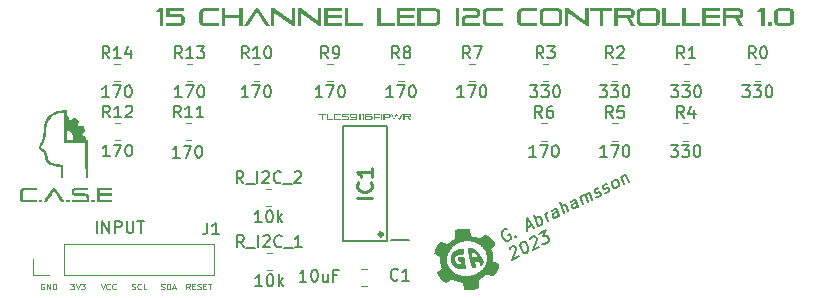
<source format=gbr>
%TF.GenerationSoftware,KiCad,Pcbnew,7.0.8*%
%TF.CreationDate,2023-10-19T17:32:50+02:00*%
%TF.ProjectId,16_Channel_LED_Strip,31365f43-6861-46e6-9e65-6c5f4c45445f,rev?*%
%TF.SameCoordinates,Original*%
%TF.FileFunction,Legend,Top*%
%TF.FilePolarity,Positive*%
%FSLAX46Y46*%
G04 Gerber Fmt 4.6, Leading zero omitted, Abs format (unit mm)*
G04 Created by KiCad (PCBNEW 7.0.8) date 2023-10-19 17:32:50*
%MOMM*%
%LPD*%
G01*
G04 APERTURE LIST*
%ADD10C,0.300000*%
%ADD11C,0.125000*%
%ADD12C,0.150000*%
%ADD13C,0.254000*%
%ADD14C,0.087500*%
%ADD15C,0.120000*%
%ADD16C,0.200000*%
G04 APERTURE END LIST*
D10*
X130248800Y-112877600D02*
G75*
G03*
X130248800Y-112877600I-150000J0D01*
G01*
D11*
X106390383Y-117053689D02*
X106557049Y-117553689D01*
X106557049Y-117553689D02*
X106723716Y-117053689D01*
X107176096Y-117506070D02*
X107152287Y-117529880D01*
X107152287Y-117529880D02*
X107080858Y-117553689D01*
X107080858Y-117553689D02*
X107033239Y-117553689D01*
X107033239Y-117553689D02*
X106961811Y-117529880D01*
X106961811Y-117529880D02*
X106914192Y-117482260D01*
X106914192Y-117482260D02*
X106890382Y-117434641D01*
X106890382Y-117434641D02*
X106866573Y-117339403D01*
X106866573Y-117339403D02*
X106866573Y-117267975D01*
X106866573Y-117267975D02*
X106890382Y-117172737D01*
X106890382Y-117172737D02*
X106914192Y-117125118D01*
X106914192Y-117125118D02*
X106961811Y-117077499D01*
X106961811Y-117077499D02*
X107033239Y-117053689D01*
X107033239Y-117053689D02*
X107080858Y-117053689D01*
X107080858Y-117053689D02*
X107152287Y-117077499D01*
X107152287Y-117077499D02*
X107176096Y-117101308D01*
X107676096Y-117506070D02*
X107652287Y-117529880D01*
X107652287Y-117529880D02*
X107580858Y-117553689D01*
X107580858Y-117553689D02*
X107533239Y-117553689D01*
X107533239Y-117553689D02*
X107461811Y-117529880D01*
X107461811Y-117529880D02*
X107414192Y-117482260D01*
X107414192Y-117482260D02*
X107390382Y-117434641D01*
X107390382Y-117434641D02*
X107366573Y-117339403D01*
X107366573Y-117339403D02*
X107366573Y-117267975D01*
X107366573Y-117267975D02*
X107390382Y-117172737D01*
X107390382Y-117172737D02*
X107414192Y-117125118D01*
X107414192Y-117125118D02*
X107461811Y-117077499D01*
X107461811Y-117077499D02*
X107533239Y-117053689D01*
X107533239Y-117053689D02*
X107580858Y-117053689D01*
X107580858Y-117053689D02*
X107652287Y-117077499D01*
X107652287Y-117077499D02*
X107676096Y-117101308D01*
X101605761Y-117077499D02*
X101558142Y-117053689D01*
X101558142Y-117053689D02*
X101486713Y-117053689D01*
X101486713Y-117053689D02*
X101415285Y-117077499D01*
X101415285Y-117077499D02*
X101367666Y-117125118D01*
X101367666Y-117125118D02*
X101343856Y-117172737D01*
X101343856Y-117172737D02*
X101320047Y-117267975D01*
X101320047Y-117267975D02*
X101320047Y-117339403D01*
X101320047Y-117339403D02*
X101343856Y-117434641D01*
X101343856Y-117434641D02*
X101367666Y-117482260D01*
X101367666Y-117482260D02*
X101415285Y-117529880D01*
X101415285Y-117529880D02*
X101486713Y-117553689D01*
X101486713Y-117553689D02*
X101534332Y-117553689D01*
X101534332Y-117553689D02*
X101605761Y-117529880D01*
X101605761Y-117529880D02*
X101629570Y-117506070D01*
X101629570Y-117506070D02*
X101629570Y-117339403D01*
X101629570Y-117339403D02*
X101534332Y-117339403D01*
X101843856Y-117553689D02*
X101843856Y-117053689D01*
X101843856Y-117053689D02*
X102129570Y-117553689D01*
X102129570Y-117553689D02*
X102129570Y-117053689D01*
X102367666Y-117553689D02*
X102367666Y-117053689D01*
X102367666Y-117053689D02*
X102486714Y-117053689D01*
X102486714Y-117053689D02*
X102558142Y-117077499D01*
X102558142Y-117077499D02*
X102605761Y-117125118D01*
X102605761Y-117125118D02*
X102629571Y-117172737D01*
X102629571Y-117172737D02*
X102653380Y-117267975D01*
X102653380Y-117267975D02*
X102653380Y-117339403D01*
X102653380Y-117339403D02*
X102629571Y-117434641D01*
X102629571Y-117434641D02*
X102605761Y-117482260D01*
X102605761Y-117482260D02*
X102558142Y-117529880D01*
X102558142Y-117529880D02*
X102486714Y-117553689D01*
X102486714Y-117553689D02*
X102367666Y-117553689D01*
X103836472Y-117053689D02*
X104145996Y-117053689D01*
X104145996Y-117053689D02*
X103979329Y-117244165D01*
X103979329Y-117244165D02*
X104050758Y-117244165D01*
X104050758Y-117244165D02*
X104098377Y-117267975D01*
X104098377Y-117267975D02*
X104122186Y-117291784D01*
X104122186Y-117291784D02*
X104145996Y-117339403D01*
X104145996Y-117339403D02*
X104145996Y-117458451D01*
X104145996Y-117458451D02*
X104122186Y-117506070D01*
X104122186Y-117506070D02*
X104098377Y-117529880D01*
X104098377Y-117529880D02*
X104050758Y-117553689D01*
X104050758Y-117553689D02*
X103907901Y-117553689D01*
X103907901Y-117553689D02*
X103860282Y-117529880D01*
X103860282Y-117529880D02*
X103836472Y-117506070D01*
X104288853Y-117053689D02*
X104455519Y-117553689D01*
X104455519Y-117553689D02*
X104622186Y-117053689D01*
X104741233Y-117053689D02*
X105050757Y-117053689D01*
X105050757Y-117053689D02*
X104884090Y-117244165D01*
X104884090Y-117244165D02*
X104955519Y-117244165D01*
X104955519Y-117244165D02*
X105003138Y-117267975D01*
X105003138Y-117267975D02*
X105026947Y-117291784D01*
X105026947Y-117291784D02*
X105050757Y-117339403D01*
X105050757Y-117339403D02*
X105050757Y-117458451D01*
X105050757Y-117458451D02*
X105026947Y-117506070D01*
X105026947Y-117506070D02*
X105003138Y-117529880D01*
X105003138Y-117529880D02*
X104955519Y-117553689D01*
X104955519Y-117553689D02*
X104812662Y-117553689D01*
X104812662Y-117553689D02*
X104765043Y-117529880D01*
X104765043Y-117529880D02*
X104741233Y-117506070D01*
D10*
G36*
X111409228Y-95245000D02*
G01*
X111409228Y-93997163D01*
X111323133Y-94096081D01*
X110996336Y-94096081D01*
X111306280Y-93744371D01*
X111713677Y-93744371D01*
X111713677Y-95245000D01*
X111409228Y-95245000D01*
G37*
G36*
X111953646Y-95245000D02*
G01*
X111953646Y-95010526D01*
X113027093Y-95010526D01*
X113048166Y-95010014D01*
X113067880Y-95008477D01*
X113086234Y-95005915D01*
X113103228Y-95002329D01*
X113118863Y-94997718D01*
X113133138Y-94992082D01*
X113152002Y-94981707D01*
X113167807Y-94969027D01*
X113180553Y-94954041D01*
X113190240Y-94936750D01*
X113196867Y-94917153D01*
X113200436Y-94895250D01*
X113201116Y-94879368D01*
X113201116Y-94602397D01*
X113200436Y-94586514D01*
X113198397Y-94571656D01*
X113192789Y-94551291D01*
X113184122Y-94533231D01*
X113172395Y-94517477D01*
X113157610Y-94504028D01*
X113139766Y-94492884D01*
X113126171Y-94486736D01*
X113111215Y-94481613D01*
X113094901Y-94477514D01*
X113077227Y-94474440D01*
X113058193Y-94472391D01*
X113037800Y-94471366D01*
X113027093Y-94471238D01*
X111953646Y-94471238D01*
X111953646Y-93744371D01*
X113456472Y-93744371D01*
X113456472Y-93978845D01*
X112257728Y-93978845D01*
X112257728Y-94236765D01*
X113027093Y-94236765D01*
X113042974Y-94236871D01*
X113058560Y-94237189D01*
X113073852Y-94237718D01*
X113088848Y-94238459D01*
X113103550Y-94239413D01*
X113125050Y-94241239D01*
X113145887Y-94243543D01*
X113166060Y-94246323D01*
X113185570Y-94249579D01*
X113204417Y-94253312D01*
X113222600Y-94257522D01*
X113240120Y-94262208D01*
X113245812Y-94263876D01*
X113262559Y-94269159D01*
X113278725Y-94274841D01*
X113294312Y-94280923D01*
X113309319Y-94287403D01*
X113323747Y-94294284D01*
X113337595Y-94301563D01*
X113350864Y-94309241D01*
X113363553Y-94317319D01*
X113375662Y-94325797D01*
X113390906Y-94337721D01*
X113394556Y-94340812D01*
X113408616Y-94353486D01*
X113421667Y-94366779D01*
X113433712Y-94380689D01*
X113444748Y-94395218D01*
X113454778Y-94410364D01*
X113463799Y-94426130D01*
X113471813Y-94442513D01*
X113478820Y-94459515D01*
X113485003Y-94476923D01*
X113490361Y-94494708D01*
X113494894Y-94512872D01*
X113498604Y-94531413D01*
X113501489Y-94550333D01*
X113503550Y-94569630D01*
X113504554Y-94584351D01*
X113505095Y-94599284D01*
X113505198Y-94609357D01*
X113505198Y-94872407D01*
X113504967Y-94887803D01*
X113504271Y-94902941D01*
X113503112Y-94917822D01*
X113501489Y-94932445D01*
X113498604Y-94951542D01*
X113494894Y-94970181D01*
X113490361Y-94988361D01*
X113485003Y-95006084D01*
X113478820Y-95023349D01*
X113471813Y-95040099D01*
X113463799Y-95056276D01*
X113454778Y-95071881D01*
X113444748Y-95086913D01*
X113433712Y-95101373D01*
X113421667Y-95115261D01*
X113408616Y-95128576D01*
X113394556Y-95141318D01*
X113379570Y-95153334D01*
X113367654Y-95161887D01*
X113355158Y-95170048D01*
X113342083Y-95177816D01*
X113328428Y-95185191D01*
X113314193Y-95192173D01*
X113299379Y-95198762D01*
X113283985Y-95204958D01*
X113268012Y-95210762D01*
X113251459Y-95216172D01*
X113245812Y-95217889D01*
X113228514Y-95222734D01*
X113210551Y-95227102D01*
X113191926Y-95230994D01*
X113172637Y-95234409D01*
X113152685Y-95237348D01*
X113132069Y-95239810D01*
X113110790Y-95241796D01*
X113088848Y-95243305D01*
X113073852Y-95244046D01*
X113058560Y-95244576D01*
X113042974Y-95244894D01*
X113027093Y-95245000D01*
X111953646Y-95245000D01*
G37*
G36*
X115231873Y-95245000D02*
G01*
X115215946Y-95244895D01*
X115200314Y-95244582D01*
X115184977Y-95244059D01*
X115169935Y-95243328D01*
X115155187Y-95242388D01*
X115133619Y-95240586D01*
X115112713Y-95238313D01*
X115092471Y-95235571D01*
X115072893Y-95232359D01*
X115053977Y-95228676D01*
X115035725Y-95224523D01*
X115018136Y-95219900D01*
X115012421Y-95218255D01*
X114995740Y-95213044D01*
X114979633Y-95207440D01*
X114964098Y-95201443D01*
X114949137Y-95195054D01*
X114934749Y-95188271D01*
X114920934Y-95181096D01*
X114907693Y-95173528D01*
X114895024Y-95165567D01*
X114882929Y-95157213D01*
X114867693Y-95145464D01*
X114864043Y-95142418D01*
X114850064Y-95129858D01*
X114837070Y-95116726D01*
X114825060Y-95103022D01*
X114814035Y-95088745D01*
X114803994Y-95073896D01*
X114794938Y-95058474D01*
X114786867Y-95042480D01*
X114779780Y-95025914D01*
X114773683Y-95008832D01*
X114768399Y-94991292D01*
X114763929Y-94973295D01*
X114760271Y-94954839D01*
X114757426Y-94935925D01*
X114755394Y-94916554D01*
X114754403Y-94901725D01*
X114753869Y-94886638D01*
X114753768Y-94876437D01*
X114753768Y-94112934D01*
X114753996Y-94098059D01*
X114754682Y-94083383D01*
X114756308Y-94064126D01*
X114758747Y-94045224D01*
X114761998Y-94026677D01*
X114766062Y-94008484D01*
X114770940Y-93990647D01*
X114776630Y-93973165D01*
X114779780Y-93964556D01*
X114786867Y-93947732D01*
X114794938Y-93931515D01*
X114803994Y-93915904D01*
X114814035Y-93900901D01*
X114825060Y-93886504D01*
X114837070Y-93872713D01*
X114850064Y-93859530D01*
X114864043Y-93846953D01*
X114879024Y-93835029D01*
X114895024Y-93823804D01*
X114907693Y-93815843D01*
X114920934Y-93808275D01*
X114934749Y-93801100D01*
X114949137Y-93794317D01*
X114964098Y-93787928D01*
X114979633Y-93781931D01*
X114995740Y-93776327D01*
X115012421Y-93771116D01*
X115029789Y-93766336D01*
X115047820Y-93762027D01*
X115066514Y-93758188D01*
X115085871Y-93754819D01*
X115105892Y-93751919D01*
X115126576Y-93749491D01*
X115147924Y-93747532D01*
X115169935Y-93746043D01*
X115184977Y-93745312D01*
X115200314Y-93744789D01*
X115215946Y-93744476D01*
X115231873Y-93744371D01*
X116439776Y-93744371D01*
X116439776Y-93978845D01*
X115231873Y-93978845D01*
X115210800Y-93979338D01*
X115191087Y-93980820D01*
X115172733Y-93983288D01*
X115155738Y-93986744D01*
X115140103Y-93991188D01*
X115125828Y-93996619D01*
X115106964Y-94006617D01*
X115091159Y-94018837D01*
X115078413Y-94033279D01*
X115068727Y-94049942D01*
X115062099Y-94068827D01*
X115058530Y-94089935D01*
X115057850Y-94105240D01*
X115057850Y-94884131D01*
X115058530Y-94899436D01*
X115062099Y-94920544D01*
X115068727Y-94939429D01*
X115078413Y-94956092D01*
X115091159Y-94970534D01*
X115106964Y-94982754D01*
X115125828Y-94992752D01*
X115140103Y-94998183D01*
X115155738Y-95002627D01*
X115172733Y-95006083D01*
X115191087Y-95008551D01*
X115210800Y-95010033D01*
X115231873Y-95010526D01*
X116439776Y-95010526D01*
X116439776Y-95245000D01*
X115231873Y-95245000D01*
G37*
G36*
X118138974Y-95245000D02*
G01*
X118138974Y-94565027D01*
X116946824Y-94565027D01*
X116946824Y-95245000D01*
X116642742Y-95245000D01*
X116642742Y-93744371D01*
X116946824Y-93744371D01*
X116946824Y-94330554D01*
X118138974Y-94330554D01*
X118138974Y-93744371D01*
X118443056Y-93744371D01*
X118443056Y-95245000D01*
X118138974Y-95245000D01*
G37*
G36*
X120408234Y-95245000D02*
G01*
X119648394Y-94065307D01*
X118875732Y-95245000D01*
X118535380Y-95245000D01*
X119538852Y-93744371D01*
X119755739Y-93744371D01*
X120752983Y-95245000D01*
X120408234Y-95245000D01*
G37*
G36*
X122683722Y-95245000D02*
G01*
X121114218Y-94106339D01*
X121114218Y-95245000D01*
X120845673Y-95245000D01*
X120845673Y-93744371D01*
X121104326Y-93744371D01*
X122567951Y-94829909D01*
X122567951Y-93744371D01*
X122836130Y-93744371D01*
X122836130Y-95245000D01*
X122683722Y-95245000D01*
G37*
G36*
X124912683Y-95245000D02*
G01*
X123343178Y-94106339D01*
X123343178Y-95245000D01*
X123074633Y-95245000D01*
X123074633Y-93744371D01*
X123333286Y-93744371D01*
X124796912Y-94829909D01*
X124796912Y-93744371D01*
X125065090Y-93744371D01*
X125065090Y-95245000D01*
X124912683Y-95245000D01*
G37*
G36*
X125303593Y-95245000D02*
G01*
X125303593Y-93744371D01*
X126855146Y-93744371D01*
X126855146Y-93978845D01*
X125607676Y-93978845D01*
X125607676Y-94330554D01*
X126791765Y-94330554D01*
X126791765Y-94565027D01*
X125607676Y-94565027D01*
X125607676Y-95010526D01*
X126855146Y-95010526D01*
X126855146Y-95245000D01*
X125303593Y-95245000D01*
G37*
G36*
X127060676Y-95245000D02*
G01*
X127060676Y-93744371D01*
X127366957Y-93744371D01*
X127366957Y-95010526D01*
X128571929Y-95010526D01*
X128571929Y-95245000D01*
X127060676Y-95245000D01*
G37*
G36*
X129784961Y-95245000D02*
G01*
X129784961Y-93744371D01*
X130091242Y-93744371D01*
X130091242Y-95010526D01*
X131296214Y-95010526D01*
X131296214Y-95245000D01*
X129784961Y-95245000D01*
G37*
G36*
X131459979Y-95245000D02*
G01*
X131459979Y-93744371D01*
X133011531Y-93744371D01*
X133011531Y-93978845D01*
X131764061Y-93978845D01*
X131764061Y-94330554D01*
X132948150Y-94330554D01*
X132948150Y-94565027D01*
X131764061Y-94565027D01*
X131764061Y-95010526D01*
X133011531Y-95010526D01*
X133011531Y-95245000D01*
X131459979Y-95245000D01*
G37*
G36*
X134609591Y-93744480D02*
G01*
X134628944Y-93744807D01*
X134647887Y-93745350D01*
X134666422Y-93746112D01*
X134684547Y-93747091D01*
X134702262Y-93748287D01*
X134719569Y-93749701D01*
X134736466Y-93751332D01*
X134752954Y-93753181D01*
X134769032Y-93755248D01*
X134784701Y-93757532D01*
X134799961Y-93760034D01*
X134814812Y-93762753D01*
X134829253Y-93765689D01*
X134850148Y-93770502D01*
X134856908Y-93772215D01*
X134876734Y-93777690D01*
X134895819Y-93783674D01*
X134914163Y-93790167D01*
X134931767Y-93797168D01*
X134948630Y-93804678D01*
X134964752Y-93812697D01*
X134980134Y-93821225D01*
X134994776Y-93830261D01*
X135008676Y-93839806D01*
X135021836Y-93849860D01*
X135030198Y-93856845D01*
X135042222Y-93867669D01*
X135053563Y-93878982D01*
X135064221Y-93890784D01*
X135074196Y-93903076D01*
X135083489Y-93915857D01*
X135092100Y-93929128D01*
X135100027Y-93942888D01*
X135107272Y-93957137D01*
X135113835Y-93971877D01*
X135119714Y-93987105D01*
X135123255Y-93997529D01*
X135128100Y-94013498D01*
X135132468Y-94029944D01*
X135136360Y-94046866D01*
X135139776Y-94064265D01*
X135142714Y-94082140D01*
X135145177Y-94100492D01*
X135147162Y-94119320D01*
X135148671Y-94138625D01*
X135149704Y-94158407D01*
X135150260Y-94178665D01*
X135150366Y-94192435D01*
X135150366Y-94811591D01*
X135150124Y-94831358D01*
X135149400Y-94850681D01*
X135148192Y-94869560D01*
X135146502Y-94887995D01*
X135144328Y-94905985D01*
X135141672Y-94923531D01*
X135138532Y-94940632D01*
X135134910Y-94957289D01*
X135130804Y-94973502D01*
X135126216Y-94989270D01*
X135122889Y-94999535D01*
X135117467Y-95014547D01*
X135111370Y-95029082D01*
X135104596Y-95043141D01*
X135097146Y-95056723D01*
X135089020Y-95069828D01*
X135080217Y-95082457D01*
X135070739Y-95094609D01*
X135060584Y-95106285D01*
X135049753Y-95117484D01*
X135038246Y-95128207D01*
X135030198Y-95135090D01*
X135017532Y-95145025D01*
X135004125Y-95154496D01*
X134989977Y-95163503D01*
X134975089Y-95172047D01*
X134959460Y-95180127D01*
X134943091Y-95187744D01*
X134925981Y-95194896D01*
X134908130Y-95201585D01*
X134889539Y-95207811D01*
X134870207Y-95213572D01*
X134856908Y-95217156D01*
X134836320Y-95222132D01*
X134814812Y-95226618D01*
X134799961Y-95229337D01*
X134784701Y-95231839D01*
X134769032Y-95234123D01*
X134752954Y-95236190D01*
X134736466Y-95238039D01*
X134719569Y-95239670D01*
X134702262Y-95241084D01*
X134684547Y-95242280D01*
X134666422Y-95243259D01*
X134647887Y-95244021D01*
X134628944Y-95244564D01*
X134609591Y-95244891D01*
X134589829Y-95245000D01*
X133217062Y-95245000D01*
X133217062Y-93978845D01*
X133521144Y-93978845D01*
X133521144Y-95010526D01*
X134589829Y-95010526D01*
X134608719Y-95010366D01*
X134626740Y-95009885D01*
X134643890Y-95009084D01*
X134660170Y-95007962D01*
X134675581Y-95006519D01*
X134693620Y-95004265D01*
X134710299Y-95001510D01*
X134716591Y-95000268D01*
X134731624Y-94996794D01*
X134748248Y-94991917D01*
X134763326Y-94986267D01*
X134776859Y-94979844D01*
X134790693Y-94971374D01*
X134794260Y-94968761D01*
X134805813Y-94958533D01*
X134815788Y-94946762D01*
X134824185Y-94933448D01*
X134831005Y-94918592D01*
X134834193Y-94909410D01*
X134838302Y-94894551D01*
X134841561Y-94878275D01*
X134843627Y-94863629D01*
X134845103Y-94847999D01*
X134845988Y-94831386D01*
X134846284Y-94813789D01*
X134846284Y-94188405D01*
X134846095Y-94173264D01*
X134845327Y-94155287D01*
X134843969Y-94138366D01*
X134842021Y-94122501D01*
X134839483Y-94107690D01*
X134835658Y-94091311D01*
X134834193Y-94086189D01*
X134829218Y-94071682D01*
X134821947Y-94056287D01*
X134813099Y-94042540D01*
X134802673Y-94030441D01*
X134794260Y-94022808D01*
X134781026Y-94013181D01*
X134768009Y-94005934D01*
X134753446Y-93999614D01*
X134737337Y-93994222D01*
X134722733Y-93990437D01*
X134716591Y-93989103D01*
X134700455Y-93986148D01*
X134682959Y-93983693D01*
X134667984Y-93982090D01*
X134652139Y-93980808D01*
X134635424Y-93979846D01*
X134617838Y-93979205D01*
X134599383Y-93978885D01*
X134589829Y-93978845D01*
X133521144Y-93978845D01*
X133217062Y-93978845D01*
X133217062Y-93744371D01*
X134589829Y-93744371D01*
X134609591Y-93744480D01*
G37*
G36*
X136439968Y-95245000D02*
G01*
X136439968Y-93744371D01*
X136744050Y-93744371D01*
X136744050Y-95245000D01*
X136439968Y-95245000D01*
G37*
G36*
X136977058Y-95245000D02*
G01*
X136977058Y-94696919D01*
X136977287Y-94682177D01*
X136978303Y-94662823D01*
X136980132Y-94643812D01*
X136982774Y-94625145D01*
X136986228Y-94606821D01*
X136990496Y-94588840D01*
X136995576Y-94571203D01*
X137001470Y-94553910D01*
X137003070Y-94549640D01*
X137010157Y-94532908D01*
X137018228Y-94516782D01*
X137027284Y-94501263D01*
X137037325Y-94486351D01*
X137048350Y-94472045D01*
X137060360Y-94458347D01*
X137073355Y-94445255D01*
X137087334Y-94432770D01*
X137102400Y-94420852D01*
X137114362Y-94412379D01*
X137126890Y-94404305D01*
X137139984Y-94396631D01*
X137153646Y-94389356D01*
X137167874Y-94382480D01*
X137182669Y-94376003D01*
X137198030Y-94369926D01*
X137213958Y-94364248D01*
X137230453Y-94358970D01*
X137236078Y-94357299D01*
X137253380Y-94352519D01*
X137271352Y-94348210D01*
X137289993Y-94344371D01*
X137309305Y-94341001D01*
X137329286Y-94338102D01*
X137349937Y-94335673D01*
X137371257Y-94333715D01*
X137393248Y-94332226D01*
X137408280Y-94331495D01*
X137423610Y-94330972D01*
X137439238Y-94330659D01*
X137455163Y-94330554D01*
X138058565Y-94330554D01*
X138079639Y-94330049D01*
X138099352Y-94328534D01*
X138117706Y-94326008D01*
X138134701Y-94322471D01*
X138150335Y-94317925D01*
X138164611Y-94312368D01*
X138183475Y-94302138D01*
X138199279Y-94289635D01*
X138212025Y-94274858D01*
X138221712Y-94257808D01*
X138228340Y-94238485D01*
X138231909Y-94216888D01*
X138232588Y-94201228D01*
X138232588Y-94108171D01*
X138231910Y-94092511D01*
X138229875Y-94077860D01*
X138224279Y-94057779D01*
X138215630Y-94039972D01*
X138203928Y-94024437D01*
X138189174Y-94011176D01*
X138171368Y-94000189D01*
X138157801Y-93994126D01*
X138142877Y-93989075D01*
X138126597Y-93985033D01*
X138108960Y-93982002D01*
X138089966Y-93979981D01*
X138069616Y-93978971D01*
X138058932Y-93978845D01*
X137057292Y-93978845D01*
X137057292Y-93744371D01*
X138058932Y-93744371D01*
X138074813Y-93744476D01*
X138090399Y-93744789D01*
X138105690Y-93745312D01*
X138120687Y-93746043D01*
X138135389Y-93746983D01*
X138156889Y-93748785D01*
X138177725Y-93751058D01*
X138197899Y-93753800D01*
X138217409Y-93757012D01*
X138236255Y-93760695D01*
X138254439Y-93764848D01*
X138271959Y-93769471D01*
X138277651Y-93771116D01*
X138294335Y-93776327D01*
X138310452Y-93781931D01*
X138326003Y-93787928D01*
X138340987Y-93794317D01*
X138355404Y-93801100D01*
X138369254Y-93808275D01*
X138382537Y-93815843D01*
X138395254Y-93823804D01*
X138407404Y-93832158D01*
X138422723Y-93843907D01*
X138426395Y-93846953D01*
X138440454Y-93859444D01*
X138453506Y-93872553D01*
X138465550Y-93886280D01*
X138476587Y-93900626D01*
X138486616Y-93915589D01*
X138495638Y-93931171D01*
X138503652Y-93947372D01*
X138510659Y-93964190D01*
X138516841Y-93981403D01*
X138522199Y-93998972D01*
X138526733Y-94016895D01*
X138530443Y-94035173D01*
X138533328Y-94053806D01*
X138535389Y-94072794D01*
X138536625Y-94092137D01*
X138537011Y-94106877D01*
X138537037Y-94111835D01*
X138537037Y-94197564D01*
X138536805Y-94212757D01*
X138536110Y-94227699D01*
X138534951Y-94242390D01*
X138532684Y-94261587D01*
X138529593Y-94280337D01*
X138525677Y-94298641D01*
X138520937Y-94316498D01*
X138515373Y-94333909D01*
X138510659Y-94346674D01*
X138503652Y-94363155D01*
X138495638Y-94379075D01*
X138486616Y-94394433D01*
X138476587Y-94409231D01*
X138465550Y-94423468D01*
X138453506Y-94437143D01*
X138440454Y-94450258D01*
X138426395Y-94462812D01*
X138411328Y-94474650D01*
X138395254Y-94485801D01*
X138382537Y-94493714D01*
X138369254Y-94501240D01*
X138355404Y-94508380D01*
X138340987Y-94515133D01*
X138326003Y-94521500D01*
X138310452Y-94527481D01*
X138294335Y-94533075D01*
X138277651Y-94538283D01*
X138260352Y-94543062D01*
X138242390Y-94547372D01*
X138223765Y-94551211D01*
X138204476Y-94554580D01*
X138184524Y-94557479D01*
X138163908Y-94559908D01*
X138142629Y-94561867D01*
X138120687Y-94563356D01*
X138105690Y-94564087D01*
X138090399Y-94564610D01*
X138074813Y-94564923D01*
X138058932Y-94565027D01*
X137455163Y-94565027D01*
X137434090Y-94565525D01*
X137414377Y-94567020D01*
X137396023Y-94569510D01*
X137379028Y-94572996D01*
X137363394Y-94577478D01*
X137349118Y-94582956D01*
X137330254Y-94593041D01*
X137314450Y-94605368D01*
X137301704Y-94619935D01*
X137292017Y-94636743D01*
X137285389Y-94655793D01*
X137281820Y-94677083D01*
X137281140Y-94692522D01*
X137281140Y-95010526D01*
X138537037Y-95010526D01*
X138537037Y-95245000D01*
X136977058Y-95245000D01*
G37*
G36*
X139228733Y-95245000D02*
G01*
X139212806Y-95244895D01*
X139197174Y-95244582D01*
X139181837Y-95244059D01*
X139166794Y-95243328D01*
X139152047Y-95242388D01*
X139130478Y-95240586D01*
X139109573Y-95238313D01*
X139089331Y-95235571D01*
X139069752Y-95232359D01*
X139050837Y-95228676D01*
X139032585Y-95224523D01*
X139014996Y-95219900D01*
X139009281Y-95218255D01*
X138992600Y-95213044D01*
X138976493Y-95207440D01*
X138960958Y-95201443D01*
X138945997Y-95195054D01*
X138931609Y-95188271D01*
X138917794Y-95181096D01*
X138904552Y-95173528D01*
X138891884Y-95165567D01*
X138879788Y-95157213D01*
X138864553Y-95145464D01*
X138860903Y-95142418D01*
X138846924Y-95129858D01*
X138833930Y-95116726D01*
X138821920Y-95103022D01*
X138810894Y-95088745D01*
X138800854Y-95073896D01*
X138791798Y-95058474D01*
X138783726Y-95042480D01*
X138776639Y-95025914D01*
X138770543Y-95008832D01*
X138765259Y-94991292D01*
X138760788Y-94973295D01*
X138757131Y-94954839D01*
X138754285Y-94935925D01*
X138752253Y-94916554D01*
X138751263Y-94901725D01*
X138750729Y-94886638D01*
X138750628Y-94876437D01*
X138750628Y-94112934D01*
X138750856Y-94098059D01*
X138751542Y-94083383D01*
X138753168Y-94064126D01*
X138755606Y-94045224D01*
X138758858Y-94026677D01*
X138762922Y-94008484D01*
X138767799Y-93990647D01*
X138773490Y-93973165D01*
X138776639Y-93964556D01*
X138783726Y-93947732D01*
X138791798Y-93931515D01*
X138800854Y-93915904D01*
X138810894Y-93900901D01*
X138821920Y-93886504D01*
X138833930Y-93872713D01*
X138846924Y-93859530D01*
X138860903Y-93846953D01*
X138875884Y-93835029D01*
X138891884Y-93823804D01*
X138904552Y-93815843D01*
X138917794Y-93808275D01*
X138931609Y-93801100D01*
X138945997Y-93794317D01*
X138960958Y-93787928D01*
X138976493Y-93781931D01*
X138992600Y-93776327D01*
X139009281Y-93771116D01*
X139026648Y-93766336D01*
X139044679Y-93762027D01*
X139063373Y-93758188D01*
X139082731Y-93754819D01*
X139102752Y-93751919D01*
X139123436Y-93749491D01*
X139144784Y-93747532D01*
X139166794Y-93746043D01*
X139181837Y-93745312D01*
X139197174Y-93744789D01*
X139212806Y-93744476D01*
X139228733Y-93744371D01*
X140436636Y-93744371D01*
X140436636Y-93978845D01*
X139228733Y-93978845D01*
X139207660Y-93979338D01*
X139187946Y-93980820D01*
X139169592Y-93983288D01*
X139152598Y-93986744D01*
X139136963Y-93991188D01*
X139122688Y-93996619D01*
X139103824Y-94006617D01*
X139088019Y-94018837D01*
X139075273Y-94033279D01*
X139065586Y-94049942D01*
X139058959Y-94068827D01*
X139055390Y-94089935D01*
X139054710Y-94105240D01*
X139054710Y-94884131D01*
X139055390Y-94899436D01*
X139058959Y-94920544D01*
X139065586Y-94939429D01*
X139075273Y-94956092D01*
X139088019Y-94970534D01*
X139103824Y-94982754D01*
X139122688Y-94992752D01*
X139136963Y-94998183D01*
X139152598Y-95002627D01*
X139169592Y-95006083D01*
X139187946Y-95008551D01*
X139207660Y-95010033D01*
X139228733Y-95010526D01*
X140436636Y-95010526D01*
X140436636Y-95245000D01*
X139228733Y-95245000D01*
G37*
G36*
X142156716Y-95245000D02*
G01*
X142140789Y-95244895D01*
X142125157Y-95244582D01*
X142109820Y-95244059D01*
X142094778Y-95243328D01*
X142080030Y-95242388D01*
X142058462Y-95240586D01*
X142037556Y-95238313D01*
X142017314Y-95235571D01*
X141997736Y-95232359D01*
X141978820Y-95228676D01*
X141960568Y-95224523D01*
X141942979Y-95219900D01*
X141937264Y-95218255D01*
X141920583Y-95213044D01*
X141904476Y-95207440D01*
X141888941Y-95201443D01*
X141873980Y-95195054D01*
X141859592Y-95188271D01*
X141845777Y-95181096D01*
X141832536Y-95173528D01*
X141819867Y-95165567D01*
X141807772Y-95157213D01*
X141792536Y-95145464D01*
X141788886Y-95142418D01*
X141774907Y-95129858D01*
X141761913Y-95116726D01*
X141749903Y-95103022D01*
X141738878Y-95088745D01*
X141728837Y-95073896D01*
X141719781Y-95058474D01*
X141711710Y-95042480D01*
X141704623Y-95025914D01*
X141698526Y-95008832D01*
X141693242Y-94991292D01*
X141688772Y-94973295D01*
X141685114Y-94954839D01*
X141682269Y-94935925D01*
X141680237Y-94916554D01*
X141679246Y-94901725D01*
X141678712Y-94886638D01*
X141678611Y-94876437D01*
X141678611Y-94112934D01*
X141678839Y-94098059D01*
X141679525Y-94083383D01*
X141681151Y-94064126D01*
X141683590Y-94045224D01*
X141686841Y-94026677D01*
X141690905Y-94008484D01*
X141695783Y-93990647D01*
X141701473Y-93973165D01*
X141704623Y-93964556D01*
X141711710Y-93947732D01*
X141719781Y-93931515D01*
X141728837Y-93915904D01*
X141738878Y-93900901D01*
X141749903Y-93886504D01*
X141761913Y-93872713D01*
X141774907Y-93859530D01*
X141788886Y-93846953D01*
X141803867Y-93835029D01*
X141819867Y-93823804D01*
X141832536Y-93815843D01*
X141845777Y-93808275D01*
X141859592Y-93801100D01*
X141873980Y-93794317D01*
X141888941Y-93787928D01*
X141904476Y-93781931D01*
X141920583Y-93776327D01*
X141937264Y-93771116D01*
X141954632Y-93766336D01*
X141972662Y-93762027D01*
X141991357Y-93758188D01*
X142010714Y-93754819D01*
X142030735Y-93751919D01*
X142051419Y-93749491D01*
X142072767Y-93747532D01*
X142094778Y-93746043D01*
X142109820Y-93745312D01*
X142125157Y-93744789D01*
X142140789Y-93744476D01*
X142156716Y-93744371D01*
X143364619Y-93744371D01*
X143364619Y-93978845D01*
X142156716Y-93978845D01*
X142135643Y-93979338D01*
X142115930Y-93980820D01*
X142097576Y-93983288D01*
X142080581Y-93986744D01*
X142064946Y-93991188D01*
X142050671Y-93996619D01*
X142031807Y-94006617D01*
X142016002Y-94018837D01*
X142003256Y-94033279D01*
X141993570Y-94049942D01*
X141986942Y-94068827D01*
X141983373Y-94089935D01*
X141982693Y-94105240D01*
X141982693Y-94884131D01*
X141983373Y-94899436D01*
X141986942Y-94920544D01*
X141993570Y-94939429D01*
X142003256Y-94956092D01*
X142016002Y-94970534D01*
X142031807Y-94982754D01*
X142050671Y-94992752D01*
X142064946Y-94998183D01*
X142080581Y-95002627D01*
X142097576Y-95006083D01*
X142115930Y-95008551D01*
X142135643Y-95010033D01*
X142156716Y-95010526D01*
X143364619Y-95010526D01*
X143364619Y-95245000D01*
X142156716Y-95245000D01*
G37*
G36*
X145032481Y-93744476D02*
G01*
X145048109Y-93744789D01*
X145063439Y-93745312D01*
X145078471Y-93746043D01*
X145093206Y-93746983D01*
X145114750Y-93748785D01*
X145135624Y-93751058D01*
X145155828Y-93753800D01*
X145175363Y-93757012D01*
X145194228Y-93760695D01*
X145212423Y-93764848D01*
X145229949Y-93769471D01*
X145235642Y-93771116D01*
X145252388Y-93776327D01*
X145268554Y-93781931D01*
X145284141Y-93787928D01*
X145299148Y-93794317D01*
X145313576Y-93801100D01*
X145327424Y-93808275D01*
X145340693Y-93815843D01*
X145353382Y-93823804D01*
X145365491Y-93832158D01*
X145380735Y-93843907D01*
X145384385Y-93846953D01*
X145398359Y-93859530D01*
X145411336Y-93872713D01*
X145423317Y-93886504D01*
X145434303Y-93900901D01*
X145444292Y-93915904D01*
X145453285Y-93931515D01*
X145461282Y-93947732D01*
X145468283Y-93964556D01*
X145474465Y-93981861D01*
X145479823Y-93999521D01*
X145484357Y-94017536D01*
X145488066Y-94035906D01*
X145490952Y-94054630D01*
X145493012Y-94073710D01*
X145494249Y-94093145D01*
X145494635Y-94107953D01*
X145494661Y-94112934D01*
X145494661Y-94876437D01*
X145494429Y-94891696D01*
X145493734Y-94906696D01*
X145492574Y-94921440D01*
X145490308Y-94940697D01*
X145487216Y-94959496D01*
X145483301Y-94977837D01*
X145478561Y-94995720D01*
X145472997Y-95013145D01*
X145468283Y-95025914D01*
X145461282Y-95042480D01*
X145453285Y-95058474D01*
X145444292Y-95073896D01*
X145434303Y-95088745D01*
X145423317Y-95103022D01*
X145411336Y-95116726D01*
X145398359Y-95129858D01*
X145384385Y-95142418D01*
X145369399Y-95154342D01*
X145353382Y-95165567D01*
X145340693Y-95173528D01*
X145327424Y-95181096D01*
X145313576Y-95188271D01*
X145299148Y-95195054D01*
X145284141Y-95201443D01*
X145268554Y-95207440D01*
X145252388Y-95213044D01*
X145235642Y-95218255D01*
X145218339Y-95223034D01*
X145200367Y-95227344D01*
X145181726Y-95231183D01*
X145162414Y-95234552D01*
X145142433Y-95237451D01*
X145121782Y-95239880D01*
X145100462Y-95241839D01*
X145078471Y-95243328D01*
X145063439Y-95244059D01*
X145048109Y-95244582D01*
X145032481Y-95244895D01*
X145016556Y-95245000D01*
X144035432Y-95245000D01*
X144019505Y-95244895D01*
X144003873Y-95244582D01*
X143988536Y-95244059D01*
X143973494Y-95243328D01*
X143958746Y-95242388D01*
X143937177Y-95240586D01*
X143916272Y-95238313D01*
X143896030Y-95235571D01*
X143876452Y-95232359D01*
X143857536Y-95228676D01*
X143839284Y-95224523D01*
X143821695Y-95219900D01*
X143815980Y-95218255D01*
X143799299Y-95213044D01*
X143783192Y-95207440D01*
X143767657Y-95201443D01*
X143752696Y-95195054D01*
X143738308Y-95188271D01*
X143724493Y-95181096D01*
X143711252Y-95173528D01*
X143698583Y-95165567D01*
X143686488Y-95157213D01*
X143671252Y-95145464D01*
X143667602Y-95142418D01*
X143653623Y-95129858D01*
X143640629Y-95116726D01*
X143628619Y-95103022D01*
X143617594Y-95088745D01*
X143607553Y-95073896D01*
X143598497Y-95058474D01*
X143590426Y-95042480D01*
X143583339Y-95025914D01*
X143577242Y-95008832D01*
X143571958Y-94991292D01*
X143567488Y-94973295D01*
X143563830Y-94954839D01*
X143560985Y-94935925D01*
X143558953Y-94916554D01*
X143557962Y-94901725D01*
X143557428Y-94886638D01*
X143557403Y-94884131D01*
X143861409Y-94884131D01*
X143862089Y-94899436D01*
X143865658Y-94920544D01*
X143872286Y-94939429D01*
X143881972Y-94956092D01*
X143894718Y-94970534D01*
X143910523Y-94982754D01*
X143929387Y-94992752D01*
X143943662Y-94998183D01*
X143959297Y-95002627D01*
X143976292Y-95006083D01*
X143994646Y-95008551D01*
X144014359Y-95010033D01*
X144035432Y-95010526D01*
X145016556Y-95010526D01*
X145037629Y-95010033D01*
X145057342Y-95008551D01*
X145075696Y-95006083D01*
X145092691Y-95002627D01*
X145108326Y-94998183D01*
X145122601Y-94992752D01*
X145141465Y-94982754D01*
X145157270Y-94970534D01*
X145170015Y-94956092D01*
X145179702Y-94939429D01*
X145186330Y-94920544D01*
X145189899Y-94899436D01*
X145190579Y-94884131D01*
X145190579Y-94105240D01*
X145189899Y-94089935D01*
X145186330Y-94068827D01*
X145179702Y-94049942D01*
X145170015Y-94033279D01*
X145157270Y-94018837D01*
X145141465Y-94006617D01*
X145122601Y-93996619D01*
X145108326Y-93991188D01*
X145092691Y-93986744D01*
X145075696Y-93983288D01*
X145057342Y-93980820D01*
X145037629Y-93979338D01*
X145016556Y-93978845D01*
X144035432Y-93978845D01*
X144014359Y-93979338D01*
X143994646Y-93980820D01*
X143976292Y-93983288D01*
X143959297Y-93986744D01*
X143943662Y-93991188D01*
X143929387Y-93996619D01*
X143910523Y-94006617D01*
X143894718Y-94018837D01*
X143881972Y-94033279D01*
X143872286Y-94049942D01*
X143865658Y-94068827D01*
X143862089Y-94089935D01*
X143861409Y-94105240D01*
X143861409Y-94884131D01*
X143557403Y-94884131D01*
X143557327Y-94876437D01*
X143557327Y-94112934D01*
X143557555Y-94098059D01*
X143558241Y-94083383D01*
X143559867Y-94064126D01*
X143562306Y-94045224D01*
X143565557Y-94026677D01*
X143569621Y-94008484D01*
X143574499Y-93990647D01*
X143580189Y-93973165D01*
X143583339Y-93964556D01*
X143590426Y-93947732D01*
X143598497Y-93931515D01*
X143607553Y-93915904D01*
X143617594Y-93900901D01*
X143628619Y-93886504D01*
X143640629Y-93872713D01*
X143653623Y-93859530D01*
X143667602Y-93846953D01*
X143682583Y-93835029D01*
X143698583Y-93823804D01*
X143711252Y-93815843D01*
X143724493Y-93808275D01*
X143738308Y-93801100D01*
X143752696Y-93794317D01*
X143767657Y-93787928D01*
X143783192Y-93781931D01*
X143799299Y-93776327D01*
X143815980Y-93771116D01*
X143833348Y-93766336D01*
X143851378Y-93762027D01*
X143870073Y-93758188D01*
X143889430Y-93754819D01*
X143909451Y-93751919D01*
X143930135Y-93749491D01*
X143951483Y-93747532D01*
X143973494Y-93746043D01*
X143988536Y-93745312D01*
X144003873Y-93744789D01*
X144019505Y-93744476D01*
X144035432Y-93744371D01*
X145016556Y-93744371D01*
X145032481Y-93744476D01*
G37*
G36*
X147561322Y-95245000D02*
G01*
X145991817Y-94106339D01*
X145991817Y-95245000D01*
X145723272Y-95245000D01*
X145723272Y-93744371D01*
X145981926Y-93744371D01*
X147445551Y-94829909D01*
X147445551Y-93744371D01*
X147713729Y-93744371D01*
X147713729Y-95245000D01*
X147561322Y-95245000D01*
G37*
G36*
X148642463Y-95245000D02*
G01*
X148642463Y-93978845D01*
X147863572Y-93978845D01*
X147863572Y-93744371D01*
X149704187Y-93744371D01*
X149704187Y-93978845D01*
X148946545Y-93978845D01*
X148946545Y-95245000D01*
X148642463Y-95245000D01*
G37*
G36*
X151148566Y-93744477D02*
G01*
X151164194Y-93744795D01*
X151179524Y-93745325D01*
X151194556Y-93746066D01*
X151209291Y-93747019D01*
X151230835Y-93748846D01*
X151251709Y-93751149D01*
X151271914Y-93753929D01*
X151291448Y-93757186D01*
X151310313Y-93760919D01*
X151328508Y-93765128D01*
X151346034Y-93769814D01*
X151351727Y-93771482D01*
X151368407Y-93776697D01*
X151384515Y-93782310D01*
X151400049Y-93788323D01*
X151415010Y-93794735D01*
X151429398Y-93801546D01*
X151443213Y-93808757D01*
X151456455Y-93816367D01*
X151469123Y-93824376D01*
X151481219Y-93832785D01*
X151496454Y-93844617D01*
X151500104Y-93847686D01*
X151514163Y-93860360D01*
X151527215Y-93873652D01*
X151539259Y-93887563D01*
X151550296Y-93902091D01*
X151560325Y-93917238D01*
X151569347Y-93933003D01*
X151577361Y-93949387D01*
X151584368Y-93966388D01*
X151590550Y-93983785D01*
X151595908Y-94001536D01*
X151600442Y-94019643D01*
X151604152Y-94038104D01*
X151607037Y-94056920D01*
X151609098Y-94076091D01*
X151610334Y-94095617D01*
X151610720Y-94110495D01*
X151610746Y-94115498D01*
X151610746Y-94221378D01*
X151610404Y-94239735D01*
X151609378Y-94257711D01*
X151607668Y-94275306D01*
X151605274Y-94292521D01*
X151602195Y-94309355D01*
X151598433Y-94325809D01*
X151593986Y-94341882D01*
X151588856Y-94357574D01*
X151583041Y-94372885D01*
X151576543Y-94387816D01*
X151569360Y-94402366D01*
X151561493Y-94416535D01*
X151552942Y-94430324D01*
X151543707Y-94443732D01*
X151533788Y-94456760D01*
X151523185Y-94469406D01*
X151511902Y-94481542D01*
X151499852Y-94493037D01*
X151487035Y-94503890D01*
X151473451Y-94514103D01*
X151459100Y-94523674D01*
X151443982Y-94532604D01*
X151428096Y-94540893D01*
X151411444Y-94548541D01*
X151394025Y-94555548D01*
X151375838Y-94561913D01*
X151356884Y-94567638D01*
X151337164Y-94572721D01*
X151316676Y-94577163D01*
X151295421Y-94580964D01*
X151273399Y-94584124D01*
X151250610Y-94586643D01*
X151601587Y-95245000D01*
X151275523Y-95245000D01*
X150927110Y-94588475D01*
X150162875Y-94588475D01*
X150162875Y-95245000D01*
X149858792Y-95245000D01*
X149858792Y-93978845D01*
X150162875Y-93978845D01*
X150162875Y-94354002D01*
X151132641Y-94354002D01*
X151153714Y-94353491D01*
X151173427Y-94351958D01*
X151191781Y-94349403D01*
X151208776Y-94345827D01*
X151224411Y-94341229D01*
X151238686Y-94335609D01*
X151257550Y-94325263D01*
X151273355Y-94312618D01*
X151286101Y-94297674D01*
X151295787Y-94280431D01*
X151302415Y-94260889D01*
X151305984Y-94239048D01*
X151306664Y-94223210D01*
X151306664Y-94109637D01*
X151305984Y-94093799D01*
X151303945Y-94078982D01*
X151298337Y-94058674D01*
X151289669Y-94040664D01*
X151277943Y-94024954D01*
X151263158Y-94011543D01*
X151245314Y-94000430D01*
X151231718Y-93994299D01*
X151216763Y-93989190D01*
X151200449Y-93985103D01*
X151182774Y-93982038D01*
X151163741Y-93979994D01*
X151143347Y-93978972D01*
X151132641Y-93978845D01*
X150162875Y-93978845D01*
X149858792Y-93978845D01*
X149858792Y-93744371D01*
X151132641Y-93744371D01*
X151148566Y-93744477D01*
G37*
G36*
X153268350Y-93744476D02*
G01*
X153283978Y-93744789D01*
X153299308Y-93745312D01*
X153314340Y-93746043D01*
X153329075Y-93746983D01*
X153350619Y-93748785D01*
X153371493Y-93751058D01*
X153391697Y-93753800D01*
X153411232Y-93757012D01*
X153430097Y-93760695D01*
X153448292Y-93764848D01*
X153465817Y-93769471D01*
X153471510Y-93771116D01*
X153488256Y-93776327D01*
X153504423Y-93781931D01*
X153520010Y-93787928D01*
X153535017Y-93794317D01*
X153549445Y-93801100D01*
X153563293Y-93808275D01*
X153576562Y-93815843D01*
X153589251Y-93823804D01*
X153601360Y-93832158D01*
X153616604Y-93843907D01*
X153620254Y-93846953D01*
X153634228Y-93859530D01*
X153647205Y-93872713D01*
X153659186Y-93886504D01*
X153670171Y-93900901D01*
X153680160Y-93915904D01*
X153689154Y-93931515D01*
X153697151Y-93947732D01*
X153704152Y-93964556D01*
X153710334Y-93981861D01*
X153715692Y-93999521D01*
X153720226Y-94017536D01*
X153723935Y-94035906D01*
X153726820Y-94054630D01*
X153728881Y-94073710D01*
X153730118Y-94093145D01*
X153730504Y-94107953D01*
X153730530Y-94112934D01*
X153730530Y-94876437D01*
X153730298Y-94891696D01*
X153729602Y-94906696D01*
X153728443Y-94921440D01*
X153726176Y-94940697D01*
X153723085Y-94959496D01*
X153719170Y-94977837D01*
X153714430Y-94995720D01*
X153708866Y-95013145D01*
X153704152Y-95025914D01*
X153697151Y-95042480D01*
X153689154Y-95058474D01*
X153680160Y-95073896D01*
X153670171Y-95088745D01*
X153659186Y-95103022D01*
X153647205Y-95116726D01*
X153634228Y-95129858D01*
X153620254Y-95142418D01*
X153605268Y-95154342D01*
X153589251Y-95165567D01*
X153576562Y-95173528D01*
X153563293Y-95181096D01*
X153549445Y-95188271D01*
X153535017Y-95195054D01*
X153520010Y-95201443D01*
X153504423Y-95207440D01*
X153488256Y-95213044D01*
X153471510Y-95218255D01*
X153454208Y-95223034D01*
X153436236Y-95227344D01*
X153417595Y-95231183D01*
X153398283Y-95234552D01*
X153378302Y-95237451D01*
X153357651Y-95239880D01*
X153336330Y-95241839D01*
X153314340Y-95243328D01*
X153299308Y-95244059D01*
X153283978Y-95244582D01*
X153268350Y-95244895D01*
X153252424Y-95245000D01*
X152271301Y-95245000D01*
X152255374Y-95244895D01*
X152239742Y-95244582D01*
X152224405Y-95244059D01*
X152209363Y-95243328D01*
X152194615Y-95242388D01*
X152173046Y-95240586D01*
X152152141Y-95238313D01*
X152131899Y-95235571D01*
X152112320Y-95232359D01*
X152093405Y-95228676D01*
X152075153Y-95224523D01*
X152057564Y-95219900D01*
X152051849Y-95218255D01*
X152035168Y-95213044D01*
X152019061Y-95207440D01*
X152003526Y-95201443D01*
X151988565Y-95195054D01*
X151974177Y-95188271D01*
X151960362Y-95181096D01*
X151947120Y-95173528D01*
X151934452Y-95165567D01*
X151922357Y-95157213D01*
X151907121Y-95145464D01*
X151903471Y-95142418D01*
X151889492Y-95129858D01*
X151876498Y-95116726D01*
X151864488Y-95103022D01*
X151853463Y-95088745D01*
X151843422Y-95073896D01*
X151834366Y-95058474D01*
X151826294Y-95042480D01*
X151819207Y-95025914D01*
X151813111Y-95008832D01*
X151807827Y-94991292D01*
X151803356Y-94973295D01*
X151799699Y-94954839D01*
X151796854Y-94935925D01*
X151794821Y-94916554D01*
X151793831Y-94901725D01*
X151793297Y-94886638D01*
X151793272Y-94884131D01*
X152097278Y-94884131D01*
X152097958Y-94899436D01*
X152101527Y-94920544D01*
X152108154Y-94939429D01*
X152117841Y-94956092D01*
X152130587Y-94970534D01*
X152146392Y-94982754D01*
X152165256Y-94992752D01*
X152179531Y-94998183D01*
X152195166Y-95002627D01*
X152212160Y-95006083D01*
X152230514Y-95008551D01*
X152250228Y-95010033D01*
X152271301Y-95010526D01*
X153252424Y-95010526D01*
X153273498Y-95010033D01*
X153293211Y-95008551D01*
X153311565Y-95006083D01*
X153328560Y-95002627D01*
X153344194Y-94998183D01*
X153358470Y-94992752D01*
X153377334Y-94982754D01*
X153393138Y-94970534D01*
X153405884Y-94956092D01*
X153415571Y-94939429D01*
X153422199Y-94920544D01*
X153425768Y-94899436D01*
X153426448Y-94884131D01*
X153426448Y-94105240D01*
X153425768Y-94089935D01*
X153422199Y-94068827D01*
X153415571Y-94049942D01*
X153405884Y-94033279D01*
X153393138Y-94018837D01*
X153377334Y-94006617D01*
X153358470Y-93996619D01*
X153344194Y-93991188D01*
X153328560Y-93986744D01*
X153311565Y-93983288D01*
X153293211Y-93980820D01*
X153273498Y-93979338D01*
X153252424Y-93978845D01*
X152271301Y-93978845D01*
X152250228Y-93979338D01*
X152230514Y-93980820D01*
X152212160Y-93983288D01*
X152195166Y-93986744D01*
X152179531Y-93991188D01*
X152165256Y-93996619D01*
X152146392Y-94006617D01*
X152130587Y-94018837D01*
X152117841Y-94033279D01*
X152108154Y-94049942D01*
X152101527Y-94068827D01*
X152097958Y-94089935D01*
X152097278Y-94105240D01*
X152097278Y-94884131D01*
X151793272Y-94884131D01*
X151793196Y-94876437D01*
X151793196Y-94112934D01*
X151793424Y-94098059D01*
X151794110Y-94083383D01*
X151795736Y-94064126D01*
X151798174Y-94045224D01*
X151801426Y-94026677D01*
X151805490Y-94008484D01*
X151810367Y-93990647D01*
X151816058Y-93973165D01*
X151819207Y-93964556D01*
X151826294Y-93947732D01*
X151834366Y-93931515D01*
X151843422Y-93915904D01*
X151853463Y-93900901D01*
X151864488Y-93886504D01*
X151876498Y-93872713D01*
X151889492Y-93859530D01*
X151903471Y-93846953D01*
X151918452Y-93835029D01*
X151934452Y-93823804D01*
X151947120Y-93815843D01*
X151960362Y-93808275D01*
X151974177Y-93801100D01*
X151988565Y-93794317D01*
X152003526Y-93787928D01*
X152019061Y-93781931D01*
X152035168Y-93776327D01*
X152051849Y-93771116D01*
X152069216Y-93766336D01*
X152087247Y-93762027D01*
X152105942Y-93758188D01*
X152125299Y-93754819D01*
X152145320Y-93751919D01*
X152166004Y-93749491D01*
X152187352Y-93747532D01*
X152209363Y-93746043D01*
X152224405Y-93745312D01*
X152239742Y-93744789D01*
X152255374Y-93744476D01*
X152271301Y-93744371D01*
X153252424Y-93744371D01*
X153268350Y-93744476D01*
G37*
G36*
X153959141Y-95245000D02*
G01*
X153959141Y-93744371D01*
X154265422Y-93744371D01*
X154265422Y-95010526D01*
X155470394Y-95010526D01*
X155470394Y-95245000D01*
X153959141Y-95245000D01*
G37*
G36*
X155634159Y-95245000D02*
G01*
X155634159Y-93744371D01*
X155940439Y-93744371D01*
X155940439Y-95010526D01*
X157145411Y-95010526D01*
X157145411Y-95245000D01*
X155634159Y-95245000D01*
G37*
G36*
X157309176Y-95245000D02*
G01*
X157309176Y-93744371D01*
X158860729Y-93744371D01*
X158860729Y-93978845D01*
X157613258Y-93978845D01*
X157613258Y-94330554D01*
X158797348Y-94330554D01*
X158797348Y-94565027D01*
X157613258Y-94565027D01*
X157613258Y-95010526D01*
X158860729Y-95010526D01*
X158860729Y-95245000D01*
X157309176Y-95245000D01*
G37*
G36*
X160356033Y-93744477D02*
G01*
X160371661Y-93744795D01*
X160386991Y-93745325D01*
X160402023Y-93746066D01*
X160416758Y-93747019D01*
X160438302Y-93748846D01*
X160459176Y-93751149D01*
X160479380Y-93753929D01*
X160498915Y-93757186D01*
X160517780Y-93760919D01*
X160535975Y-93765128D01*
X160553501Y-93769814D01*
X160559193Y-93771482D01*
X160575874Y-93776697D01*
X160591982Y-93782310D01*
X160607516Y-93788323D01*
X160622477Y-93794735D01*
X160636865Y-93801546D01*
X160650680Y-93808757D01*
X160663922Y-93816367D01*
X160676590Y-93824376D01*
X160688686Y-93832785D01*
X160703921Y-93844617D01*
X160707571Y-93847686D01*
X160721630Y-93860360D01*
X160734682Y-93873652D01*
X160746726Y-93887563D01*
X160757763Y-93902091D01*
X160767792Y-93917238D01*
X160776814Y-93933003D01*
X160784828Y-93949387D01*
X160791835Y-93966388D01*
X160798017Y-93983785D01*
X160803375Y-94001536D01*
X160807909Y-94019643D01*
X160811618Y-94038104D01*
X160814504Y-94056920D01*
X160816564Y-94076091D01*
X160817801Y-94095617D01*
X160818187Y-94110495D01*
X160818213Y-94115498D01*
X160818213Y-94221378D01*
X160817871Y-94239735D01*
X160816845Y-94257711D01*
X160815135Y-94275306D01*
X160812740Y-94292521D01*
X160809662Y-94309355D01*
X160805900Y-94325809D01*
X160801453Y-94341882D01*
X160796323Y-94357574D01*
X160790508Y-94372885D01*
X160784009Y-94387816D01*
X160776827Y-94402366D01*
X160768960Y-94416535D01*
X160760409Y-94430324D01*
X160751174Y-94443732D01*
X160741255Y-94456760D01*
X160730652Y-94469406D01*
X160719369Y-94481542D01*
X160707319Y-94493037D01*
X160694502Y-94503890D01*
X160680918Y-94514103D01*
X160666567Y-94523674D01*
X160651449Y-94532604D01*
X160635563Y-94540893D01*
X160618911Y-94548541D01*
X160601491Y-94555548D01*
X160583305Y-94561913D01*
X160564351Y-94567638D01*
X160544631Y-94572721D01*
X160524143Y-94577163D01*
X160502888Y-94580964D01*
X160480866Y-94584124D01*
X160458077Y-94586643D01*
X160809054Y-95245000D01*
X160482990Y-95245000D01*
X160134577Y-94588475D01*
X159370341Y-94588475D01*
X159370341Y-95245000D01*
X159066259Y-95245000D01*
X159066259Y-93978845D01*
X159370341Y-93978845D01*
X159370341Y-94354002D01*
X160340108Y-94354002D01*
X160361181Y-94353491D01*
X160380894Y-94351958D01*
X160399248Y-94349403D01*
X160416243Y-94345827D01*
X160431878Y-94341229D01*
X160446153Y-94335609D01*
X160465017Y-94325263D01*
X160480822Y-94312618D01*
X160493567Y-94297674D01*
X160503254Y-94280431D01*
X160509882Y-94260889D01*
X160513451Y-94239048D01*
X160514131Y-94223210D01*
X160514131Y-94109637D01*
X160513451Y-94093799D01*
X160511412Y-94078982D01*
X160505803Y-94058674D01*
X160497136Y-94040664D01*
X160485410Y-94024954D01*
X160470625Y-94011543D01*
X160452781Y-94000430D01*
X160439185Y-93994299D01*
X160424230Y-93989190D01*
X160407915Y-93985103D01*
X160390241Y-93982038D01*
X160371207Y-93979994D01*
X160350814Y-93978972D01*
X160340108Y-93978845D01*
X159370341Y-93978845D01*
X159066259Y-93978845D01*
X159066259Y-93744371D01*
X160340108Y-93744371D01*
X160356033Y-93744477D01*
G37*
G36*
X162332397Y-95245000D02*
G01*
X162332397Y-93997163D01*
X162246301Y-94096081D01*
X161919504Y-94096081D01*
X162229448Y-93744371D01*
X162636845Y-93744371D01*
X162636845Y-95245000D01*
X162332397Y-95245000D01*
G37*
G36*
X162874982Y-95245000D02*
G01*
X162874982Y-94940184D01*
X163229623Y-94940184D01*
X163229623Y-95245000D01*
X162874982Y-95245000D01*
G37*
G36*
X164625642Y-93744476D02*
G01*
X164641270Y-93744789D01*
X164656600Y-93745312D01*
X164671632Y-93746043D01*
X164686367Y-93746983D01*
X164707911Y-93748785D01*
X164728785Y-93751058D01*
X164748990Y-93753800D01*
X164768524Y-93757012D01*
X164787389Y-93760695D01*
X164805584Y-93764848D01*
X164823110Y-93769471D01*
X164828803Y-93771116D01*
X164845549Y-93776327D01*
X164861715Y-93781931D01*
X164877302Y-93787928D01*
X164892310Y-93794317D01*
X164906737Y-93801100D01*
X164920586Y-93808275D01*
X164933854Y-93815843D01*
X164946543Y-93823804D01*
X164958652Y-93832158D01*
X164973897Y-93843907D01*
X164977547Y-93846953D01*
X164991520Y-93859530D01*
X165004497Y-93872713D01*
X165016479Y-93886504D01*
X165027464Y-93900901D01*
X165037453Y-93915904D01*
X165046446Y-93931515D01*
X165054443Y-93947732D01*
X165061444Y-93964556D01*
X165067626Y-93981861D01*
X165072984Y-93999521D01*
X165077518Y-94017536D01*
X165081228Y-94035906D01*
X165084113Y-94054630D01*
X165086174Y-94073710D01*
X165087410Y-94093145D01*
X165087796Y-94107953D01*
X165087822Y-94112934D01*
X165087822Y-94876437D01*
X165087590Y-94891696D01*
X165086895Y-94906696D01*
X165085736Y-94921440D01*
X165083469Y-94940697D01*
X165080378Y-94959496D01*
X165076462Y-94977837D01*
X165071722Y-94995720D01*
X165066158Y-95013145D01*
X165061444Y-95025914D01*
X165054443Y-95042480D01*
X165046446Y-95058474D01*
X165037453Y-95073896D01*
X165027464Y-95088745D01*
X165016479Y-95103022D01*
X165004497Y-95116726D01*
X164991520Y-95129858D01*
X164977547Y-95142418D01*
X164962560Y-95154342D01*
X164946543Y-95165567D01*
X164933854Y-95173528D01*
X164920586Y-95181096D01*
X164906737Y-95188271D01*
X164892310Y-95195054D01*
X164877302Y-95201443D01*
X164861715Y-95207440D01*
X164845549Y-95213044D01*
X164828803Y-95218255D01*
X164811501Y-95223034D01*
X164793529Y-95227344D01*
X164774887Y-95231183D01*
X164755576Y-95234552D01*
X164735594Y-95237451D01*
X164714944Y-95239880D01*
X164693623Y-95241839D01*
X164671632Y-95243328D01*
X164656600Y-95244059D01*
X164641270Y-95244582D01*
X164625642Y-95244895D01*
X164609717Y-95245000D01*
X163911427Y-95245000D01*
X163895500Y-95244895D01*
X163879868Y-95244582D01*
X163864531Y-95244059D01*
X163849488Y-95243328D01*
X163834741Y-95242388D01*
X163813172Y-95240586D01*
X163792267Y-95238313D01*
X163772025Y-95235571D01*
X163752446Y-95232359D01*
X163733531Y-95228676D01*
X163715279Y-95224523D01*
X163697690Y-95219900D01*
X163691974Y-95218255D01*
X163675294Y-95213044D01*
X163659186Y-95207440D01*
X163643652Y-95201443D01*
X163628691Y-95195054D01*
X163614303Y-95188271D01*
X163600488Y-95181096D01*
X163587246Y-95173528D01*
X163574578Y-95165567D01*
X163562482Y-95157213D01*
X163547247Y-95145464D01*
X163543597Y-95142418D01*
X163529618Y-95129858D01*
X163516623Y-95116726D01*
X163504613Y-95103022D01*
X163493588Y-95088745D01*
X163483547Y-95073896D01*
X163474491Y-95058474D01*
X163466420Y-95042480D01*
X163459333Y-95025914D01*
X163453237Y-95008832D01*
X163447953Y-94991292D01*
X163443482Y-94973295D01*
X163439824Y-94954839D01*
X163436979Y-94935925D01*
X163434947Y-94916554D01*
X163433956Y-94901725D01*
X163433423Y-94886638D01*
X163433398Y-94884131D01*
X163737404Y-94884131D01*
X163738083Y-94899436D01*
X163741652Y-94920544D01*
X163748280Y-94939429D01*
X163757967Y-94956092D01*
X163770713Y-94970534D01*
X163786517Y-94982754D01*
X163805381Y-94992752D01*
X163819657Y-94998183D01*
X163835292Y-95002627D01*
X163852286Y-95006083D01*
X163870640Y-95008551D01*
X163890353Y-95010033D01*
X163911427Y-95010526D01*
X164609717Y-95010526D01*
X164630790Y-95010033D01*
X164650504Y-95008551D01*
X164668858Y-95006083D01*
X164685852Y-95002627D01*
X164701487Y-94998183D01*
X164715762Y-94992752D01*
X164734626Y-94982754D01*
X164750431Y-94970534D01*
X164763177Y-94956092D01*
X164772863Y-94939429D01*
X164779491Y-94920544D01*
X164783060Y-94899436D01*
X164783740Y-94884131D01*
X164783740Y-94105240D01*
X164783060Y-94089935D01*
X164779491Y-94068827D01*
X164772863Y-94049942D01*
X164763177Y-94033279D01*
X164750431Y-94018837D01*
X164734626Y-94006617D01*
X164715762Y-93996619D01*
X164701487Y-93991188D01*
X164685852Y-93986744D01*
X164668858Y-93983288D01*
X164650504Y-93980820D01*
X164630790Y-93979338D01*
X164609717Y-93978845D01*
X163911427Y-93978845D01*
X163890353Y-93979338D01*
X163870640Y-93980820D01*
X163852286Y-93983288D01*
X163835292Y-93986744D01*
X163819657Y-93991188D01*
X163805381Y-93996619D01*
X163786517Y-94006617D01*
X163770713Y-94018837D01*
X163757967Y-94033279D01*
X163748280Y-94049942D01*
X163741652Y-94068827D01*
X163738083Y-94089935D01*
X163737404Y-94105240D01*
X163737404Y-94884131D01*
X163433398Y-94884131D01*
X163433321Y-94876437D01*
X163433321Y-94112934D01*
X163433550Y-94098059D01*
X163434236Y-94083383D01*
X163435861Y-94064126D01*
X163438300Y-94045224D01*
X163441552Y-94026677D01*
X163445616Y-94008484D01*
X163450493Y-93990647D01*
X163456183Y-93973165D01*
X163459333Y-93964556D01*
X163466420Y-93947732D01*
X163474491Y-93931515D01*
X163483547Y-93915904D01*
X163493588Y-93900901D01*
X163504613Y-93886504D01*
X163516623Y-93872713D01*
X163529618Y-93859530D01*
X163543597Y-93846953D01*
X163558578Y-93835029D01*
X163574578Y-93823804D01*
X163587246Y-93815843D01*
X163600488Y-93808275D01*
X163614303Y-93801100D01*
X163628691Y-93794317D01*
X163643652Y-93787928D01*
X163659186Y-93781931D01*
X163675294Y-93776327D01*
X163691974Y-93771116D01*
X163709342Y-93766336D01*
X163727373Y-93762027D01*
X163746067Y-93758188D01*
X163765425Y-93754819D01*
X163785446Y-93751919D01*
X163806130Y-93749491D01*
X163827477Y-93747532D01*
X163849488Y-93746043D01*
X163864531Y-93745312D01*
X163879868Y-93744789D01*
X163895500Y-93744476D01*
X163911427Y-93744371D01*
X164609717Y-93744371D01*
X164625642Y-93744476D01*
G37*
D11*
X113949624Y-117553689D02*
X113782958Y-117315594D01*
X113663910Y-117553689D02*
X113663910Y-117053689D01*
X113663910Y-117053689D02*
X113854386Y-117053689D01*
X113854386Y-117053689D02*
X113902005Y-117077499D01*
X113902005Y-117077499D02*
X113925815Y-117101308D01*
X113925815Y-117101308D02*
X113949624Y-117148927D01*
X113949624Y-117148927D02*
X113949624Y-117220356D01*
X113949624Y-117220356D02*
X113925815Y-117267975D01*
X113925815Y-117267975D02*
X113902005Y-117291784D01*
X113902005Y-117291784D02*
X113854386Y-117315594D01*
X113854386Y-117315594D02*
X113663910Y-117315594D01*
X114163910Y-117291784D02*
X114330577Y-117291784D01*
X114402005Y-117553689D02*
X114163910Y-117553689D01*
X114163910Y-117553689D02*
X114163910Y-117053689D01*
X114163910Y-117053689D02*
X114402005Y-117053689D01*
X114592482Y-117529880D02*
X114663910Y-117553689D01*
X114663910Y-117553689D02*
X114782958Y-117553689D01*
X114782958Y-117553689D02*
X114830577Y-117529880D01*
X114830577Y-117529880D02*
X114854386Y-117506070D01*
X114854386Y-117506070D02*
X114878196Y-117458451D01*
X114878196Y-117458451D02*
X114878196Y-117410832D01*
X114878196Y-117410832D02*
X114854386Y-117363213D01*
X114854386Y-117363213D02*
X114830577Y-117339403D01*
X114830577Y-117339403D02*
X114782958Y-117315594D01*
X114782958Y-117315594D02*
X114687720Y-117291784D01*
X114687720Y-117291784D02*
X114640101Y-117267975D01*
X114640101Y-117267975D02*
X114616291Y-117244165D01*
X114616291Y-117244165D02*
X114592482Y-117196546D01*
X114592482Y-117196546D02*
X114592482Y-117148927D01*
X114592482Y-117148927D02*
X114616291Y-117101308D01*
X114616291Y-117101308D02*
X114640101Y-117077499D01*
X114640101Y-117077499D02*
X114687720Y-117053689D01*
X114687720Y-117053689D02*
X114806767Y-117053689D01*
X114806767Y-117053689D02*
X114878196Y-117077499D01*
X115092481Y-117291784D02*
X115259148Y-117291784D01*
X115330576Y-117553689D02*
X115092481Y-117553689D01*
X115092481Y-117553689D02*
X115092481Y-117053689D01*
X115092481Y-117053689D02*
X115330576Y-117053689D01*
X115473434Y-117053689D02*
X115759148Y-117053689D01*
X115616291Y-117553689D02*
X115616291Y-117053689D01*
X109026176Y-117529880D02*
X109097604Y-117553689D01*
X109097604Y-117553689D02*
X109216652Y-117553689D01*
X109216652Y-117553689D02*
X109264271Y-117529880D01*
X109264271Y-117529880D02*
X109288080Y-117506070D01*
X109288080Y-117506070D02*
X109311890Y-117458451D01*
X109311890Y-117458451D02*
X109311890Y-117410832D01*
X109311890Y-117410832D02*
X109288080Y-117363213D01*
X109288080Y-117363213D02*
X109264271Y-117339403D01*
X109264271Y-117339403D02*
X109216652Y-117315594D01*
X109216652Y-117315594D02*
X109121414Y-117291784D01*
X109121414Y-117291784D02*
X109073795Y-117267975D01*
X109073795Y-117267975D02*
X109049985Y-117244165D01*
X109049985Y-117244165D02*
X109026176Y-117196546D01*
X109026176Y-117196546D02*
X109026176Y-117148927D01*
X109026176Y-117148927D02*
X109049985Y-117101308D01*
X109049985Y-117101308D02*
X109073795Y-117077499D01*
X109073795Y-117077499D02*
X109121414Y-117053689D01*
X109121414Y-117053689D02*
X109240461Y-117053689D01*
X109240461Y-117053689D02*
X109311890Y-117077499D01*
X109811889Y-117506070D02*
X109788080Y-117529880D01*
X109788080Y-117529880D02*
X109716651Y-117553689D01*
X109716651Y-117553689D02*
X109669032Y-117553689D01*
X109669032Y-117553689D02*
X109597604Y-117529880D01*
X109597604Y-117529880D02*
X109549985Y-117482260D01*
X109549985Y-117482260D02*
X109526175Y-117434641D01*
X109526175Y-117434641D02*
X109502366Y-117339403D01*
X109502366Y-117339403D02*
X109502366Y-117267975D01*
X109502366Y-117267975D02*
X109526175Y-117172737D01*
X109526175Y-117172737D02*
X109549985Y-117125118D01*
X109549985Y-117125118D02*
X109597604Y-117077499D01*
X109597604Y-117077499D02*
X109669032Y-117053689D01*
X109669032Y-117053689D02*
X109716651Y-117053689D01*
X109716651Y-117053689D02*
X109788080Y-117077499D01*
X109788080Y-117077499D02*
X109811889Y-117101308D01*
X110264270Y-117553689D02*
X110026175Y-117553689D01*
X110026175Y-117553689D02*
X110026175Y-117053689D01*
D12*
X140804135Y-112402430D02*
X140703011Y-112398770D01*
X140703011Y-112398770D02*
X140574612Y-112461395D01*
X140574612Y-112461395D02*
X140461737Y-112569428D01*
X140461737Y-112569428D02*
X140407188Y-112701996D01*
X140407188Y-112701996D02*
X140395438Y-112813689D01*
X140395438Y-112813689D02*
X140414737Y-113016200D01*
X140414737Y-113016200D02*
X140461312Y-113152427D01*
X140461312Y-113152427D02*
X140566211Y-113313189D01*
X140566211Y-113313189D02*
X140640060Y-113383132D01*
X140640060Y-113383132D02*
X140756710Y-113432201D01*
X140756710Y-113432201D02*
X140900634Y-113414985D01*
X140900634Y-113414985D02*
X140986233Y-113373236D01*
X140986233Y-113373236D02*
X141099107Y-113265202D01*
X141099107Y-113265202D02*
X141126382Y-113198918D01*
X141126382Y-113198918D02*
X141017708Y-112881055D01*
X141017708Y-112881055D02*
X140846509Y-112964554D01*
X141511580Y-113011045D02*
X141569904Y-113035579D01*
X141569904Y-113035579D02*
X141542629Y-113101863D01*
X141542629Y-113101863D02*
X141484305Y-113077329D01*
X141484305Y-113077329D02*
X141511580Y-113011045D01*
X141511580Y-113011045D02*
X141542629Y-113101863D01*
X142519473Y-112307538D02*
X142947470Y-112098790D01*
X142527023Y-112621742D02*
X142500599Y-111522028D01*
X142500599Y-111522028D02*
X143126219Y-112329495D01*
X143425817Y-112183371D02*
X143099795Y-111229781D01*
X143223994Y-111593053D02*
X143294068Y-111505895D01*
X143294068Y-111505895D02*
X143465267Y-111422395D01*
X143465267Y-111422395D02*
X143566391Y-111426055D01*
X143566391Y-111426055D02*
X143624716Y-111450589D01*
X143624716Y-111450589D02*
X143698565Y-111520532D01*
X143698565Y-111520532D02*
X143791715Y-111792987D01*
X143791715Y-111792987D02*
X143779964Y-111904680D01*
X143779964Y-111904680D02*
X143752690Y-111970964D01*
X143752690Y-111970964D02*
X143682615Y-112058122D01*
X143682615Y-112058122D02*
X143511416Y-112141622D01*
X143511416Y-112141622D02*
X143410292Y-112137962D01*
X144239011Y-111786750D02*
X144021664Y-111151023D01*
X144083763Y-111332659D02*
X144095513Y-111220966D01*
X144095513Y-111220966D02*
X144122788Y-111154682D01*
X144122788Y-111154682D02*
X144192862Y-111067523D01*
X144192862Y-111067523D02*
X144278462Y-111025774D01*
X145180606Y-111327503D02*
X145009832Y-110828004D01*
X145009832Y-110828004D02*
X144935983Y-110758060D01*
X144935983Y-110758060D02*
X144834858Y-110754401D01*
X144834858Y-110754401D02*
X144663660Y-110837900D01*
X144663660Y-110837900D02*
X144593585Y-110925059D01*
X145165081Y-111282094D02*
X145095006Y-111369253D01*
X145095006Y-111369253D02*
X144881008Y-111473627D01*
X144881008Y-111473627D02*
X144779883Y-111469968D01*
X144779883Y-111469968D02*
X144706034Y-111400024D01*
X144706034Y-111400024D02*
X144674984Y-111309206D01*
X144674984Y-111309206D02*
X144686734Y-111197513D01*
X144686734Y-111197513D02*
X144756809Y-111110355D01*
X144756809Y-111110355D02*
X144970807Y-111005981D01*
X144970807Y-111005981D02*
X145040882Y-110918822D01*
X145608603Y-111118755D02*
X145282581Y-110165165D01*
X145993800Y-110930882D02*
X145823027Y-110431382D01*
X145823027Y-110431382D02*
X145749177Y-110361439D01*
X145749177Y-110361439D02*
X145648053Y-110357779D01*
X145648053Y-110357779D02*
X145519654Y-110420404D01*
X145519654Y-110420404D02*
X145449579Y-110507563D01*
X145449579Y-110507563D02*
X145422305Y-110573846D01*
X146806995Y-110534260D02*
X146636222Y-110034761D01*
X146636222Y-110034761D02*
X146562372Y-109964817D01*
X146562372Y-109964817D02*
X146461248Y-109961158D01*
X146461248Y-109961158D02*
X146290049Y-110044657D01*
X146290049Y-110044657D02*
X146219974Y-110131816D01*
X146791470Y-110488851D02*
X146721396Y-110576010D01*
X146721396Y-110576010D02*
X146507397Y-110680384D01*
X146507397Y-110680384D02*
X146406273Y-110676725D01*
X146406273Y-110676725D02*
X146332423Y-110606781D01*
X146332423Y-110606781D02*
X146301374Y-110515963D01*
X146301374Y-110515963D02*
X146313124Y-110404270D01*
X146313124Y-110404270D02*
X146383198Y-110317112D01*
X146383198Y-110317112D02*
X146597197Y-110212737D01*
X146597197Y-110212737D02*
X146667271Y-110125579D01*
X147234992Y-110325512D02*
X147017644Y-109689785D01*
X147048694Y-109780603D02*
X147075969Y-109714319D01*
X147075969Y-109714319D02*
X147146043Y-109627161D01*
X147146043Y-109627161D02*
X147274443Y-109564536D01*
X147274443Y-109564536D02*
X147375567Y-109568196D01*
X147375567Y-109568196D02*
X147449416Y-109638139D01*
X147449416Y-109638139D02*
X147620190Y-110137639D01*
X147449416Y-109638139D02*
X147461166Y-109526446D01*
X147461166Y-109526446D02*
X147531241Y-109439287D01*
X147531241Y-109439287D02*
X147659640Y-109376663D01*
X147659640Y-109376663D02*
X147760764Y-109380322D01*
X147760764Y-109380322D02*
X147834614Y-109450266D01*
X147834614Y-109450266D02*
X148005387Y-109949765D01*
X148375059Y-109716483D02*
X148476184Y-109720143D01*
X148476184Y-109720143D02*
X148647383Y-109636643D01*
X148647383Y-109636643D02*
X148717457Y-109549485D01*
X148717457Y-109549485D02*
X148729207Y-109437792D01*
X148729207Y-109437792D02*
X148713682Y-109392383D01*
X148713682Y-109392383D02*
X148639833Y-109322439D01*
X148639833Y-109322439D02*
X148538709Y-109318780D01*
X148538709Y-109318780D02*
X148410309Y-109381404D01*
X148410309Y-109381404D02*
X148309185Y-109377745D01*
X148309185Y-109377745D02*
X148235336Y-109307802D01*
X148235336Y-109307802D02*
X148219811Y-109262393D01*
X148219811Y-109262393D02*
X148231561Y-109150700D01*
X148231561Y-109150700D02*
X148301635Y-109063541D01*
X148301635Y-109063541D02*
X148430035Y-109000916D01*
X148430035Y-109000916D02*
X148531159Y-109004576D01*
X149102655Y-109361611D02*
X149203779Y-109365271D01*
X149203779Y-109365271D02*
X149374978Y-109281771D01*
X149374978Y-109281771D02*
X149445052Y-109194613D01*
X149445052Y-109194613D02*
X149456802Y-109082920D01*
X149456802Y-109082920D02*
X149441278Y-109037511D01*
X149441278Y-109037511D02*
X149367428Y-108967567D01*
X149367428Y-108967567D02*
X149266304Y-108963908D01*
X149266304Y-108963908D02*
X149137905Y-109026532D01*
X149137905Y-109026532D02*
X149036780Y-109022873D01*
X149036780Y-109022873D02*
X148962931Y-108952930D01*
X148962931Y-108952930D02*
X148947406Y-108907521D01*
X148947406Y-108907521D02*
X148959156Y-108795828D01*
X148959156Y-108795828D02*
X149029231Y-108708669D01*
X149029231Y-108708669D02*
X149157630Y-108646044D01*
X149157630Y-108646044D02*
X149258754Y-108649704D01*
X150016974Y-108968649D02*
X149915850Y-108964990D01*
X149915850Y-108964990D02*
X149857525Y-108940455D01*
X149857525Y-108940455D02*
X149783676Y-108870512D01*
X149783676Y-108870512D02*
X149690526Y-108598058D01*
X149690526Y-108598058D02*
X149702276Y-108486365D01*
X149702276Y-108486365D02*
X149729551Y-108420081D01*
X149729551Y-108420081D02*
X149799626Y-108332922D01*
X149799626Y-108332922D02*
X149928025Y-108270298D01*
X149928025Y-108270298D02*
X150029149Y-108273957D01*
X150029149Y-108273957D02*
X150087474Y-108298491D01*
X150087474Y-108298491D02*
X150161323Y-108368435D01*
X150161323Y-108368435D02*
X150254472Y-108640889D01*
X150254472Y-108640889D02*
X150242722Y-108752582D01*
X150242722Y-108752582D02*
X150215448Y-108818866D01*
X150215448Y-108818866D02*
X150145373Y-108906025D01*
X150145373Y-108906025D02*
X150016974Y-108968649D01*
X150484421Y-107998925D02*
X150701769Y-108634652D01*
X150515471Y-108089743D02*
X150542746Y-108023459D01*
X150542746Y-108023459D02*
X150612821Y-107936301D01*
X150612821Y-107936301D02*
X150741220Y-107873676D01*
X150741220Y-107873676D02*
X150842344Y-107877336D01*
X150842344Y-107877336D02*
X150916193Y-107947279D01*
X150916193Y-107947279D02*
X151086967Y-108446779D01*
X141011841Y-114145395D02*
X141039116Y-114079111D01*
X141039116Y-114079111D02*
X141109191Y-113991952D01*
X141109191Y-113991952D02*
X141323189Y-113887578D01*
X141323189Y-113887578D02*
X141424314Y-113891237D01*
X141424314Y-113891237D02*
X141482638Y-113915772D01*
X141482638Y-113915772D02*
X141556488Y-113985715D01*
X141556488Y-113985715D02*
X141587537Y-114076533D01*
X141587537Y-114076533D02*
X141591312Y-114233635D01*
X141591312Y-114233635D02*
X141264014Y-115029042D01*
X141264014Y-115029042D02*
X141820410Y-114757669D01*
X142050785Y-113532706D02*
X142136384Y-113490957D01*
X142136384Y-113490957D02*
X142237508Y-113494616D01*
X142237508Y-113494616D02*
X142295833Y-113519150D01*
X142295833Y-113519150D02*
X142369682Y-113589094D01*
X142369682Y-113589094D02*
X142474581Y-113749855D01*
X142474581Y-113749855D02*
X142552206Y-113976900D01*
X142552206Y-113976900D02*
X142571505Y-114179411D01*
X142571505Y-114179411D02*
X142559755Y-114291104D01*
X142559755Y-114291104D02*
X142532481Y-114357388D01*
X142532481Y-114357388D02*
X142462406Y-114444547D01*
X142462406Y-114444547D02*
X142376806Y-114486297D01*
X142376806Y-114486297D02*
X142275682Y-114482637D01*
X142275682Y-114482637D02*
X142217358Y-114458103D01*
X142217358Y-114458103D02*
X142143508Y-114388160D01*
X142143508Y-114388160D02*
X142038609Y-114227398D01*
X142038609Y-114227398D02*
X141960985Y-114000353D01*
X141960985Y-114000353D02*
X141941685Y-113797842D01*
X141941685Y-113797842D02*
X141953435Y-113686149D01*
X141953435Y-113686149D02*
X141980710Y-113619865D01*
X141980710Y-113619865D02*
X142050785Y-113532706D01*
X142723830Y-113310402D02*
X142751105Y-113244118D01*
X142751105Y-113244118D02*
X142821180Y-113156959D01*
X142821180Y-113156959D02*
X143035178Y-113052585D01*
X143035178Y-113052585D02*
X143136302Y-113056245D01*
X143136302Y-113056245D02*
X143194627Y-113080779D01*
X143194627Y-113080779D02*
X143268476Y-113150722D01*
X143268476Y-113150722D02*
X143299526Y-113241540D01*
X143299526Y-113241540D02*
X143303301Y-113398643D01*
X143303301Y-113398643D02*
X142976003Y-114194049D01*
X142976003Y-114194049D02*
X143532399Y-113922677D01*
X143505975Y-112822962D02*
X144062371Y-112551590D01*
X144062371Y-112551590D02*
X143886972Y-113060986D01*
X143886972Y-113060986D02*
X144015371Y-112998362D01*
X144015371Y-112998362D02*
X144116496Y-113002021D01*
X144116496Y-113002021D02*
X144174820Y-113026555D01*
X144174820Y-113026555D02*
X144248670Y-113096499D01*
X144248670Y-113096499D02*
X144326294Y-113323544D01*
X144326294Y-113323544D02*
X144314544Y-113435237D01*
X144314544Y-113435237D02*
X144287269Y-113501521D01*
X144287269Y-113501521D02*
X144217194Y-113588679D01*
X144217194Y-113588679D02*
X143960396Y-113713928D01*
X143960396Y-113713928D02*
X143859272Y-113710269D01*
X143859272Y-113710269D02*
X143800947Y-113685735D01*
D11*
X111522890Y-117529880D02*
X111594318Y-117553689D01*
X111594318Y-117553689D02*
X111713366Y-117553689D01*
X111713366Y-117553689D02*
X111760985Y-117529880D01*
X111760985Y-117529880D02*
X111784794Y-117506070D01*
X111784794Y-117506070D02*
X111808604Y-117458451D01*
X111808604Y-117458451D02*
X111808604Y-117410832D01*
X111808604Y-117410832D02*
X111784794Y-117363213D01*
X111784794Y-117363213D02*
X111760985Y-117339403D01*
X111760985Y-117339403D02*
X111713366Y-117315594D01*
X111713366Y-117315594D02*
X111618128Y-117291784D01*
X111618128Y-117291784D02*
X111570509Y-117267975D01*
X111570509Y-117267975D02*
X111546699Y-117244165D01*
X111546699Y-117244165D02*
X111522890Y-117196546D01*
X111522890Y-117196546D02*
X111522890Y-117148927D01*
X111522890Y-117148927D02*
X111546699Y-117101308D01*
X111546699Y-117101308D02*
X111570509Y-117077499D01*
X111570509Y-117077499D02*
X111618128Y-117053689D01*
X111618128Y-117053689D02*
X111737175Y-117053689D01*
X111737175Y-117053689D02*
X111808604Y-117077499D01*
X112022889Y-117553689D02*
X112022889Y-117053689D01*
X112022889Y-117053689D02*
X112141937Y-117053689D01*
X112141937Y-117053689D02*
X112213365Y-117077499D01*
X112213365Y-117077499D02*
X112260984Y-117125118D01*
X112260984Y-117125118D02*
X112284794Y-117172737D01*
X112284794Y-117172737D02*
X112308603Y-117267975D01*
X112308603Y-117267975D02*
X112308603Y-117339403D01*
X112308603Y-117339403D02*
X112284794Y-117434641D01*
X112284794Y-117434641D02*
X112260984Y-117482260D01*
X112260984Y-117482260D02*
X112213365Y-117529880D01*
X112213365Y-117529880D02*
X112141937Y-117553689D01*
X112141937Y-117553689D02*
X112022889Y-117553689D01*
X112499080Y-117410832D02*
X112737175Y-117410832D01*
X112451461Y-117553689D02*
X112618127Y-117053689D01*
X112618127Y-117053689D02*
X112784794Y-117553689D01*
D12*
X149765275Y-103023581D02*
X149431942Y-102547390D01*
X149193847Y-103023581D02*
X149193847Y-102023581D01*
X149193847Y-102023581D02*
X149574799Y-102023581D01*
X149574799Y-102023581D02*
X149670037Y-102071200D01*
X149670037Y-102071200D02*
X149717656Y-102118819D01*
X149717656Y-102118819D02*
X149765275Y-102214057D01*
X149765275Y-102214057D02*
X149765275Y-102356914D01*
X149765275Y-102356914D02*
X149717656Y-102452152D01*
X149717656Y-102452152D02*
X149670037Y-102499771D01*
X149670037Y-102499771D02*
X149574799Y-102547390D01*
X149574799Y-102547390D02*
X149193847Y-102547390D01*
X150670037Y-102023581D02*
X150193847Y-102023581D01*
X150193847Y-102023581D02*
X150146228Y-102499771D01*
X150146228Y-102499771D02*
X150193847Y-102452152D01*
X150193847Y-102452152D02*
X150289085Y-102404533D01*
X150289085Y-102404533D02*
X150527180Y-102404533D01*
X150527180Y-102404533D02*
X150622418Y-102452152D01*
X150622418Y-102452152D02*
X150670037Y-102499771D01*
X150670037Y-102499771D02*
X150717656Y-102595009D01*
X150717656Y-102595009D02*
X150717656Y-102833104D01*
X150717656Y-102833104D02*
X150670037Y-102928342D01*
X150670037Y-102928342D02*
X150622418Y-102975962D01*
X150622418Y-102975962D02*
X150527180Y-103023581D01*
X150527180Y-103023581D02*
X150289085Y-103023581D01*
X150289085Y-103023581D02*
X150193847Y-102975962D01*
X150193847Y-102975962D02*
X150146228Y-102928342D01*
X149265275Y-106323581D02*
X148693847Y-106323581D01*
X148979561Y-106323581D02*
X148979561Y-105323581D01*
X148979561Y-105323581D02*
X148884323Y-105466438D01*
X148884323Y-105466438D02*
X148789085Y-105561676D01*
X148789085Y-105561676D02*
X148693847Y-105609295D01*
X149598609Y-105323581D02*
X150265275Y-105323581D01*
X150265275Y-105323581D02*
X149836704Y-106323581D01*
X150836704Y-105323581D02*
X150931942Y-105323581D01*
X150931942Y-105323581D02*
X151027180Y-105371200D01*
X151027180Y-105371200D02*
X151074799Y-105418819D01*
X151074799Y-105418819D02*
X151122418Y-105514057D01*
X151122418Y-105514057D02*
X151170037Y-105704533D01*
X151170037Y-105704533D02*
X151170037Y-105942628D01*
X151170037Y-105942628D02*
X151122418Y-106133104D01*
X151122418Y-106133104D02*
X151074799Y-106228342D01*
X151074799Y-106228342D02*
X151027180Y-106275962D01*
X151027180Y-106275962D02*
X150931942Y-106323581D01*
X150931942Y-106323581D02*
X150836704Y-106323581D01*
X150836704Y-106323581D02*
X150741466Y-106275962D01*
X150741466Y-106275962D02*
X150693847Y-106228342D01*
X150693847Y-106228342D02*
X150646228Y-106133104D01*
X150646228Y-106133104D02*
X150598609Y-105942628D01*
X150598609Y-105942628D02*
X150598609Y-105704533D01*
X150598609Y-105704533D02*
X150646228Y-105514057D01*
X150646228Y-105514057D02*
X150693847Y-105418819D01*
X150693847Y-105418819D02*
X150741466Y-105371200D01*
X150741466Y-105371200D02*
X150836704Y-105323581D01*
X155765275Y-103023581D02*
X155431942Y-102547390D01*
X155193847Y-103023581D02*
X155193847Y-102023581D01*
X155193847Y-102023581D02*
X155574799Y-102023581D01*
X155574799Y-102023581D02*
X155670037Y-102071200D01*
X155670037Y-102071200D02*
X155717656Y-102118819D01*
X155717656Y-102118819D02*
X155765275Y-102214057D01*
X155765275Y-102214057D02*
X155765275Y-102356914D01*
X155765275Y-102356914D02*
X155717656Y-102452152D01*
X155717656Y-102452152D02*
X155670037Y-102499771D01*
X155670037Y-102499771D02*
X155574799Y-102547390D01*
X155574799Y-102547390D02*
X155193847Y-102547390D01*
X156622418Y-102356914D02*
X156622418Y-103023581D01*
X156384323Y-101975962D02*
X156146228Y-102690247D01*
X156146228Y-102690247D02*
X156765275Y-102690247D01*
X154646228Y-105323581D02*
X155265275Y-105323581D01*
X155265275Y-105323581D02*
X154931942Y-105704533D01*
X154931942Y-105704533D02*
X155074799Y-105704533D01*
X155074799Y-105704533D02*
X155170037Y-105752152D01*
X155170037Y-105752152D02*
X155217656Y-105799771D01*
X155217656Y-105799771D02*
X155265275Y-105895009D01*
X155265275Y-105895009D02*
X155265275Y-106133104D01*
X155265275Y-106133104D02*
X155217656Y-106228342D01*
X155217656Y-106228342D02*
X155170037Y-106275962D01*
X155170037Y-106275962D02*
X155074799Y-106323581D01*
X155074799Y-106323581D02*
X154789085Y-106323581D01*
X154789085Y-106323581D02*
X154693847Y-106275962D01*
X154693847Y-106275962D02*
X154646228Y-106228342D01*
X155598609Y-105323581D02*
X156217656Y-105323581D01*
X156217656Y-105323581D02*
X155884323Y-105704533D01*
X155884323Y-105704533D02*
X156027180Y-105704533D01*
X156027180Y-105704533D02*
X156122418Y-105752152D01*
X156122418Y-105752152D02*
X156170037Y-105799771D01*
X156170037Y-105799771D02*
X156217656Y-105895009D01*
X156217656Y-105895009D02*
X156217656Y-106133104D01*
X156217656Y-106133104D02*
X156170037Y-106228342D01*
X156170037Y-106228342D02*
X156122418Y-106275962D01*
X156122418Y-106275962D02*
X156027180Y-106323581D01*
X156027180Y-106323581D02*
X155741466Y-106323581D01*
X155741466Y-106323581D02*
X155646228Y-106275962D01*
X155646228Y-106275962D02*
X155598609Y-106228342D01*
X156836704Y-105323581D02*
X156931942Y-105323581D01*
X156931942Y-105323581D02*
X157027180Y-105371200D01*
X157027180Y-105371200D02*
X157074799Y-105418819D01*
X157074799Y-105418819D02*
X157122418Y-105514057D01*
X157122418Y-105514057D02*
X157170037Y-105704533D01*
X157170037Y-105704533D02*
X157170037Y-105942628D01*
X157170037Y-105942628D02*
X157122418Y-106133104D01*
X157122418Y-106133104D02*
X157074799Y-106228342D01*
X157074799Y-106228342D02*
X157027180Y-106275962D01*
X157027180Y-106275962D02*
X156931942Y-106323581D01*
X156931942Y-106323581D02*
X156836704Y-106323581D01*
X156836704Y-106323581D02*
X156741466Y-106275962D01*
X156741466Y-106275962D02*
X156693847Y-106228342D01*
X156693847Y-106228342D02*
X156646228Y-106133104D01*
X156646228Y-106133104D02*
X156598609Y-105942628D01*
X156598609Y-105942628D02*
X156598609Y-105704533D01*
X156598609Y-105704533D02*
X156646228Y-105514057D01*
X156646228Y-105514057D02*
X156693847Y-105418819D01*
X156693847Y-105418819D02*
X156741466Y-105371200D01*
X156741466Y-105371200D02*
X156836704Y-105323581D01*
D13*
X129374318Y-109814762D02*
X128104318Y-109814762D01*
X129253365Y-108484285D02*
X129313842Y-108544761D01*
X129313842Y-108544761D02*
X129374318Y-108726190D01*
X129374318Y-108726190D02*
X129374318Y-108847142D01*
X129374318Y-108847142D02*
X129313842Y-109028571D01*
X129313842Y-109028571D02*
X129192889Y-109149523D01*
X129192889Y-109149523D02*
X129071937Y-109210000D01*
X129071937Y-109210000D02*
X128830032Y-109270476D01*
X128830032Y-109270476D02*
X128648603Y-109270476D01*
X128648603Y-109270476D02*
X128406699Y-109210000D01*
X128406699Y-109210000D02*
X128285746Y-109149523D01*
X128285746Y-109149523D02*
X128164794Y-109028571D01*
X128164794Y-109028571D02*
X128104318Y-108847142D01*
X128104318Y-108847142D02*
X128104318Y-108726190D01*
X128104318Y-108726190D02*
X128164794Y-108544761D01*
X128164794Y-108544761D02*
X128225270Y-108484285D01*
X129374318Y-107274761D02*
X129374318Y-108000476D01*
X129374318Y-107637619D02*
X128104318Y-107637619D01*
X128104318Y-107637619D02*
X128285746Y-107758571D01*
X128285746Y-107758571D02*
X128406699Y-107879523D01*
X128406699Y-107879523D02*
X128467175Y-108000476D01*
D14*
G36*
X125112522Y-103215250D02*
G01*
X125112522Y-102750993D01*
X124826929Y-102750993D01*
X124826929Y-102673617D01*
X125493223Y-102673617D01*
X125493223Y-102750993D01*
X125215421Y-102750993D01*
X125215421Y-103215250D01*
X125112522Y-103215250D01*
G37*
G36*
X125558509Y-103215250D02*
G01*
X125558509Y-102673617D01*
X125662215Y-102673617D01*
X125662215Y-103137873D01*
X126104038Y-103137873D01*
X126104038Y-103215250D01*
X125558509Y-103215250D01*
G37*
G36*
X126325419Y-103215250D02*
G01*
X126319664Y-103215212D01*
X126314018Y-103215100D01*
X126308481Y-103214914D01*
X126303053Y-103214653D01*
X126295116Y-103214122D01*
X126287424Y-103213424D01*
X126279978Y-103212558D01*
X126272777Y-103211524D01*
X126265823Y-103210322D01*
X126259113Y-103208953D01*
X126252649Y-103207416D01*
X126246431Y-103205712D01*
X126240441Y-103203831D01*
X126234661Y-103201816D01*
X126229091Y-103199666D01*
X126223731Y-103197381D01*
X126218581Y-103194962D01*
X126213642Y-103192408D01*
X126208913Y-103189720D01*
X126202934Y-103185926D01*
X126197328Y-103181893D01*
X126193370Y-103178711D01*
X126188439Y-103174278D01*
X126183857Y-103169643D01*
X126179623Y-103164807D01*
X126175738Y-103159770D01*
X126172202Y-103154531D01*
X126169013Y-103149090D01*
X126166173Y-103143448D01*
X126163682Y-103137605D01*
X126161509Y-103131543D01*
X126159627Y-103125313D01*
X126158034Y-103118916D01*
X126156730Y-103112350D01*
X126155716Y-103105617D01*
X126154992Y-103098715D01*
X126154558Y-103091646D01*
X126154422Y-103086234D01*
X126154413Y-103084409D01*
X126154413Y-102804457D01*
X126154558Y-102797405D01*
X126154992Y-102790487D01*
X126155716Y-102783703D01*
X126156730Y-102777053D01*
X126158034Y-102770538D01*
X126159627Y-102764157D01*
X126161509Y-102757911D01*
X126163682Y-102751799D01*
X126166173Y-102745829D01*
X126169013Y-102740078D01*
X126172202Y-102734545D01*
X126175738Y-102729231D01*
X126179623Y-102724134D01*
X126183857Y-102719256D01*
X126188439Y-102714597D01*
X126193370Y-102710155D01*
X126198695Y-102705945D01*
X126204393Y-102701978D01*
X126210466Y-102698254D01*
X126215265Y-102695621D01*
X126220275Y-102693125D01*
X126225494Y-102690766D01*
X126230924Y-102688544D01*
X126236564Y-102686459D01*
X126242414Y-102684511D01*
X126246431Y-102683289D01*
X126252649Y-102681560D01*
X126259113Y-102680002D01*
X126265823Y-102678613D01*
X126272777Y-102677395D01*
X126279978Y-102676346D01*
X126287424Y-102675468D01*
X126295116Y-102674759D01*
X126303053Y-102674221D01*
X126308481Y-102673957D01*
X126314018Y-102673768D01*
X126319664Y-102673654D01*
X126325419Y-102673617D01*
X126764019Y-102673617D01*
X126764019Y-102750993D01*
X126325419Y-102750993D01*
X126317172Y-102751191D01*
X126309457Y-102751784D01*
X126302274Y-102752773D01*
X126295623Y-102754158D01*
X126289504Y-102755938D01*
X126283917Y-102758114D01*
X126278862Y-102760686D01*
X126274339Y-102763654D01*
X126268553Y-102768847D01*
X126263963Y-102774930D01*
X126260571Y-102781903D01*
X126258975Y-102787047D01*
X126257911Y-102792586D01*
X126257379Y-102798521D01*
X126257312Y-102801636D01*
X126257312Y-103087230D01*
X126257578Y-103093362D01*
X126258377Y-103099099D01*
X126259707Y-103104441D01*
X126262700Y-103111711D01*
X126266890Y-103118091D01*
X126272277Y-103123580D01*
X126278862Y-103128180D01*
X126283917Y-103130752D01*
X126289504Y-103132928D01*
X126295623Y-103134708D01*
X126302274Y-103136093D01*
X126309457Y-103137082D01*
X126317172Y-103137676D01*
X126325419Y-103137873D01*
X126764019Y-103137873D01*
X126764019Y-103215250D01*
X126325419Y-103215250D01*
G37*
G36*
X126843947Y-103215250D02*
G01*
X126843947Y-103137873D01*
X127233246Y-103137873D01*
X127241493Y-103137669D01*
X127249208Y-103137055D01*
X127256391Y-103136032D01*
X127263043Y-103134599D01*
X127269162Y-103132757D01*
X127274748Y-103130506D01*
X127279803Y-103127846D01*
X127284326Y-103124776D01*
X127290112Y-103119404D01*
X127294702Y-103113111D01*
X127298094Y-103105897D01*
X127299690Y-103100576D01*
X127300754Y-103094846D01*
X127301286Y-103088706D01*
X127301353Y-103085483D01*
X127301353Y-102983927D01*
X127301087Y-102977583D01*
X127300289Y-102971648D01*
X127298958Y-102966123D01*
X127297096Y-102961006D01*
X127293305Y-102954100D01*
X127288317Y-102948114D01*
X127282131Y-102943049D01*
X127277342Y-102940183D01*
X127272022Y-102937728D01*
X127266169Y-102935681D01*
X127259784Y-102934044D01*
X127252866Y-102932816D01*
X127245417Y-102931997D01*
X127237436Y-102931588D01*
X127233246Y-102931537D01*
X126843947Y-102931537D01*
X126843947Y-102673617D01*
X127386386Y-102673617D01*
X127386386Y-102750993D01*
X126946847Y-102750993D01*
X126946847Y-102854161D01*
X127233246Y-102854161D01*
X127238985Y-102854199D01*
X127244616Y-102854314D01*
X127250139Y-102854506D01*
X127255553Y-102854774D01*
X127263473Y-102855320D01*
X127271149Y-102856038D01*
X127278582Y-102856928D01*
X127285772Y-102857991D01*
X127292719Y-102859227D01*
X127299422Y-102860635D01*
X127305883Y-102862215D01*
X127312100Y-102863967D01*
X127318090Y-102865850D01*
X127323870Y-102867873D01*
X127329440Y-102870035D01*
X127334800Y-102872336D01*
X127339949Y-102874776D01*
X127344889Y-102877356D01*
X127349618Y-102880075D01*
X127355597Y-102883917D01*
X127361202Y-102888007D01*
X127365161Y-102891237D01*
X127370123Y-102895712D01*
X127374733Y-102900405D01*
X127378989Y-102905317D01*
X127382893Y-102910447D01*
X127386445Y-102915795D01*
X127389644Y-102921361D01*
X127392490Y-102927146D01*
X127394983Y-102933149D01*
X127397156Y-102939330D01*
X127399039Y-102945650D01*
X127400632Y-102952109D01*
X127401935Y-102958706D01*
X127402949Y-102965442D01*
X127403673Y-102972316D01*
X127404107Y-102979328D01*
X127404252Y-102986479D01*
X127404252Y-103082931D01*
X127404171Y-103088425D01*
X127403926Y-103093825D01*
X127403347Y-103100877D01*
X127402478Y-103107762D01*
X127401320Y-103114478D01*
X127399871Y-103121027D01*
X127398133Y-103127408D01*
X127396106Y-103133621D01*
X127394983Y-103136664D01*
X127392490Y-103142575D01*
X127389644Y-103148284D01*
X127386445Y-103153792D01*
X127382893Y-103159098D01*
X127378989Y-103164203D01*
X127374733Y-103169106D01*
X127370123Y-103173808D01*
X127365161Y-103178308D01*
X127359836Y-103182554D01*
X127354138Y-103186561D01*
X127348065Y-103190329D01*
X127343266Y-103192997D01*
X127338256Y-103195531D01*
X127333037Y-103197931D01*
X127327607Y-103200196D01*
X127321967Y-103202326D01*
X127316116Y-103204322D01*
X127312100Y-103205577D01*
X127305883Y-103207306D01*
X127299422Y-103208864D01*
X127292719Y-103210253D01*
X127285772Y-103211471D01*
X127278582Y-103212520D01*
X127271149Y-103213398D01*
X127263473Y-103214107D01*
X127255553Y-103214645D01*
X127250139Y-103214909D01*
X127244616Y-103215098D01*
X127238985Y-103215212D01*
X127233246Y-103215250D01*
X126843947Y-103215250D01*
G37*
G36*
X127938073Y-102673654D02*
G01*
X127943719Y-102673768D01*
X127949256Y-102673957D01*
X127954684Y-102674221D01*
X127962621Y-102674759D01*
X127970313Y-102675468D01*
X127977759Y-102676346D01*
X127984960Y-102677395D01*
X127991914Y-102678613D01*
X127998624Y-102680002D01*
X128005088Y-102681560D01*
X128011306Y-102683289D01*
X128017295Y-102685145D01*
X128023071Y-102687139D01*
X128028636Y-102689270D01*
X128033987Y-102691537D01*
X128039126Y-102693942D01*
X128044053Y-102696484D01*
X128048767Y-102699162D01*
X128054721Y-102702947D01*
X128060298Y-102706975D01*
X128064233Y-102710155D01*
X128069195Y-102714597D01*
X128073804Y-102719256D01*
X128078061Y-102724134D01*
X128081965Y-102729231D01*
X128085517Y-102734545D01*
X128088715Y-102740078D01*
X128091562Y-102745829D01*
X128094055Y-102751799D01*
X128096228Y-102757911D01*
X128098110Y-102764157D01*
X128099703Y-102770538D01*
X128101007Y-102777053D01*
X128102021Y-102783703D01*
X128102745Y-102790487D01*
X128103179Y-102797405D01*
X128103324Y-102804457D01*
X128103324Y-103084409D01*
X128103243Y-103089852D01*
X128102881Y-103096964D01*
X128102229Y-103103907D01*
X128101288Y-103110682D01*
X128100057Y-103117290D01*
X128098536Y-103123730D01*
X128096725Y-103130001D01*
X128094625Y-103136105D01*
X128094055Y-103137605D01*
X128091562Y-103143448D01*
X128088715Y-103149090D01*
X128085517Y-103154531D01*
X128081965Y-103159770D01*
X128078061Y-103164807D01*
X128073804Y-103169643D01*
X128069195Y-103174278D01*
X128064233Y-103178711D01*
X128058940Y-103182923D01*
X128053268Y-103186897D01*
X128047219Y-103190631D01*
X128042434Y-103193274D01*
X128037437Y-103195783D01*
X128032227Y-103198158D01*
X128026804Y-103200397D01*
X128021170Y-103202502D01*
X128015322Y-103204473D01*
X128011306Y-103205712D01*
X128005088Y-103207416D01*
X127998624Y-103208953D01*
X127991914Y-103210322D01*
X127984960Y-103211524D01*
X127977759Y-103212558D01*
X127970313Y-103213424D01*
X127962621Y-103214122D01*
X127954684Y-103214653D01*
X127949256Y-103214914D01*
X127943719Y-103215100D01*
X127938073Y-103215212D01*
X127932318Y-103215250D01*
X127515212Y-103215250D01*
X127515212Y-103137873D01*
X127932318Y-103137873D01*
X127940565Y-103137674D01*
X127948280Y-103137076D01*
X127955463Y-103136079D01*
X127962114Y-103134683D01*
X127968233Y-103132888D01*
X127973820Y-103130695D01*
X127978875Y-103128103D01*
X127983398Y-103125112D01*
X127989184Y-103119877D01*
X127993774Y-103113746D01*
X127997166Y-103106717D01*
X127998762Y-103101532D01*
X127999826Y-103095949D01*
X128000358Y-103089967D01*
X128000425Y-103086827D01*
X128000425Y-103008913D01*
X127656934Y-103008913D01*
X127651178Y-103008876D01*
X127645532Y-103008764D01*
X127639995Y-103008578D01*
X127634567Y-103008317D01*
X127626630Y-103007786D01*
X127618938Y-103007088D01*
X127611492Y-103006221D01*
X127604292Y-103005187D01*
X127597337Y-103003986D01*
X127590628Y-103002617D01*
X127584164Y-103001080D01*
X127577946Y-102999375D01*
X127571955Y-102997495D01*
X127566175Y-102995479D01*
X127560605Y-102993329D01*
X127555245Y-102991045D01*
X127550096Y-102988625D01*
X127545156Y-102986072D01*
X127540427Y-102983383D01*
X127534448Y-102979589D01*
X127528843Y-102975556D01*
X127524884Y-102972374D01*
X127519953Y-102967941D01*
X127515371Y-102963307D01*
X127511138Y-102958471D01*
X127507253Y-102953433D01*
X127503716Y-102948194D01*
X127500528Y-102942754D01*
X127497688Y-102937112D01*
X127495196Y-102931268D01*
X127493024Y-102925209D01*
X127491141Y-102918985D01*
X127489548Y-102912598D01*
X127488244Y-102906047D01*
X127487231Y-102899333D01*
X127486506Y-102892454D01*
X127486072Y-102885412D01*
X127485938Y-102880087D01*
X127588827Y-102880087D01*
X127589093Y-102886317D01*
X127589891Y-102892146D01*
X127591221Y-102897572D01*
X127594214Y-102904958D01*
X127598404Y-102911439D01*
X127603792Y-102917017D01*
X127610376Y-102921689D01*
X127615431Y-102924302D01*
X127621018Y-102926513D01*
X127627137Y-102928321D01*
X127633788Y-102929728D01*
X127640971Y-102930733D01*
X127648686Y-102931336D01*
X127656934Y-102931537D01*
X128000425Y-102931537D01*
X128000425Y-102802442D01*
X128000159Y-102796212D01*
X127999361Y-102790384D01*
X127998030Y-102784958D01*
X127995037Y-102777572D01*
X127990847Y-102771090D01*
X127985460Y-102765513D01*
X127978875Y-102760841D01*
X127973820Y-102758228D01*
X127968233Y-102756017D01*
X127962114Y-102754208D01*
X127955463Y-102752801D01*
X127948280Y-102751797D01*
X127940565Y-102751194D01*
X127932318Y-102750993D01*
X127656934Y-102750993D01*
X127648686Y-102751194D01*
X127640971Y-102751797D01*
X127633788Y-102752801D01*
X127627137Y-102754208D01*
X127621018Y-102756017D01*
X127615431Y-102758228D01*
X127610376Y-102760841D01*
X127605853Y-102763855D01*
X127600067Y-102769131D01*
X127595478Y-102775311D01*
X127592086Y-102782395D01*
X127590489Y-102787621D01*
X127589425Y-102793248D01*
X127588893Y-102799277D01*
X127588827Y-102802442D01*
X127588827Y-102880087D01*
X127485938Y-102880087D01*
X127485936Y-102880023D01*
X127485927Y-102878207D01*
X127485927Y-102804323D01*
X127486072Y-102797271D01*
X127486506Y-102790352D01*
X127487231Y-102783569D01*
X127488244Y-102776919D01*
X127489548Y-102770404D01*
X127491141Y-102764023D01*
X127493024Y-102757777D01*
X127495196Y-102751664D01*
X127497688Y-102745726D01*
X127500528Y-102740003D01*
X127503716Y-102734493D01*
X127507253Y-102729197D01*
X127511138Y-102724115D01*
X127515371Y-102719248D01*
X127519953Y-102714595D01*
X127524884Y-102710155D01*
X127530209Y-102705945D01*
X127535908Y-102701978D01*
X127541980Y-102698254D01*
X127546779Y-102695621D01*
X127551789Y-102693125D01*
X127557009Y-102690766D01*
X127562438Y-102688544D01*
X127568079Y-102686459D01*
X127573929Y-102684511D01*
X127577946Y-102683289D01*
X127584164Y-102681560D01*
X127590628Y-102680002D01*
X127597337Y-102678613D01*
X127604292Y-102677395D01*
X127611492Y-102676346D01*
X127618938Y-102675468D01*
X127626630Y-102674759D01*
X127634567Y-102674221D01*
X127639995Y-102673957D01*
X127645532Y-102673768D01*
X127651178Y-102673654D01*
X127656934Y-102673617D01*
X127932318Y-102673617D01*
X127938073Y-102673654D01*
G37*
G36*
X128296093Y-103215250D02*
G01*
X128296093Y-102750590D01*
X128258211Y-102793979D01*
X128149938Y-102793979D01*
X128255927Y-102673617D01*
X128399127Y-102673617D01*
X128399127Y-103215250D01*
X128296093Y-103215250D01*
G37*
G36*
X128598612Y-103215250D02*
G01*
X128598612Y-102750590D01*
X128560730Y-102793979D01*
X128452457Y-102793979D01*
X128558446Y-102673617D01*
X128701646Y-102673617D01*
X128701646Y-103215250D01*
X128598612Y-103215250D01*
G37*
G36*
X129389434Y-102750993D02*
G01*
X128968567Y-102750993D01*
X128960319Y-102751187D01*
X128952604Y-102751769D01*
X128945421Y-102752740D01*
X128938770Y-102754099D01*
X128932651Y-102755847D01*
X128927064Y-102757982D01*
X128922009Y-102760506D01*
X128917486Y-102763419D01*
X128911700Y-102768515D01*
X128907111Y-102774485D01*
X128903719Y-102781329D01*
X128901524Y-102789047D01*
X128900726Y-102794677D01*
X128900460Y-102800696D01*
X128900460Y-102862758D01*
X129243951Y-102862758D01*
X129249706Y-102862796D01*
X129255352Y-102862909D01*
X129260889Y-102863098D01*
X129266317Y-102863363D01*
X129274254Y-102863901D01*
X129281946Y-102864610D01*
X129289392Y-102865488D01*
X129296592Y-102866536D01*
X129303547Y-102867755D01*
X129310257Y-102869143D01*
X129316720Y-102870702D01*
X129322939Y-102872430D01*
X129328928Y-102874313D01*
X129334704Y-102876336D01*
X129340268Y-102878498D01*
X129345620Y-102880799D01*
X129350759Y-102883239D01*
X129355686Y-102885819D01*
X129360400Y-102888538D01*
X129366354Y-102892380D01*
X129371931Y-102896470D01*
X129375866Y-102899700D01*
X129380828Y-102904175D01*
X129385437Y-102908868D01*
X129389694Y-102913780D01*
X129393598Y-102918910D01*
X129397150Y-102924258D01*
X129400348Y-102929824D01*
X129403195Y-102935609D01*
X129405688Y-102941612D01*
X129407861Y-102947791D01*
X129409743Y-102954105D01*
X129411336Y-102960553D01*
X129412640Y-102967135D01*
X129413654Y-102973852D01*
X129414378Y-102980703D01*
X129414812Y-102987688D01*
X129414957Y-102994808D01*
X129414957Y-103083200D01*
X129414876Y-103088692D01*
X129414631Y-103094088D01*
X129414052Y-103101133D01*
X129413183Y-103108005D01*
X129412024Y-103114704D01*
X129410576Y-103121232D01*
X129408838Y-103127588D01*
X129406811Y-103133771D01*
X129405688Y-103136799D01*
X129403195Y-103142709D01*
X129400348Y-103148419D01*
X129397150Y-103153926D01*
X129393598Y-103159232D01*
X129389694Y-103164337D01*
X129385437Y-103169240D01*
X129380828Y-103173942D01*
X129375866Y-103178442D01*
X129370572Y-103182686D01*
X129364901Y-103186687D01*
X129358852Y-103190444D01*
X129354067Y-103193102D01*
X129349070Y-103195623D01*
X129343860Y-103198007D01*
X129338437Y-103200255D01*
X129332802Y-103202365D01*
X129326955Y-103204338D01*
X129322939Y-103205577D01*
X129316720Y-103207306D01*
X129310257Y-103208864D01*
X129303547Y-103210253D01*
X129296592Y-103211471D01*
X129289392Y-103212520D01*
X129281946Y-103213398D01*
X129274254Y-103214107D01*
X129266317Y-103214645D01*
X129260889Y-103214909D01*
X129255352Y-103215098D01*
X129249706Y-103215212D01*
X129243951Y-103215250D01*
X128968567Y-103215250D01*
X128962811Y-103215212D01*
X128957165Y-103215100D01*
X128951628Y-103214914D01*
X128946200Y-103214653D01*
X128938263Y-103214122D01*
X128930571Y-103213424D01*
X128923125Y-103212558D01*
X128915925Y-103211524D01*
X128908970Y-103210322D01*
X128902260Y-103208953D01*
X128895797Y-103207416D01*
X128889579Y-103205712D01*
X128883588Y-103203831D01*
X128877808Y-103201816D01*
X128872238Y-103199666D01*
X128866878Y-103197381D01*
X128861729Y-103194962D01*
X128856789Y-103192408D01*
X128852060Y-103189720D01*
X128846081Y-103185926D01*
X128840476Y-103181893D01*
X128836517Y-103178711D01*
X128831586Y-103174278D01*
X128827004Y-103169643D01*
X128822771Y-103164807D01*
X128818886Y-103159770D01*
X128815349Y-103154531D01*
X128812160Y-103149090D01*
X128809321Y-103143448D01*
X128806829Y-103137605D01*
X128804657Y-103131543D01*
X128802774Y-103125313D01*
X128801181Y-103118916D01*
X128799877Y-103112350D01*
X128798864Y-103105617D01*
X128798139Y-103098715D01*
X128797705Y-103091646D01*
X128797569Y-103086234D01*
X128797560Y-103084409D01*
X128797560Y-102940134D01*
X128900460Y-102940134D01*
X128900460Y-103085618D01*
X128900726Y-103091945D01*
X128901524Y-103097865D01*
X128902854Y-103103376D01*
X128904716Y-103108480D01*
X128908507Y-103115369D01*
X128913496Y-103121339D01*
X128919681Y-103126391D01*
X128924470Y-103129249D01*
X128929791Y-103131699D01*
X128935644Y-103133740D01*
X128942029Y-103135373D01*
X128948946Y-103136598D01*
X128956395Y-103137414D01*
X128964377Y-103137822D01*
X128968567Y-103137873D01*
X129243951Y-103137873D01*
X129252198Y-103137669D01*
X129259913Y-103137057D01*
X129267096Y-103136036D01*
X129273747Y-103134607D01*
X129279866Y-103132770D01*
X129285453Y-103130525D01*
X129290508Y-103127871D01*
X129295031Y-103124809D01*
X129300817Y-103119451D01*
X129305407Y-103113174D01*
X129308799Y-103105979D01*
X129310395Y-103100672D01*
X129311459Y-103094956D01*
X129311991Y-103088833D01*
X129312058Y-103085618D01*
X129312058Y-102992390D01*
X129311792Y-102986062D01*
X129310993Y-102980143D01*
X129309663Y-102974631D01*
X129307801Y-102969528D01*
X129304010Y-102962639D01*
X129299022Y-102956668D01*
X129292836Y-102951616D01*
X129288047Y-102948759D01*
X129282726Y-102946309D01*
X129276873Y-102944268D01*
X129270488Y-102942635D01*
X129263571Y-102941410D01*
X129256122Y-102940594D01*
X129248141Y-102940185D01*
X129243951Y-102940134D01*
X128900460Y-102940134D01*
X128797560Y-102940134D01*
X128797560Y-102804457D01*
X128797705Y-102797405D01*
X128798139Y-102790487D01*
X128798864Y-102783703D01*
X128799877Y-102777053D01*
X128801181Y-102770538D01*
X128802774Y-102764157D01*
X128804657Y-102757911D01*
X128806829Y-102751799D01*
X128809321Y-102745829D01*
X128812160Y-102740078D01*
X128815349Y-102734545D01*
X128818886Y-102729231D01*
X128822771Y-102724134D01*
X128827004Y-102719256D01*
X128831586Y-102714597D01*
X128836517Y-102710155D01*
X128841842Y-102705945D01*
X128847541Y-102701978D01*
X128853613Y-102698254D01*
X128858412Y-102695621D01*
X128863422Y-102693125D01*
X128868642Y-102690766D01*
X128874071Y-102688544D01*
X128879711Y-102686459D01*
X128885562Y-102684511D01*
X128889579Y-102683289D01*
X128895797Y-102681560D01*
X128902260Y-102680002D01*
X128908970Y-102678613D01*
X128915925Y-102677395D01*
X128923125Y-102676346D01*
X128930571Y-102675468D01*
X128938263Y-102674759D01*
X128946200Y-102674221D01*
X128951628Y-102673957D01*
X128957165Y-102673768D01*
X128962811Y-102673654D01*
X128968567Y-102673617D01*
X129389434Y-102673617D01*
X129389434Y-102750993D01*
G37*
G36*
X129608666Y-102991718D02*
G01*
X129608666Y-103215250D01*
X129505767Y-103215250D01*
X129505767Y-102673617D01*
X130066072Y-102673617D01*
X130066072Y-102750993D01*
X129608666Y-102750993D01*
X129608666Y-102914342D01*
X130035041Y-102914342D01*
X130035041Y-102991718D01*
X129608666Y-102991718D01*
G37*
G36*
X130122223Y-103215250D02*
G01*
X130122223Y-102673617D01*
X130225123Y-102673617D01*
X130225123Y-103215250D01*
X130122223Y-103215250D01*
G37*
G36*
X130780705Y-102673654D02*
G01*
X130786350Y-102673766D01*
X130791884Y-102673952D01*
X130797308Y-102674213D01*
X130805238Y-102674744D01*
X130812920Y-102675442D01*
X130820354Y-102676308D01*
X130827540Y-102677342D01*
X130834478Y-102678544D01*
X130841168Y-102679913D01*
X130847610Y-102681450D01*
X130853804Y-102683154D01*
X130859794Y-102684985D01*
X130865574Y-102686950D01*
X130871144Y-102689049D01*
X130876504Y-102691284D01*
X130881654Y-102693652D01*
X130886593Y-102696156D01*
X130891323Y-102698794D01*
X130897302Y-102702520D01*
X130902907Y-102706486D01*
X130906866Y-102709618D01*
X130911828Y-102713957D01*
X130916437Y-102718509D01*
X130920694Y-102723276D01*
X130924598Y-102728257D01*
X130928149Y-102733452D01*
X130931348Y-102738861D01*
X130934194Y-102744484D01*
X130936688Y-102750321D01*
X130938860Y-102756330D01*
X130940743Y-102762470D01*
X130942336Y-102768739D01*
X130943640Y-102775139D01*
X130944653Y-102781669D01*
X130945377Y-102788329D01*
X130945812Y-102795119D01*
X130945957Y-102802039D01*
X130945957Y-102880490D01*
X130945812Y-102887593D01*
X130945377Y-102894528D01*
X130944653Y-102901295D01*
X130943640Y-102907894D01*
X130942336Y-102914326D01*
X130940743Y-102920589D01*
X130938860Y-102926684D01*
X130936688Y-102932612D01*
X130934194Y-102938357D01*
X130931348Y-102943904D01*
X130928149Y-102949254D01*
X130924598Y-102954407D01*
X130920694Y-102959363D01*
X130916437Y-102964121D01*
X130911828Y-102968682D01*
X130906866Y-102973046D01*
X130901541Y-102977162D01*
X130895842Y-102981047D01*
X130889770Y-102984702D01*
X130884970Y-102987291D01*
X130879961Y-102989750D01*
X130874741Y-102992080D01*
X130869311Y-102994279D01*
X130863671Y-102996349D01*
X130857821Y-102998289D01*
X130853804Y-102999510D01*
X130847587Y-103001190D01*
X130841127Y-103002705D01*
X130834423Y-103004055D01*
X130827477Y-103005240D01*
X130820287Y-103006259D01*
X130812854Y-103007113D01*
X130805177Y-103007802D01*
X130797258Y-103008325D01*
X130791843Y-103008583D01*
X130786320Y-103008766D01*
X130780689Y-103008876D01*
X130774950Y-103008913D01*
X130431325Y-103008913D01*
X130431325Y-103215250D01*
X130328425Y-103215250D01*
X130328425Y-102750993D01*
X130431325Y-102750993D01*
X130431325Y-102931537D01*
X130774950Y-102931537D01*
X130783198Y-102931343D01*
X130790913Y-102930760D01*
X130798096Y-102929790D01*
X130804747Y-102928431D01*
X130810866Y-102926683D01*
X130816453Y-102924547D01*
X130821508Y-102922023D01*
X130826031Y-102919111D01*
X130831817Y-102914015D01*
X130836406Y-102908044D01*
X130839798Y-102901200D01*
X130841993Y-102893483D01*
X130842791Y-102887852D01*
X130843057Y-102881834D01*
X130843057Y-102800696D01*
X130842791Y-102794677D01*
X130841993Y-102789047D01*
X130840663Y-102783805D01*
X130837670Y-102776670D01*
X130833480Y-102770408D01*
X130828092Y-102765020D01*
X130821508Y-102760506D01*
X130816453Y-102757982D01*
X130810866Y-102755847D01*
X130804747Y-102754099D01*
X130798096Y-102752740D01*
X130790913Y-102751769D01*
X130783198Y-102751187D01*
X130774950Y-102750993D01*
X130431325Y-102750993D01*
X130328425Y-102750993D01*
X130328425Y-102673617D01*
X130774950Y-102673617D01*
X130780705Y-102673654D01*
G37*
G36*
X131652820Y-103215250D02*
G01*
X131463947Y-102799756D01*
X131271313Y-103215250D01*
X131196220Y-103215250D01*
X130945554Y-102673617D01*
X131044558Y-102673617D01*
X131234102Y-103089110D01*
X131425259Y-102673617D01*
X131501829Y-102673617D01*
X131690702Y-103089110D01*
X131881859Y-102673617D01*
X131981669Y-102673617D01*
X131730196Y-103215250D01*
X131652820Y-103215250D01*
G37*
G36*
X132494936Y-102673654D02*
G01*
X132500580Y-102673768D01*
X132506115Y-102673957D01*
X132511539Y-102674221D01*
X132519469Y-102674759D01*
X132527150Y-102675468D01*
X132534584Y-102676346D01*
X132541770Y-102677395D01*
X132548708Y-102678613D01*
X132555398Y-102680002D01*
X132561840Y-102681560D01*
X132568035Y-102683289D01*
X132574025Y-102685171D01*
X132579805Y-102687189D01*
X132585375Y-102689345D01*
X132590735Y-102691638D01*
X132595885Y-102694068D01*
X132600824Y-102696635D01*
X132605553Y-102699339D01*
X132611532Y-102703157D01*
X132617138Y-102707218D01*
X132621096Y-102710424D01*
X132626058Y-102714899D01*
X132630668Y-102719592D01*
X132634924Y-102724504D01*
X132638828Y-102729634D01*
X132642380Y-102734982D01*
X132645579Y-102740548D01*
X132648425Y-102746333D01*
X132650918Y-102752336D01*
X132653091Y-102758513D01*
X132654974Y-102764821D01*
X132656567Y-102771258D01*
X132657870Y-102777826D01*
X132658884Y-102784524D01*
X132659608Y-102791352D01*
X132660043Y-102798310D01*
X132660187Y-102805398D01*
X132660187Y-102844220D01*
X132660066Y-102850751D01*
X132659703Y-102857146D01*
X132659096Y-102863404D01*
X132658248Y-102869525D01*
X132657157Y-102875510D01*
X132655824Y-102881359D01*
X132654248Y-102887072D01*
X132652430Y-102892647D01*
X132650369Y-102898087D01*
X132648066Y-102903390D01*
X132645520Y-102908557D01*
X132642732Y-102913587D01*
X132639702Y-102918480D01*
X132636429Y-102923238D01*
X132632914Y-102927859D01*
X132629156Y-102932343D01*
X132625131Y-102936632D01*
X132620779Y-102940701D01*
X132616101Y-102944550D01*
X132611097Y-102948178D01*
X132605766Y-102951585D01*
X132600109Y-102954773D01*
X132594125Y-102957739D01*
X132587815Y-102960486D01*
X132581179Y-102963012D01*
X132574216Y-102965318D01*
X132566927Y-102967403D01*
X132559311Y-102969268D01*
X132551369Y-102970912D01*
X132543101Y-102972337D01*
X132534506Y-102973540D01*
X132525585Y-102974524D01*
X132654008Y-103215250D01*
X132544123Y-103215250D01*
X132416372Y-102974524D01*
X132129301Y-102974524D01*
X132129301Y-103215250D01*
X132026402Y-103215250D01*
X132026402Y-102750993D01*
X132129301Y-102750993D01*
X132129301Y-102897148D01*
X132489181Y-102897148D01*
X132497428Y-102896943D01*
X132505143Y-102896331D01*
X132512327Y-102895310D01*
X132518978Y-102893882D01*
X132525097Y-102892045D01*
X132530684Y-102889799D01*
X132535738Y-102887146D01*
X132540261Y-102884084D01*
X132546048Y-102878725D01*
X132550637Y-102872449D01*
X132554029Y-102865253D01*
X132555625Y-102859946D01*
X132556689Y-102854231D01*
X132557221Y-102848107D01*
X132557288Y-102844892D01*
X132557288Y-102803248D01*
X132557022Y-102796921D01*
X132556224Y-102791001D01*
X132554894Y-102785490D01*
X132553031Y-102780387D01*
X132549240Y-102773497D01*
X132544252Y-102767527D01*
X132538066Y-102762475D01*
X132533277Y-102759617D01*
X132527957Y-102757167D01*
X132522104Y-102755126D01*
X132515719Y-102753493D01*
X132508802Y-102752268D01*
X132501352Y-102751452D01*
X132493371Y-102751044D01*
X132489181Y-102750993D01*
X132129301Y-102750993D01*
X132026402Y-102750993D01*
X132026402Y-102673617D01*
X132489181Y-102673617D01*
X132494936Y-102673654D01*
G37*
D12*
X143765275Y-103023581D02*
X143431942Y-102547390D01*
X143193847Y-103023581D02*
X143193847Y-102023581D01*
X143193847Y-102023581D02*
X143574799Y-102023581D01*
X143574799Y-102023581D02*
X143670037Y-102071200D01*
X143670037Y-102071200D02*
X143717656Y-102118819D01*
X143717656Y-102118819D02*
X143765275Y-102214057D01*
X143765275Y-102214057D02*
X143765275Y-102356914D01*
X143765275Y-102356914D02*
X143717656Y-102452152D01*
X143717656Y-102452152D02*
X143670037Y-102499771D01*
X143670037Y-102499771D02*
X143574799Y-102547390D01*
X143574799Y-102547390D02*
X143193847Y-102547390D01*
X144622418Y-102023581D02*
X144431942Y-102023581D01*
X144431942Y-102023581D02*
X144336704Y-102071200D01*
X144336704Y-102071200D02*
X144289085Y-102118819D01*
X144289085Y-102118819D02*
X144193847Y-102261676D01*
X144193847Y-102261676D02*
X144146228Y-102452152D01*
X144146228Y-102452152D02*
X144146228Y-102833104D01*
X144146228Y-102833104D02*
X144193847Y-102928342D01*
X144193847Y-102928342D02*
X144241466Y-102975962D01*
X144241466Y-102975962D02*
X144336704Y-103023581D01*
X144336704Y-103023581D02*
X144527180Y-103023581D01*
X144527180Y-103023581D02*
X144622418Y-102975962D01*
X144622418Y-102975962D02*
X144670037Y-102928342D01*
X144670037Y-102928342D02*
X144717656Y-102833104D01*
X144717656Y-102833104D02*
X144717656Y-102595009D01*
X144717656Y-102595009D02*
X144670037Y-102499771D01*
X144670037Y-102499771D02*
X144622418Y-102452152D01*
X144622418Y-102452152D02*
X144527180Y-102404533D01*
X144527180Y-102404533D02*
X144336704Y-102404533D01*
X144336704Y-102404533D02*
X144241466Y-102452152D01*
X144241466Y-102452152D02*
X144193847Y-102499771D01*
X144193847Y-102499771D02*
X144146228Y-102595009D01*
X143265275Y-106323581D02*
X142693847Y-106323581D01*
X142979561Y-106323581D02*
X142979561Y-105323581D01*
X142979561Y-105323581D02*
X142884323Y-105466438D01*
X142884323Y-105466438D02*
X142789085Y-105561676D01*
X142789085Y-105561676D02*
X142693847Y-105609295D01*
X143598609Y-105323581D02*
X144265275Y-105323581D01*
X144265275Y-105323581D02*
X143836704Y-106323581D01*
X144836704Y-105323581D02*
X144931942Y-105323581D01*
X144931942Y-105323581D02*
X145027180Y-105371200D01*
X145027180Y-105371200D02*
X145074799Y-105418819D01*
X145074799Y-105418819D02*
X145122418Y-105514057D01*
X145122418Y-105514057D02*
X145170037Y-105704533D01*
X145170037Y-105704533D02*
X145170037Y-105942628D01*
X145170037Y-105942628D02*
X145122418Y-106133104D01*
X145122418Y-106133104D02*
X145074799Y-106228342D01*
X145074799Y-106228342D02*
X145027180Y-106275962D01*
X145027180Y-106275962D02*
X144931942Y-106323581D01*
X144931942Y-106323581D02*
X144836704Y-106323581D01*
X144836704Y-106323581D02*
X144741466Y-106275962D01*
X144741466Y-106275962D02*
X144693847Y-106228342D01*
X144693847Y-106228342D02*
X144646228Y-106133104D01*
X144646228Y-106133104D02*
X144598609Y-105942628D01*
X144598609Y-105942628D02*
X144598609Y-105704533D01*
X144598609Y-105704533D02*
X144646228Y-105514057D01*
X144646228Y-105514057D02*
X144693847Y-105418819D01*
X144693847Y-105418819D02*
X144741466Y-105371200D01*
X144741466Y-105371200D02*
X144836704Y-105323581D01*
X118476542Y-108549019D02*
X118143209Y-108072828D01*
X117905114Y-108549019D02*
X117905114Y-107549019D01*
X117905114Y-107549019D02*
X118286066Y-107549019D01*
X118286066Y-107549019D02*
X118381304Y-107596638D01*
X118381304Y-107596638D02*
X118428923Y-107644257D01*
X118428923Y-107644257D02*
X118476542Y-107739495D01*
X118476542Y-107739495D02*
X118476542Y-107882352D01*
X118476542Y-107882352D02*
X118428923Y-107977590D01*
X118428923Y-107977590D02*
X118381304Y-108025209D01*
X118381304Y-108025209D02*
X118286066Y-108072828D01*
X118286066Y-108072828D02*
X117905114Y-108072828D01*
X118667019Y-108644257D02*
X119428923Y-108644257D01*
X119667019Y-108549019D02*
X119667019Y-107549019D01*
X120095590Y-107644257D02*
X120143209Y-107596638D01*
X120143209Y-107596638D02*
X120238447Y-107549019D01*
X120238447Y-107549019D02*
X120476542Y-107549019D01*
X120476542Y-107549019D02*
X120571780Y-107596638D01*
X120571780Y-107596638D02*
X120619399Y-107644257D01*
X120619399Y-107644257D02*
X120667018Y-107739495D01*
X120667018Y-107739495D02*
X120667018Y-107834733D01*
X120667018Y-107834733D02*
X120619399Y-107977590D01*
X120619399Y-107977590D02*
X120047971Y-108549019D01*
X120047971Y-108549019D02*
X120667018Y-108549019D01*
X121667018Y-108453780D02*
X121619399Y-108501400D01*
X121619399Y-108501400D02*
X121476542Y-108549019D01*
X121476542Y-108549019D02*
X121381304Y-108549019D01*
X121381304Y-108549019D02*
X121238447Y-108501400D01*
X121238447Y-108501400D02*
X121143209Y-108406161D01*
X121143209Y-108406161D02*
X121095590Y-108310923D01*
X121095590Y-108310923D02*
X121047971Y-108120447D01*
X121047971Y-108120447D02*
X121047971Y-107977590D01*
X121047971Y-107977590D02*
X121095590Y-107787114D01*
X121095590Y-107787114D02*
X121143209Y-107691876D01*
X121143209Y-107691876D02*
X121238447Y-107596638D01*
X121238447Y-107596638D02*
X121381304Y-107549019D01*
X121381304Y-107549019D02*
X121476542Y-107549019D01*
X121476542Y-107549019D02*
X121619399Y-107596638D01*
X121619399Y-107596638D02*
X121667018Y-107644257D01*
X121857495Y-108644257D02*
X122619399Y-108644257D01*
X122809876Y-107644257D02*
X122857495Y-107596638D01*
X122857495Y-107596638D02*
X122952733Y-107549019D01*
X122952733Y-107549019D02*
X123190828Y-107549019D01*
X123190828Y-107549019D02*
X123286066Y-107596638D01*
X123286066Y-107596638D02*
X123333685Y-107644257D01*
X123333685Y-107644257D02*
X123381304Y-107739495D01*
X123381304Y-107739495D02*
X123381304Y-107834733D01*
X123381304Y-107834733D02*
X123333685Y-107977590D01*
X123333685Y-107977590D02*
X122762257Y-108549019D01*
X122762257Y-108549019D02*
X123381304Y-108549019D01*
X120024161Y-111849019D02*
X119452733Y-111849019D01*
X119738447Y-111849019D02*
X119738447Y-110849019D01*
X119738447Y-110849019D02*
X119643209Y-110991876D01*
X119643209Y-110991876D02*
X119547971Y-111087114D01*
X119547971Y-111087114D02*
X119452733Y-111134733D01*
X120643209Y-110849019D02*
X120738447Y-110849019D01*
X120738447Y-110849019D02*
X120833685Y-110896638D01*
X120833685Y-110896638D02*
X120881304Y-110944257D01*
X120881304Y-110944257D02*
X120928923Y-111039495D01*
X120928923Y-111039495D02*
X120976542Y-111229971D01*
X120976542Y-111229971D02*
X120976542Y-111468066D01*
X120976542Y-111468066D02*
X120928923Y-111658542D01*
X120928923Y-111658542D02*
X120881304Y-111753780D01*
X120881304Y-111753780D02*
X120833685Y-111801400D01*
X120833685Y-111801400D02*
X120738447Y-111849019D01*
X120738447Y-111849019D02*
X120643209Y-111849019D01*
X120643209Y-111849019D02*
X120547971Y-111801400D01*
X120547971Y-111801400D02*
X120500352Y-111753780D01*
X120500352Y-111753780D02*
X120452733Y-111658542D01*
X120452733Y-111658542D02*
X120405114Y-111468066D01*
X120405114Y-111468066D02*
X120405114Y-111229971D01*
X120405114Y-111229971D02*
X120452733Y-111039495D01*
X120452733Y-111039495D02*
X120500352Y-110944257D01*
X120500352Y-110944257D02*
X120547971Y-110896638D01*
X120547971Y-110896638D02*
X120643209Y-110849019D01*
X121405114Y-111849019D02*
X121405114Y-110849019D01*
X121500352Y-111468066D02*
X121786066Y-111849019D01*
X121786066Y-111182352D02*
X121405114Y-111563304D01*
X115409165Y-111894012D02*
X115409165Y-112608297D01*
X115409165Y-112608297D02*
X115361546Y-112751154D01*
X115361546Y-112751154D02*
X115266308Y-112846393D01*
X115266308Y-112846393D02*
X115123451Y-112894012D01*
X115123451Y-112894012D02*
X115028213Y-112894012D01*
X116409165Y-112894012D02*
X115837737Y-112894012D01*
X116123451Y-112894012D02*
X116123451Y-111894012D01*
X116123451Y-111894012D02*
X116028213Y-112036869D01*
X116028213Y-112036869D02*
X115932975Y-112132107D01*
X115932975Y-112132107D02*
X115837737Y-112179726D01*
X106068783Y-112774531D02*
X106068783Y-111774531D01*
X106544973Y-112774531D02*
X106544973Y-111774531D01*
X106544973Y-111774531D02*
X107116401Y-112774531D01*
X107116401Y-112774531D02*
X107116401Y-111774531D01*
X107592592Y-112774531D02*
X107592592Y-111774531D01*
X107592592Y-111774531D02*
X107973544Y-111774531D01*
X107973544Y-111774531D02*
X108068782Y-111822150D01*
X108068782Y-111822150D02*
X108116401Y-111869769D01*
X108116401Y-111869769D02*
X108164020Y-111965007D01*
X108164020Y-111965007D02*
X108164020Y-112107864D01*
X108164020Y-112107864D02*
X108116401Y-112203102D01*
X108116401Y-112203102D02*
X108068782Y-112250721D01*
X108068782Y-112250721D02*
X107973544Y-112298340D01*
X107973544Y-112298340D02*
X107592592Y-112298340D01*
X108592592Y-111774531D02*
X108592592Y-112584054D01*
X108592592Y-112584054D02*
X108640211Y-112679292D01*
X108640211Y-112679292D02*
X108687830Y-112726912D01*
X108687830Y-112726912D02*
X108783068Y-112774531D01*
X108783068Y-112774531D02*
X108973544Y-112774531D01*
X108973544Y-112774531D02*
X109068782Y-112726912D01*
X109068782Y-112726912D02*
X109116401Y-112679292D01*
X109116401Y-112679292D02*
X109164020Y-112584054D01*
X109164020Y-112584054D02*
X109164020Y-111774531D01*
X109497354Y-111774531D02*
X110068782Y-111774531D01*
X109783068Y-112774531D02*
X109783068Y-111774531D01*
X143878333Y-97979819D02*
X143545000Y-97503628D01*
X143306905Y-97979819D02*
X143306905Y-96979819D01*
X143306905Y-96979819D02*
X143687857Y-96979819D01*
X143687857Y-96979819D02*
X143783095Y-97027438D01*
X143783095Y-97027438D02*
X143830714Y-97075057D01*
X143830714Y-97075057D02*
X143878333Y-97170295D01*
X143878333Y-97170295D02*
X143878333Y-97313152D01*
X143878333Y-97313152D02*
X143830714Y-97408390D01*
X143830714Y-97408390D02*
X143783095Y-97456009D01*
X143783095Y-97456009D02*
X143687857Y-97503628D01*
X143687857Y-97503628D02*
X143306905Y-97503628D01*
X144211667Y-96979819D02*
X144830714Y-96979819D01*
X144830714Y-96979819D02*
X144497381Y-97360771D01*
X144497381Y-97360771D02*
X144640238Y-97360771D01*
X144640238Y-97360771D02*
X144735476Y-97408390D01*
X144735476Y-97408390D02*
X144783095Y-97456009D01*
X144783095Y-97456009D02*
X144830714Y-97551247D01*
X144830714Y-97551247D02*
X144830714Y-97789342D01*
X144830714Y-97789342D02*
X144783095Y-97884580D01*
X144783095Y-97884580D02*
X144735476Y-97932200D01*
X144735476Y-97932200D02*
X144640238Y-97979819D01*
X144640238Y-97979819D02*
X144354524Y-97979819D01*
X144354524Y-97979819D02*
X144259286Y-97932200D01*
X144259286Y-97932200D02*
X144211667Y-97884580D01*
X142759286Y-100279819D02*
X143378333Y-100279819D01*
X143378333Y-100279819D02*
X143045000Y-100660771D01*
X143045000Y-100660771D02*
X143187857Y-100660771D01*
X143187857Y-100660771D02*
X143283095Y-100708390D01*
X143283095Y-100708390D02*
X143330714Y-100756009D01*
X143330714Y-100756009D02*
X143378333Y-100851247D01*
X143378333Y-100851247D02*
X143378333Y-101089342D01*
X143378333Y-101089342D02*
X143330714Y-101184580D01*
X143330714Y-101184580D02*
X143283095Y-101232200D01*
X143283095Y-101232200D02*
X143187857Y-101279819D01*
X143187857Y-101279819D02*
X142902143Y-101279819D01*
X142902143Y-101279819D02*
X142806905Y-101232200D01*
X142806905Y-101232200D02*
X142759286Y-101184580D01*
X143711667Y-100279819D02*
X144330714Y-100279819D01*
X144330714Y-100279819D02*
X143997381Y-100660771D01*
X143997381Y-100660771D02*
X144140238Y-100660771D01*
X144140238Y-100660771D02*
X144235476Y-100708390D01*
X144235476Y-100708390D02*
X144283095Y-100756009D01*
X144283095Y-100756009D02*
X144330714Y-100851247D01*
X144330714Y-100851247D02*
X144330714Y-101089342D01*
X144330714Y-101089342D02*
X144283095Y-101184580D01*
X144283095Y-101184580D02*
X144235476Y-101232200D01*
X144235476Y-101232200D02*
X144140238Y-101279819D01*
X144140238Y-101279819D02*
X143854524Y-101279819D01*
X143854524Y-101279819D02*
X143759286Y-101232200D01*
X143759286Y-101232200D02*
X143711667Y-101184580D01*
X144949762Y-100279819D02*
X145045000Y-100279819D01*
X145045000Y-100279819D02*
X145140238Y-100327438D01*
X145140238Y-100327438D02*
X145187857Y-100375057D01*
X145187857Y-100375057D02*
X145235476Y-100470295D01*
X145235476Y-100470295D02*
X145283095Y-100660771D01*
X145283095Y-100660771D02*
X145283095Y-100898866D01*
X145283095Y-100898866D02*
X145235476Y-101089342D01*
X145235476Y-101089342D02*
X145187857Y-101184580D01*
X145187857Y-101184580D02*
X145140238Y-101232200D01*
X145140238Y-101232200D02*
X145045000Y-101279819D01*
X145045000Y-101279819D02*
X144949762Y-101279819D01*
X144949762Y-101279819D02*
X144854524Y-101232200D01*
X144854524Y-101232200D02*
X144806905Y-101184580D01*
X144806905Y-101184580D02*
X144759286Y-101089342D01*
X144759286Y-101089342D02*
X144711667Y-100898866D01*
X144711667Y-100898866D02*
X144711667Y-100660771D01*
X144711667Y-100660771D02*
X144759286Y-100470295D01*
X144759286Y-100470295D02*
X144806905Y-100375057D01*
X144806905Y-100375057D02*
X144854524Y-100327438D01*
X144854524Y-100327438D02*
X144949762Y-100279819D01*
X131658333Y-97979819D02*
X131325000Y-97503628D01*
X131086905Y-97979819D02*
X131086905Y-96979819D01*
X131086905Y-96979819D02*
X131467857Y-96979819D01*
X131467857Y-96979819D02*
X131563095Y-97027438D01*
X131563095Y-97027438D02*
X131610714Y-97075057D01*
X131610714Y-97075057D02*
X131658333Y-97170295D01*
X131658333Y-97170295D02*
X131658333Y-97313152D01*
X131658333Y-97313152D02*
X131610714Y-97408390D01*
X131610714Y-97408390D02*
X131563095Y-97456009D01*
X131563095Y-97456009D02*
X131467857Y-97503628D01*
X131467857Y-97503628D02*
X131086905Y-97503628D01*
X132229762Y-97408390D02*
X132134524Y-97360771D01*
X132134524Y-97360771D02*
X132086905Y-97313152D01*
X132086905Y-97313152D02*
X132039286Y-97217914D01*
X132039286Y-97217914D02*
X132039286Y-97170295D01*
X132039286Y-97170295D02*
X132086905Y-97075057D01*
X132086905Y-97075057D02*
X132134524Y-97027438D01*
X132134524Y-97027438D02*
X132229762Y-96979819D01*
X132229762Y-96979819D02*
X132420238Y-96979819D01*
X132420238Y-96979819D02*
X132515476Y-97027438D01*
X132515476Y-97027438D02*
X132563095Y-97075057D01*
X132563095Y-97075057D02*
X132610714Y-97170295D01*
X132610714Y-97170295D02*
X132610714Y-97217914D01*
X132610714Y-97217914D02*
X132563095Y-97313152D01*
X132563095Y-97313152D02*
X132515476Y-97360771D01*
X132515476Y-97360771D02*
X132420238Y-97408390D01*
X132420238Y-97408390D02*
X132229762Y-97408390D01*
X132229762Y-97408390D02*
X132134524Y-97456009D01*
X132134524Y-97456009D02*
X132086905Y-97503628D01*
X132086905Y-97503628D02*
X132039286Y-97598866D01*
X132039286Y-97598866D02*
X132039286Y-97789342D01*
X132039286Y-97789342D02*
X132086905Y-97884580D01*
X132086905Y-97884580D02*
X132134524Y-97932200D01*
X132134524Y-97932200D02*
X132229762Y-97979819D01*
X132229762Y-97979819D02*
X132420238Y-97979819D01*
X132420238Y-97979819D02*
X132515476Y-97932200D01*
X132515476Y-97932200D02*
X132563095Y-97884580D01*
X132563095Y-97884580D02*
X132610714Y-97789342D01*
X132610714Y-97789342D02*
X132610714Y-97598866D01*
X132610714Y-97598866D02*
X132563095Y-97503628D01*
X132563095Y-97503628D02*
X132515476Y-97456009D01*
X132515476Y-97456009D02*
X132420238Y-97408390D01*
X131158333Y-101279819D02*
X130586905Y-101279819D01*
X130872619Y-101279819D02*
X130872619Y-100279819D01*
X130872619Y-100279819D02*
X130777381Y-100422676D01*
X130777381Y-100422676D02*
X130682143Y-100517914D01*
X130682143Y-100517914D02*
X130586905Y-100565533D01*
X131491667Y-100279819D02*
X132158333Y-100279819D01*
X132158333Y-100279819D02*
X131729762Y-101279819D01*
X132729762Y-100279819D02*
X132825000Y-100279819D01*
X132825000Y-100279819D02*
X132920238Y-100327438D01*
X132920238Y-100327438D02*
X132967857Y-100375057D01*
X132967857Y-100375057D02*
X133015476Y-100470295D01*
X133015476Y-100470295D02*
X133063095Y-100660771D01*
X133063095Y-100660771D02*
X133063095Y-100898866D01*
X133063095Y-100898866D02*
X133015476Y-101089342D01*
X133015476Y-101089342D02*
X132967857Y-101184580D01*
X132967857Y-101184580D02*
X132920238Y-101232200D01*
X132920238Y-101232200D02*
X132825000Y-101279819D01*
X132825000Y-101279819D02*
X132729762Y-101279819D01*
X132729762Y-101279819D02*
X132634524Y-101232200D01*
X132634524Y-101232200D02*
X132586905Y-101184580D01*
X132586905Y-101184580D02*
X132539286Y-101089342D01*
X132539286Y-101089342D02*
X132491667Y-100898866D01*
X132491667Y-100898866D02*
X132491667Y-100660771D01*
X132491667Y-100660771D02*
X132539286Y-100470295D01*
X132539286Y-100470295D02*
X132586905Y-100375057D01*
X132586905Y-100375057D02*
X132634524Y-100327438D01*
X132634524Y-100327438D02*
X132729762Y-100279819D01*
X107182142Y-102979819D02*
X106848809Y-102503628D01*
X106610714Y-102979819D02*
X106610714Y-101979819D01*
X106610714Y-101979819D02*
X106991666Y-101979819D01*
X106991666Y-101979819D02*
X107086904Y-102027438D01*
X107086904Y-102027438D02*
X107134523Y-102075057D01*
X107134523Y-102075057D02*
X107182142Y-102170295D01*
X107182142Y-102170295D02*
X107182142Y-102313152D01*
X107182142Y-102313152D02*
X107134523Y-102408390D01*
X107134523Y-102408390D02*
X107086904Y-102456009D01*
X107086904Y-102456009D02*
X106991666Y-102503628D01*
X106991666Y-102503628D02*
X106610714Y-102503628D01*
X108134523Y-102979819D02*
X107563095Y-102979819D01*
X107848809Y-102979819D02*
X107848809Y-101979819D01*
X107848809Y-101979819D02*
X107753571Y-102122676D01*
X107753571Y-102122676D02*
X107658333Y-102217914D01*
X107658333Y-102217914D02*
X107563095Y-102265533D01*
X108515476Y-102075057D02*
X108563095Y-102027438D01*
X108563095Y-102027438D02*
X108658333Y-101979819D01*
X108658333Y-101979819D02*
X108896428Y-101979819D01*
X108896428Y-101979819D02*
X108991666Y-102027438D01*
X108991666Y-102027438D02*
X109039285Y-102075057D01*
X109039285Y-102075057D02*
X109086904Y-102170295D01*
X109086904Y-102170295D02*
X109086904Y-102265533D01*
X109086904Y-102265533D02*
X109039285Y-102408390D01*
X109039285Y-102408390D02*
X108467857Y-102979819D01*
X108467857Y-102979819D02*
X109086904Y-102979819D01*
X107158333Y-106279819D02*
X106586905Y-106279819D01*
X106872619Y-106279819D02*
X106872619Y-105279819D01*
X106872619Y-105279819D02*
X106777381Y-105422676D01*
X106777381Y-105422676D02*
X106682143Y-105517914D01*
X106682143Y-105517914D02*
X106586905Y-105565533D01*
X107491667Y-105279819D02*
X108158333Y-105279819D01*
X108158333Y-105279819D02*
X107729762Y-106279819D01*
X108729762Y-105279819D02*
X108825000Y-105279819D01*
X108825000Y-105279819D02*
X108920238Y-105327438D01*
X108920238Y-105327438D02*
X108967857Y-105375057D01*
X108967857Y-105375057D02*
X109015476Y-105470295D01*
X109015476Y-105470295D02*
X109063095Y-105660771D01*
X109063095Y-105660771D02*
X109063095Y-105898866D01*
X109063095Y-105898866D02*
X109015476Y-106089342D01*
X109015476Y-106089342D02*
X108967857Y-106184580D01*
X108967857Y-106184580D02*
X108920238Y-106232200D01*
X108920238Y-106232200D02*
X108825000Y-106279819D01*
X108825000Y-106279819D02*
X108729762Y-106279819D01*
X108729762Y-106279819D02*
X108634524Y-106232200D01*
X108634524Y-106232200D02*
X108586905Y-106184580D01*
X108586905Y-106184580D02*
X108539286Y-106089342D01*
X108539286Y-106089342D02*
X108491667Y-105898866D01*
X108491667Y-105898866D02*
X108491667Y-105660771D01*
X108491667Y-105660771D02*
X108539286Y-105470295D01*
X108539286Y-105470295D02*
X108586905Y-105375057D01*
X108586905Y-105375057D02*
X108634524Y-105327438D01*
X108634524Y-105327438D02*
X108729762Y-105279819D01*
X113182142Y-102979819D02*
X112848809Y-102503628D01*
X112610714Y-102979819D02*
X112610714Y-101979819D01*
X112610714Y-101979819D02*
X112991666Y-101979819D01*
X112991666Y-101979819D02*
X113086904Y-102027438D01*
X113086904Y-102027438D02*
X113134523Y-102075057D01*
X113134523Y-102075057D02*
X113182142Y-102170295D01*
X113182142Y-102170295D02*
X113182142Y-102313152D01*
X113182142Y-102313152D02*
X113134523Y-102408390D01*
X113134523Y-102408390D02*
X113086904Y-102456009D01*
X113086904Y-102456009D02*
X112991666Y-102503628D01*
X112991666Y-102503628D02*
X112610714Y-102503628D01*
X114134523Y-102979819D02*
X113563095Y-102979819D01*
X113848809Y-102979819D02*
X113848809Y-101979819D01*
X113848809Y-101979819D02*
X113753571Y-102122676D01*
X113753571Y-102122676D02*
X113658333Y-102217914D01*
X113658333Y-102217914D02*
X113563095Y-102265533D01*
X115086904Y-102979819D02*
X114515476Y-102979819D01*
X114801190Y-102979819D02*
X114801190Y-101979819D01*
X114801190Y-101979819D02*
X114705952Y-102122676D01*
X114705952Y-102122676D02*
X114610714Y-102217914D01*
X114610714Y-102217914D02*
X114515476Y-102265533D01*
X113082522Y-106384214D02*
X112511094Y-106384214D01*
X112796808Y-106384214D02*
X112796808Y-105384214D01*
X112796808Y-105384214D02*
X112701570Y-105527071D01*
X112701570Y-105527071D02*
X112606332Y-105622309D01*
X112606332Y-105622309D02*
X112511094Y-105669928D01*
X113415856Y-105384214D02*
X114082522Y-105384214D01*
X114082522Y-105384214D02*
X113653951Y-106384214D01*
X114653951Y-105384214D02*
X114749189Y-105384214D01*
X114749189Y-105384214D02*
X114844427Y-105431833D01*
X114844427Y-105431833D02*
X114892046Y-105479452D01*
X114892046Y-105479452D02*
X114939665Y-105574690D01*
X114939665Y-105574690D02*
X114987284Y-105765166D01*
X114987284Y-105765166D02*
X114987284Y-106003261D01*
X114987284Y-106003261D02*
X114939665Y-106193737D01*
X114939665Y-106193737D02*
X114892046Y-106288975D01*
X114892046Y-106288975D02*
X114844427Y-106336595D01*
X114844427Y-106336595D02*
X114749189Y-106384214D01*
X114749189Y-106384214D02*
X114653951Y-106384214D01*
X114653951Y-106384214D02*
X114558713Y-106336595D01*
X114558713Y-106336595D02*
X114511094Y-106288975D01*
X114511094Y-106288975D02*
X114463475Y-106193737D01*
X114463475Y-106193737D02*
X114415856Y-106003261D01*
X114415856Y-106003261D02*
X114415856Y-105765166D01*
X114415856Y-105765166D02*
X114463475Y-105574690D01*
X114463475Y-105574690D02*
X114511094Y-105479452D01*
X114511094Y-105479452D02*
X114558713Y-105431833D01*
X114558713Y-105431833D02*
X114653951Y-105384214D01*
X137658333Y-97979819D02*
X137325000Y-97503628D01*
X137086905Y-97979819D02*
X137086905Y-96979819D01*
X137086905Y-96979819D02*
X137467857Y-96979819D01*
X137467857Y-96979819D02*
X137563095Y-97027438D01*
X137563095Y-97027438D02*
X137610714Y-97075057D01*
X137610714Y-97075057D02*
X137658333Y-97170295D01*
X137658333Y-97170295D02*
X137658333Y-97313152D01*
X137658333Y-97313152D02*
X137610714Y-97408390D01*
X137610714Y-97408390D02*
X137563095Y-97456009D01*
X137563095Y-97456009D02*
X137467857Y-97503628D01*
X137467857Y-97503628D02*
X137086905Y-97503628D01*
X137991667Y-96979819D02*
X138658333Y-96979819D01*
X138658333Y-96979819D02*
X138229762Y-97979819D01*
X137158333Y-101279819D02*
X136586905Y-101279819D01*
X136872619Y-101279819D02*
X136872619Y-100279819D01*
X136872619Y-100279819D02*
X136777381Y-100422676D01*
X136777381Y-100422676D02*
X136682143Y-100517914D01*
X136682143Y-100517914D02*
X136586905Y-100565533D01*
X137491667Y-100279819D02*
X138158333Y-100279819D01*
X138158333Y-100279819D02*
X137729762Y-101279819D01*
X138729762Y-100279819D02*
X138825000Y-100279819D01*
X138825000Y-100279819D02*
X138920238Y-100327438D01*
X138920238Y-100327438D02*
X138967857Y-100375057D01*
X138967857Y-100375057D02*
X139015476Y-100470295D01*
X139015476Y-100470295D02*
X139063095Y-100660771D01*
X139063095Y-100660771D02*
X139063095Y-100898866D01*
X139063095Y-100898866D02*
X139015476Y-101089342D01*
X139015476Y-101089342D02*
X138967857Y-101184580D01*
X138967857Y-101184580D02*
X138920238Y-101232200D01*
X138920238Y-101232200D02*
X138825000Y-101279819D01*
X138825000Y-101279819D02*
X138729762Y-101279819D01*
X138729762Y-101279819D02*
X138634524Y-101232200D01*
X138634524Y-101232200D02*
X138586905Y-101184580D01*
X138586905Y-101184580D02*
X138539286Y-101089342D01*
X138539286Y-101089342D02*
X138491667Y-100898866D01*
X138491667Y-100898866D02*
X138491667Y-100660771D01*
X138491667Y-100660771D02*
X138539286Y-100470295D01*
X138539286Y-100470295D02*
X138586905Y-100375057D01*
X138586905Y-100375057D02*
X138634524Y-100327438D01*
X138634524Y-100327438D02*
X138729762Y-100279819D01*
X113282142Y-97979819D02*
X112948809Y-97503628D01*
X112710714Y-97979819D02*
X112710714Y-96979819D01*
X112710714Y-96979819D02*
X113091666Y-96979819D01*
X113091666Y-96979819D02*
X113186904Y-97027438D01*
X113186904Y-97027438D02*
X113234523Y-97075057D01*
X113234523Y-97075057D02*
X113282142Y-97170295D01*
X113282142Y-97170295D02*
X113282142Y-97313152D01*
X113282142Y-97313152D02*
X113234523Y-97408390D01*
X113234523Y-97408390D02*
X113186904Y-97456009D01*
X113186904Y-97456009D02*
X113091666Y-97503628D01*
X113091666Y-97503628D02*
X112710714Y-97503628D01*
X114234523Y-97979819D02*
X113663095Y-97979819D01*
X113948809Y-97979819D02*
X113948809Y-96979819D01*
X113948809Y-96979819D02*
X113853571Y-97122676D01*
X113853571Y-97122676D02*
X113758333Y-97217914D01*
X113758333Y-97217914D02*
X113663095Y-97265533D01*
X114567857Y-96979819D02*
X115186904Y-96979819D01*
X115186904Y-96979819D02*
X114853571Y-97360771D01*
X114853571Y-97360771D02*
X114996428Y-97360771D01*
X114996428Y-97360771D02*
X115091666Y-97408390D01*
X115091666Y-97408390D02*
X115139285Y-97456009D01*
X115139285Y-97456009D02*
X115186904Y-97551247D01*
X115186904Y-97551247D02*
X115186904Y-97789342D01*
X115186904Y-97789342D02*
X115139285Y-97884580D01*
X115139285Y-97884580D02*
X115091666Y-97932200D01*
X115091666Y-97932200D02*
X114996428Y-97979819D01*
X114996428Y-97979819D02*
X114710714Y-97979819D01*
X114710714Y-97979819D02*
X114615476Y-97932200D01*
X114615476Y-97932200D02*
X114567857Y-97884580D01*
X113258333Y-101279819D02*
X112686905Y-101279819D01*
X112972619Y-101279819D02*
X112972619Y-100279819D01*
X112972619Y-100279819D02*
X112877381Y-100422676D01*
X112877381Y-100422676D02*
X112782143Y-100517914D01*
X112782143Y-100517914D02*
X112686905Y-100565533D01*
X113591667Y-100279819D02*
X114258333Y-100279819D01*
X114258333Y-100279819D02*
X113829762Y-101279819D01*
X114829762Y-100279819D02*
X114925000Y-100279819D01*
X114925000Y-100279819D02*
X115020238Y-100327438D01*
X115020238Y-100327438D02*
X115067857Y-100375057D01*
X115067857Y-100375057D02*
X115115476Y-100470295D01*
X115115476Y-100470295D02*
X115163095Y-100660771D01*
X115163095Y-100660771D02*
X115163095Y-100898866D01*
X115163095Y-100898866D02*
X115115476Y-101089342D01*
X115115476Y-101089342D02*
X115067857Y-101184580D01*
X115067857Y-101184580D02*
X115020238Y-101232200D01*
X115020238Y-101232200D02*
X114925000Y-101279819D01*
X114925000Y-101279819D02*
X114829762Y-101279819D01*
X114829762Y-101279819D02*
X114734524Y-101232200D01*
X114734524Y-101232200D02*
X114686905Y-101184580D01*
X114686905Y-101184580D02*
X114639286Y-101089342D01*
X114639286Y-101089342D02*
X114591667Y-100898866D01*
X114591667Y-100898866D02*
X114591667Y-100660771D01*
X114591667Y-100660771D02*
X114639286Y-100470295D01*
X114639286Y-100470295D02*
X114686905Y-100375057D01*
X114686905Y-100375057D02*
X114734524Y-100327438D01*
X114734524Y-100327438D02*
X114829762Y-100279819D01*
X118527342Y-113966219D02*
X118194009Y-113490028D01*
X117955914Y-113966219D02*
X117955914Y-112966219D01*
X117955914Y-112966219D02*
X118336866Y-112966219D01*
X118336866Y-112966219D02*
X118432104Y-113013838D01*
X118432104Y-113013838D02*
X118479723Y-113061457D01*
X118479723Y-113061457D02*
X118527342Y-113156695D01*
X118527342Y-113156695D02*
X118527342Y-113299552D01*
X118527342Y-113299552D02*
X118479723Y-113394790D01*
X118479723Y-113394790D02*
X118432104Y-113442409D01*
X118432104Y-113442409D02*
X118336866Y-113490028D01*
X118336866Y-113490028D02*
X117955914Y-113490028D01*
X118717819Y-114061457D02*
X119479723Y-114061457D01*
X119717819Y-113966219D02*
X119717819Y-112966219D01*
X120146390Y-113061457D02*
X120194009Y-113013838D01*
X120194009Y-113013838D02*
X120289247Y-112966219D01*
X120289247Y-112966219D02*
X120527342Y-112966219D01*
X120527342Y-112966219D02*
X120622580Y-113013838D01*
X120622580Y-113013838D02*
X120670199Y-113061457D01*
X120670199Y-113061457D02*
X120717818Y-113156695D01*
X120717818Y-113156695D02*
X120717818Y-113251933D01*
X120717818Y-113251933D02*
X120670199Y-113394790D01*
X120670199Y-113394790D02*
X120098771Y-113966219D01*
X120098771Y-113966219D02*
X120717818Y-113966219D01*
X121717818Y-113870980D02*
X121670199Y-113918600D01*
X121670199Y-113918600D02*
X121527342Y-113966219D01*
X121527342Y-113966219D02*
X121432104Y-113966219D01*
X121432104Y-113966219D02*
X121289247Y-113918600D01*
X121289247Y-113918600D02*
X121194009Y-113823361D01*
X121194009Y-113823361D02*
X121146390Y-113728123D01*
X121146390Y-113728123D02*
X121098771Y-113537647D01*
X121098771Y-113537647D02*
X121098771Y-113394790D01*
X121098771Y-113394790D02*
X121146390Y-113204314D01*
X121146390Y-113204314D02*
X121194009Y-113109076D01*
X121194009Y-113109076D02*
X121289247Y-113013838D01*
X121289247Y-113013838D02*
X121432104Y-112966219D01*
X121432104Y-112966219D02*
X121527342Y-112966219D01*
X121527342Y-112966219D02*
X121670199Y-113013838D01*
X121670199Y-113013838D02*
X121717818Y-113061457D01*
X121908295Y-114061457D02*
X122670199Y-114061457D01*
X123432104Y-113966219D02*
X122860676Y-113966219D01*
X123146390Y-113966219D02*
X123146390Y-112966219D01*
X123146390Y-112966219D02*
X123051152Y-113109076D01*
X123051152Y-113109076D02*
X122955914Y-113204314D01*
X122955914Y-113204314D02*
X122860676Y-113251933D01*
X120074961Y-117266219D02*
X119503533Y-117266219D01*
X119789247Y-117266219D02*
X119789247Y-116266219D01*
X119789247Y-116266219D02*
X119694009Y-116409076D01*
X119694009Y-116409076D02*
X119598771Y-116504314D01*
X119598771Y-116504314D02*
X119503533Y-116551933D01*
X120694009Y-116266219D02*
X120789247Y-116266219D01*
X120789247Y-116266219D02*
X120884485Y-116313838D01*
X120884485Y-116313838D02*
X120932104Y-116361457D01*
X120932104Y-116361457D02*
X120979723Y-116456695D01*
X120979723Y-116456695D02*
X121027342Y-116647171D01*
X121027342Y-116647171D02*
X121027342Y-116885266D01*
X121027342Y-116885266D02*
X120979723Y-117075742D01*
X120979723Y-117075742D02*
X120932104Y-117170980D01*
X120932104Y-117170980D02*
X120884485Y-117218600D01*
X120884485Y-117218600D02*
X120789247Y-117266219D01*
X120789247Y-117266219D02*
X120694009Y-117266219D01*
X120694009Y-117266219D02*
X120598771Y-117218600D01*
X120598771Y-117218600D02*
X120551152Y-117170980D01*
X120551152Y-117170980D02*
X120503533Y-117075742D01*
X120503533Y-117075742D02*
X120455914Y-116885266D01*
X120455914Y-116885266D02*
X120455914Y-116647171D01*
X120455914Y-116647171D02*
X120503533Y-116456695D01*
X120503533Y-116456695D02*
X120551152Y-116361457D01*
X120551152Y-116361457D02*
X120598771Y-116313838D01*
X120598771Y-116313838D02*
X120694009Y-116266219D01*
X121455914Y-117266219D02*
X121455914Y-116266219D01*
X121551152Y-116885266D02*
X121836866Y-117266219D01*
X121836866Y-116599552D02*
X121455914Y-116980504D01*
X155804333Y-97979819D02*
X155471000Y-97503628D01*
X155232905Y-97979819D02*
X155232905Y-96979819D01*
X155232905Y-96979819D02*
X155613857Y-96979819D01*
X155613857Y-96979819D02*
X155709095Y-97027438D01*
X155709095Y-97027438D02*
X155756714Y-97075057D01*
X155756714Y-97075057D02*
X155804333Y-97170295D01*
X155804333Y-97170295D02*
X155804333Y-97313152D01*
X155804333Y-97313152D02*
X155756714Y-97408390D01*
X155756714Y-97408390D02*
X155709095Y-97456009D01*
X155709095Y-97456009D02*
X155613857Y-97503628D01*
X155613857Y-97503628D02*
X155232905Y-97503628D01*
X156756714Y-97979819D02*
X156185286Y-97979819D01*
X156471000Y-97979819D02*
X156471000Y-96979819D01*
X156471000Y-96979819D02*
X156375762Y-97122676D01*
X156375762Y-97122676D02*
X156280524Y-97217914D01*
X156280524Y-97217914D02*
X156185286Y-97265533D01*
X154685286Y-100279819D02*
X155304333Y-100279819D01*
X155304333Y-100279819D02*
X154971000Y-100660771D01*
X154971000Y-100660771D02*
X155113857Y-100660771D01*
X155113857Y-100660771D02*
X155209095Y-100708390D01*
X155209095Y-100708390D02*
X155256714Y-100756009D01*
X155256714Y-100756009D02*
X155304333Y-100851247D01*
X155304333Y-100851247D02*
X155304333Y-101089342D01*
X155304333Y-101089342D02*
X155256714Y-101184580D01*
X155256714Y-101184580D02*
X155209095Y-101232200D01*
X155209095Y-101232200D02*
X155113857Y-101279819D01*
X155113857Y-101279819D02*
X154828143Y-101279819D01*
X154828143Y-101279819D02*
X154732905Y-101232200D01*
X154732905Y-101232200D02*
X154685286Y-101184580D01*
X155637667Y-100279819D02*
X156256714Y-100279819D01*
X156256714Y-100279819D02*
X155923381Y-100660771D01*
X155923381Y-100660771D02*
X156066238Y-100660771D01*
X156066238Y-100660771D02*
X156161476Y-100708390D01*
X156161476Y-100708390D02*
X156209095Y-100756009D01*
X156209095Y-100756009D02*
X156256714Y-100851247D01*
X156256714Y-100851247D02*
X156256714Y-101089342D01*
X156256714Y-101089342D02*
X156209095Y-101184580D01*
X156209095Y-101184580D02*
X156161476Y-101232200D01*
X156161476Y-101232200D02*
X156066238Y-101279819D01*
X156066238Y-101279819D02*
X155780524Y-101279819D01*
X155780524Y-101279819D02*
X155685286Y-101232200D01*
X155685286Y-101232200D02*
X155637667Y-101184580D01*
X156875762Y-100279819D02*
X156971000Y-100279819D01*
X156971000Y-100279819D02*
X157066238Y-100327438D01*
X157066238Y-100327438D02*
X157113857Y-100375057D01*
X157113857Y-100375057D02*
X157161476Y-100470295D01*
X157161476Y-100470295D02*
X157209095Y-100660771D01*
X157209095Y-100660771D02*
X157209095Y-100898866D01*
X157209095Y-100898866D02*
X157161476Y-101089342D01*
X157161476Y-101089342D02*
X157113857Y-101184580D01*
X157113857Y-101184580D02*
X157066238Y-101232200D01*
X157066238Y-101232200D02*
X156971000Y-101279819D01*
X156971000Y-101279819D02*
X156875762Y-101279819D01*
X156875762Y-101279819D02*
X156780524Y-101232200D01*
X156780524Y-101232200D02*
X156732905Y-101184580D01*
X156732905Y-101184580D02*
X156685286Y-101089342D01*
X156685286Y-101089342D02*
X156637667Y-100898866D01*
X156637667Y-100898866D02*
X156637667Y-100660771D01*
X156637667Y-100660771D02*
X156685286Y-100470295D01*
X156685286Y-100470295D02*
X156732905Y-100375057D01*
X156732905Y-100375057D02*
X156780524Y-100327438D01*
X156780524Y-100327438D02*
X156875762Y-100279819D01*
X118932142Y-97979819D02*
X118598809Y-97503628D01*
X118360714Y-97979819D02*
X118360714Y-96979819D01*
X118360714Y-96979819D02*
X118741666Y-96979819D01*
X118741666Y-96979819D02*
X118836904Y-97027438D01*
X118836904Y-97027438D02*
X118884523Y-97075057D01*
X118884523Y-97075057D02*
X118932142Y-97170295D01*
X118932142Y-97170295D02*
X118932142Y-97313152D01*
X118932142Y-97313152D02*
X118884523Y-97408390D01*
X118884523Y-97408390D02*
X118836904Y-97456009D01*
X118836904Y-97456009D02*
X118741666Y-97503628D01*
X118741666Y-97503628D02*
X118360714Y-97503628D01*
X119884523Y-97979819D02*
X119313095Y-97979819D01*
X119598809Y-97979819D02*
X119598809Y-96979819D01*
X119598809Y-96979819D02*
X119503571Y-97122676D01*
X119503571Y-97122676D02*
X119408333Y-97217914D01*
X119408333Y-97217914D02*
X119313095Y-97265533D01*
X120503571Y-96979819D02*
X120598809Y-96979819D01*
X120598809Y-96979819D02*
X120694047Y-97027438D01*
X120694047Y-97027438D02*
X120741666Y-97075057D01*
X120741666Y-97075057D02*
X120789285Y-97170295D01*
X120789285Y-97170295D02*
X120836904Y-97360771D01*
X120836904Y-97360771D02*
X120836904Y-97598866D01*
X120836904Y-97598866D02*
X120789285Y-97789342D01*
X120789285Y-97789342D02*
X120741666Y-97884580D01*
X120741666Y-97884580D02*
X120694047Y-97932200D01*
X120694047Y-97932200D02*
X120598809Y-97979819D01*
X120598809Y-97979819D02*
X120503571Y-97979819D01*
X120503571Y-97979819D02*
X120408333Y-97932200D01*
X120408333Y-97932200D02*
X120360714Y-97884580D01*
X120360714Y-97884580D02*
X120313095Y-97789342D01*
X120313095Y-97789342D02*
X120265476Y-97598866D01*
X120265476Y-97598866D02*
X120265476Y-97360771D01*
X120265476Y-97360771D02*
X120313095Y-97170295D01*
X120313095Y-97170295D02*
X120360714Y-97075057D01*
X120360714Y-97075057D02*
X120408333Y-97027438D01*
X120408333Y-97027438D02*
X120503571Y-96979819D01*
X118908333Y-101279819D02*
X118336905Y-101279819D01*
X118622619Y-101279819D02*
X118622619Y-100279819D01*
X118622619Y-100279819D02*
X118527381Y-100422676D01*
X118527381Y-100422676D02*
X118432143Y-100517914D01*
X118432143Y-100517914D02*
X118336905Y-100565533D01*
X119241667Y-100279819D02*
X119908333Y-100279819D01*
X119908333Y-100279819D02*
X119479762Y-101279819D01*
X120479762Y-100279819D02*
X120575000Y-100279819D01*
X120575000Y-100279819D02*
X120670238Y-100327438D01*
X120670238Y-100327438D02*
X120717857Y-100375057D01*
X120717857Y-100375057D02*
X120765476Y-100470295D01*
X120765476Y-100470295D02*
X120813095Y-100660771D01*
X120813095Y-100660771D02*
X120813095Y-100898866D01*
X120813095Y-100898866D02*
X120765476Y-101089342D01*
X120765476Y-101089342D02*
X120717857Y-101184580D01*
X120717857Y-101184580D02*
X120670238Y-101232200D01*
X120670238Y-101232200D02*
X120575000Y-101279819D01*
X120575000Y-101279819D02*
X120479762Y-101279819D01*
X120479762Y-101279819D02*
X120384524Y-101232200D01*
X120384524Y-101232200D02*
X120336905Y-101184580D01*
X120336905Y-101184580D02*
X120289286Y-101089342D01*
X120289286Y-101089342D02*
X120241667Y-100898866D01*
X120241667Y-100898866D02*
X120241667Y-100660771D01*
X120241667Y-100660771D02*
X120289286Y-100470295D01*
X120289286Y-100470295D02*
X120336905Y-100375057D01*
X120336905Y-100375057D02*
X120384524Y-100327438D01*
X120384524Y-100327438D02*
X120479762Y-100279819D01*
X107132142Y-97979819D02*
X106798809Y-97503628D01*
X106560714Y-97979819D02*
X106560714Y-96979819D01*
X106560714Y-96979819D02*
X106941666Y-96979819D01*
X106941666Y-96979819D02*
X107036904Y-97027438D01*
X107036904Y-97027438D02*
X107084523Y-97075057D01*
X107084523Y-97075057D02*
X107132142Y-97170295D01*
X107132142Y-97170295D02*
X107132142Y-97313152D01*
X107132142Y-97313152D02*
X107084523Y-97408390D01*
X107084523Y-97408390D02*
X107036904Y-97456009D01*
X107036904Y-97456009D02*
X106941666Y-97503628D01*
X106941666Y-97503628D02*
X106560714Y-97503628D01*
X108084523Y-97979819D02*
X107513095Y-97979819D01*
X107798809Y-97979819D02*
X107798809Y-96979819D01*
X107798809Y-96979819D02*
X107703571Y-97122676D01*
X107703571Y-97122676D02*
X107608333Y-97217914D01*
X107608333Y-97217914D02*
X107513095Y-97265533D01*
X108941666Y-97313152D02*
X108941666Y-97979819D01*
X108703571Y-96932200D02*
X108465476Y-97646485D01*
X108465476Y-97646485D02*
X109084523Y-97646485D01*
X107108333Y-101279819D02*
X106536905Y-101279819D01*
X106822619Y-101279819D02*
X106822619Y-100279819D01*
X106822619Y-100279819D02*
X106727381Y-100422676D01*
X106727381Y-100422676D02*
X106632143Y-100517914D01*
X106632143Y-100517914D02*
X106536905Y-100565533D01*
X107441667Y-100279819D02*
X108108333Y-100279819D01*
X108108333Y-100279819D02*
X107679762Y-101279819D01*
X108679762Y-100279819D02*
X108775000Y-100279819D01*
X108775000Y-100279819D02*
X108870238Y-100327438D01*
X108870238Y-100327438D02*
X108917857Y-100375057D01*
X108917857Y-100375057D02*
X108965476Y-100470295D01*
X108965476Y-100470295D02*
X109013095Y-100660771D01*
X109013095Y-100660771D02*
X109013095Y-100898866D01*
X109013095Y-100898866D02*
X108965476Y-101089342D01*
X108965476Y-101089342D02*
X108917857Y-101184580D01*
X108917857Y-101184580D02*
X108870238Y-101232200D01*
X108870238Y-101232200D02*
X108775000Y-101279819D01*
X108775000Y-101279819D02*
X108679762Y-101279819D01*
X108679762Y-101279819D02*
X108584524Y-101232200D01*
X108584524Y-101232200D02*
X108536905Y-101184580D01*
X108536905Y-101184580D02*
X108489286Y-101089342D01*
X108489286Y-101089342D02*
X108441667Y-100898866D01*
X108441667Y-100898866D02*
X108441667Y-100660771D01*
X108441667Y-100660771D02*
X108489286Y-100470295D01*
X108489286Y-100470295D02*
X108536905Y-100375057D01*
X108536905Y-100375057D02*
X108584524Y-100327438D01*
X108584524Y-100327438D02*
X108679762Y-100279819D01*
X125658333Y-97979819D02*
X125325000Y-97503628D01*
X125086905Y-97979819D02*
X125086905Y-96979819D01*
X125086905Y-96979819D02*
X125467857Y-96979819D01*
X125467857Y-96979819D02*
X125563095Y-97027438D01*
X125563095Y-97027438D02*
X125610714Y-97075057D01*
X125610714Y-97075057D02*
X125658333Y-97170295D01*
X125658333Y-97170295D02*
X125658333Y-97313152D01*
X125658333Y-97313152D02*
X125610714Y-97408390D01*
X125610714Y-97408390D02*
X125563095Y-97456009D01*
X125563095Y-97456009D02*
X125467857Y-97503628D01*
X125467857Y-97503628D02*
X125086905Y-97503628D01*
X126134524Y-97979819D02*
X126325000Y-97979819D01*
X126325000Y-97979819D02*
X126420238Y-97932200D01*
X126420238Y-97932200D02*
X126467857Y-97884580D01*
X126467857Y-97884580D02*
X126563095Y-97741723D01*
X126563095Y-97741723D02*
X126610714Y-97551247D01*
X126610714Y-97551247D02*
X126610714Y-97170295D01*
X126610714Y-97170295D02*
X126563095Y-97075057D01*
X126563095Y-97075057D02*
X126515476Y-97027438D01*
X126515476Y-97027438D02*
X126420238Y-96979819D01*
X126420238Y-96979819D02*
X126229762Y-96979819D01*
X126229762Y-96979819D02*
X126134524Y-97027438D01*
X126134524Y-97027438D02*
X126086905Y-97075057D01*
X126086905Y-97075057D02*
X126039286Y-97170295D01*
X126039286Y-97170295D02*
X126039286Y-97408390D01*
X126039286Y-97408390D02*
X126086905Y-97503628D01*
X126086905Y-97503628D02*
X126134524Y-97551247D01*
X126134524Y-97551247D02*
X126229762Y-97598866D01*
X126229762Y-97598866D02*
X126420238Y-97598866D01*
X126420238Y-97598866D02*
X126515476Y-97551247D01*
X126515476Y-97551247D02*
X126563095Y-97503628D01*
X126563095Y-97503628D02*
X126610714Y-97408390D01*
X125158333Y-101279819D02*
X124586905Y-101279819D01*
X124872619Y-101279819D02*
X124872619Y-100279819D01*
X124872619Y-100279819D02*
X124777381Y-100422676D01*
X124777381Y-100422676D02*
X124682143Y-100517914D01*
X124682143Y-100517914D02*
X124586905Y-100565533D01*
X125491667Y-100279819D02*
X126158333Y-100279819D01*
X126158333Y-100279819D02*
X125729762Y-101279819D01*
X126729762Y-100279819D02*
X126825000Y-100279819D01*
X126825000Y-100279819D02*
X126920238Y-100327438D01*
X126920238Y-100327438D02*
X126967857Y-100375057D01*
X126967857Y-100375057D02*
X127015476Y-100470295D01*
X127015476Y-100470295D02*
X127063095Y-100660771D01*
X127063095Y-100660771D02*
X127063095Y-100898866D01*
X127063095Y-100898866D02*
X127015476Y-101089342D01*
X127015476Y-101089342D02*
X126967857Y-101184580D01*
X126967857Y-101184580D02*
X126920238Y-101232200D01*
X126920238Y-101232200D02*
X126825000Y-101279819D01*
X126825000Y-101279819D02*
X126729762Y-101279819D01*
X126729762Y-101279819D02*
X126634524Y-101232200D01*
X126634524Y-101232200D02*
X126586905Y-101184580D01*
X126586905Y-101184580D02*
X126539286Y-101089342D01*
X126539286Y-101089342D02*
X126491667Y-100898866D01*
X126491667Y-100898866D02*
X126491667Y-100660771D01*
X126491667Y-100660771D02*
X126539286Y-100470295D01*
X126539286Y-100470295D02*
X126586905Y-100375057D01*
X126586905Y-100375057D02*
X126634524Y-100327438D01*
X126634524Y-100327438D02*
X126729762Y-100279819D01*
X161854333Y-97979819D02*
X161521000Y-97503628D01*
X161282905Y-97979819D02*
X161282905Y-96979819D01*
X161282905Y-96979819D02*
X161663857Y-96979819D01*
X161663857Y-96979819D02*
X161759095Y-97027438D01*
X161759095Y-97027438D02*
X161806714Y-97075057D01*
X161806714Y-97075057D02*
X161854333Y-97170295D01*
X161854333Y-97170295D02*
X161854333Y-97313152D01*
X161854333Y-97313152D02*
X161806714Y-97408390D01*
X161806714Y-97408390D02*
X161759095Y-97456009D01*
X161759095Y-97456009D02*
X161663857Y-97503628D01*
X161663857Y-97503628D02*
X161282905Y-97503628D01*
X162473381Y-96979819D02*
X162568619Y-96979819D01*
X162568619Y-96979819D02*
X162663857Y-97027438D01*
X162663857Y-97027438D02*
X162711476Y-97075057D01*
X162711476Y-97075057D02*
X162759095Y-97170295D01*
X162759095Y-97170295D02*
X162806714Y-97360771D01*
X162806714Y-97360771D02*
X162806714Y-97598866D01*
X162806714Y-97598866D02*
X162759095Y-97789342D01*
X162759095Y-97789342D02*
X162711476Y-97884580D01*
X162711476Y-97884580D02*
X162663857Y-97932200D01*
X162663857Y-97932200D02*
X162568619Y-97979819D01*
X162568619Y-97979819D02*
X162473381Y-97979819D01*
X162473381Y-97979819D02*
X162378143Y-97932200D01*
X162378143Y-97932200D02*
X162330524Y-97884580D01*
X162330524Y-97884580D02*
X162282905Y-97789342D01*
X162282905Y-97789342D02*
X162235286Y-97598866D01*
X162235286Y-97598866D02*
X162235286Y-97360771D01*
X162235286Y-97360771D02*
X162282905Y-97170295D01*
X162282905Y-97170295D02*
X162330524Y-97075057D01*
X162330524Y-97075057D02*
X162378143Y-97027438D01*
X162378143Y-97027438D02*
X162473381Y-96979819D01*
X160735286Y-100279819D02*
X161354333Y-100279819D01*
X161354333Y-100279819D02*
X161021000Y-100660771D01*
X161021000Y-100660771D02*
X161163857Y-100660771D01*
X161163857Y-100660771D02*
X161259095Y-100708390D01*
X161259095Y-100708390D02*
X161306714Y-100756009D01*
X161306714Y-100756009D02*
X161354333Y-100851247D01*
X161354333Y-100851247D02*
X161354333Y-101089342D01*
X161354333Y-101089342D02*
X161306714Y-101184580D01*
X161306714Y-101184580D02*
X161259095Y-101232200D01*
X161259095Y-101232200D02*
X161163857Y-101279819D01*
X161163857Y-101279819D02*
X160878143Y-101279819D01*
X160878143Y-101279819D02*
X160782905Y-101232200D01*
X160782905Y-101232200D02*
X160735286Y-101184580D01*
X161687667Y-100279819D02*
X162306714Y-100279819D01*
X162306714Y-100279819D02*
X161973381Y-100660771D01*
X161973381Y-100660771D02*
X162116238Y-100660771D01*
X162116238Y-100660771D02*
X162211476Y-100708390D01*
X162211476Y-100708390D02*
X162259095Y-100756009D01*
X162259095Y-100756009D02*
X162306714Y-100851247D01*
X162306714Y-100851247D02*
X162306714Y-101089342D01*
X162306714Y-101089342D02*
X162259095Y-101184580D01*
X162259095Y-101184580D02*
X162211476Y-101232200D01*
X162211476Y-101232200D02*
X162116238Y-101279819D01*
X162116238Y-101279819D02*
X161830524Y-101279819D01*
X161830524Y-101279819D02*
X161735286Y-101232200D01*
X161735286Y-101232200D02*
X161687667Y-101184580D01*
X162925762Y-100279819D02*
X163021000Y-100279819D01*
X163021000Y-100279819D02*
X163116238Y-100327438D01*
X163116238Y-100327438D02*
X163163857Y-100375057D01*
X163163857Y-100375057D02*
X163211476Y-100470295D01*
X163211476Y-100470295D02*
X163259095Y-100660771D01*
X163259095Y-100660771D02*
X163259095Y-100898866D01*
X163259095Y-100898866D02*
X163211476Y-101089342D01*
X163211476Y-101089342D02*
X163163857Y-101184580D01*
X163163857Y-101184580D02*
X163116238Y-101232200D01*
X163116238Y-101232200D02*
X163021000Y-101279819D01*
X163021000Y-101279819D02*
X162925762Y-101279819D01*
X162925762Y-101279819D02*
X162830524Y-101232200D01*
X162830524Y-101232200D02*
X162782905Y-101184580D01*
X162782905Y-101184580D02*
X162735286Y-101089342D01*
X162735286Y-101089342D02*
X162687667Y-100898866D01*
X162687667Y-100898866D02*
X162687667Y-100660771D01*
X162687667Y-100660771D02*
X162735286Y-100470295D01*
X162735286Y-100470295D02*
X162782905Y-100375057D01*
X162782905Y-100375057D02*
X162830524Y-100327438D01*
X162830524Y-100327438D02*
X162925762Y-100279819D01*
X131558333Y-116704580D02*
X131510714Y-116752200D01*
X131510714Y-116752200D02*
X131367857Y-116799819D01*
X131367857Y-116799819D02*
X131272619Y-116799819D01*
X131272619Y-116799819D02*
X131129762Y-116752200D01*
X131129762Y-116752200D02*
X131034524Y-116656961D01*
X131034524Y-116656961D02*
X130986905Y-116561723D01*
X130986905Y-116561723D02*
X130939286Y-116371247D01*
X130939286Y-116371247D02*
X130939286Y-116228390D01*
X130939286Y-116228390D02*
X130986905Y-116037914D01*
X130986905Y-116037914D02*
X131034524Y-115942676D01*
X131034524Y-115942676D02*
X131129762Y-115847438D01*
X131129762Y-115847438D02*
X131272619Y-115799819D01*
X131272619Y-115799819D02*
X131367857Y-115799819D01*
X131367857Y-115799819D02*
X131510714Y-115847438D01*
X131510714Y-115847438D02*
X131558333Y-115895057D01*
X132510714Y-116799819D02*
X131939286Y-116799819D01*
X132225000Y-116799819D02*
X132225000Y-115799819D01*
X132225000Y-115799819D02*
X132129762Y-115942676D01*
X132129762Y-115942676D02*
X132034524Y-116037914D01*
X132034524Y-116037914D02*
X131939286Y-116085533D01*
X123820139Y-116883039D02*
X123248711Y-116883039D01*
X123534425Y-116883039D02*
X123534425Y-115883039D01*
X123534425Y-115883039D02*
X123439187Y-116025896D01*
X123439187Y-116025896D02*
X123343949Y-116121134D01*
X123343949Y-116121134D02*
X123248711Y-116168753D01*
X124439187Y-115883039D02*
X124534425Y-115883039D01*
X124534425Y-115883039D02*
X124629663Y-115930658D01*
X124629663Y-115930658D02*
X124677282Y-115978277D01*
X124677282Y-115978277D02*
X124724901Y-116073515D01*
X124724901Y-116073515D02*
X124772520Y-116263991D01*
X124772520Y-116263991D02*
X124772520Y-116502086D01*
X124772520Y-116502086D02*
X124724901Y-116692562D01*
X124724901Y-116692562D02*
X124677282Y-116787800D01*
X124677282Y-116787800D02*
X124629663Y-116835420D01*
X124629663Y-116835420D02*
X124534425Y-116883039D01*
X124534425Y-116883039D02*
X124439187Y-116883039D01*
X124439187Y-116883039D02*
X124343949Y-116835420D01*
X124343949Y-116835420D02*
X124296330Y-116787800D01*
X124296330Y-116787800D02*
X124248711Y-116692562D01*
X124248711Y-116692562D02*
X124201092Y-116502086D01*
X124201092Y-116502086D02*
X124201092Y-116263991D01*
X124201092Y-116263991D02*
X124248711Y-116073515D01*
X124248711Y-116073515D02*
X124296330Y-115978277D01*
X124296330Y-115978277D02*
X124343949Y-115930658D01*
X124343949Y-115930658D02*
X124439187Y-115883039D01*
X125629663Y-116216372D02*
X125629663Y-116883039D01*
X125201092Y-116216372D02*
X125201092Y-116740181D01*
X125201092Y-116740181D02*
X125248711Y-116835420D01*
X125248711Y-116835420D02*
X125343949Y-116883039D01*
X125343949Y-116883039D02*
X125486806Y-116883039D01*
X125486806Y-116883039D02*
X125582044Y-116835420D01*
X125582044Y-116835420D02*
X125629663Y-116787800D01*
X126439187Y-116359229D02*
X126105854Y-116359229D01*
X126105854Y-116883039D02*
X126105854Y-115883039D01*
X126105854Y-115883039D02*
X126582044Y-115883039D01*
X149754333Y-97979819D02*
X149421000Y-97503628D01*
X149182905Y-97979819D02*
X149182905Y-96979819D01*
X149182905Y-96979819D02*
X149563857Y-96979819D01*
X149563857Y-96979819D02*
X149659095Y-97027438D01*
X149659095Y-97027438D02*
X149706714Y-97075057D01*
X149706714Y-97075057D02*
X149754333Y-97170295D01*
X149754333Y-97170295D02*
X149754333Y-97313152D01*
X149754333Y-97313152D02*
X149706714Y-97408390D01*
X149706714Y-97408390D02*
X149659095Y-97456009D01*
X149659095Y-97456009D02*
X149563857Y-97503628D01*
X149563857Y-97503628D02*
X149182905Y-97503628D01*
X150135286Y-97075057D02*
X150182905Y-97027438D01*
X150182905Y-97027438D02*
X150278143Y-96979819D01*
X150278143Y-96979819D02*
X150516238Y-96979819D01*
X150516238Y-96979819D02*
X150611476Y-97027438D01*
X150611476Y-97027438D02*
X150659095Y-97075057D01*
X150659095Y-97075057D02*
X150706714Y-97170295D01*
X150706714Y-97170295D02*
X150706714Y-97265533D01*
X150706714Y-97265533D02*
X150659095Y-97408390D01*
X150659095Y-97408390D02*
X150087667Y-97979819D01*
X150087667Y-97979819D02*
X150706714Y-97979819D01*
X148635286Y-100279819D02*
X149254333Y-100279819D01*
X149254333Y-100279819D02*
X148921000Y-100660771D01*
X148921000Y-100660771D02*
X149063857Y-100660771D01*
X149063857Y-100660771D02*
X149159095Y-100708390D01*
X149159095Y-100708390D02*
X149206714Y-100756009D01*
X149206714Y-100756009D02*
X149254333Y-100851247D01*
X149254333Y-100851247D02*
X149254333Y-101089342D01*
X149254333Y-101089342D02*
X149206714Y-101184580D01*
X149206714Y-101184580D02*
X149159095Y-101232200D01*
X149159095Y-101232200D02*
X149063857Y-101279819D01*
X149063857Y-101279819D02*
X148778143Y-101279819D01*
X148778143Y-101279819D02*
X148682905Y-101232200D01*
X148682905Y-101232200D02*
X148635286Y-101184580D01*
X149587667Y-100279819D02*
X150206714Y-100279819D01*
X150206714Y-100279819D02*
X149873381Y-100660771D01*
X149873381Y-100660771D02*
X150016238Y-100660771D01*
X150016238Y-100660771D02*
X150111476Y-100708390D01*
X150111476Y-100708390D02*
X150159095Y-100756009D01*
X150159095Y-100756009D02*
X150206714Y-100851247D01*
X150206714Y-100851247D02*
X150206714Y-101089342D01*
X150206714Y-101089342D02*
X150159095Y-101184580D01*
X150159095Y-101184580D02*
X150111476Y-101232200D01*
X150111476Y-101232200D02*
X150016238Y-101279819D01*
X150016238Y-101279819D02*
X149730524Y-101279819D01*
X149730524Y-101279819D02*
X149635286Y-101232200D01*
X149635286Y-101232200D02*
X149587667Y-101184580D01*
X150825762Y-100279819D02*
X150921000Y-100279819D01*
X150921000Y-100279819D02*
X151016238Y-100327438D01*
X151016238Y-100327438D02*
X151063857Y-100375057D01*
X151063857Y-100375057D02*
X151111476Y-100470295D01*
X151111476Y-100470295D02*
X151159095Y-100660771D01*
X151159095Y-100660771D02*
X151159095Y-100898866D01*
X151159095Y-100898866D02*
X151111476Y-101089342D01*
X151111476Y-101089342D02*
X151063857Y-101184580D01*
X151063857Y-101184580D02*
X151016238Y-101232200D01*
X151016238Y-101232200D02*
X150921000Y-101279819D01*
X150921000Y-101279819D02*
X150825762Y-101279819D01*
X150825762Y-101279819D02*
X150730524Y-101232200D01*
X150730524Y-101232200D02*
X150682905Y-101184580D01*
X150682905Y-101184580D02*
X150635286Y-101089342D01*
X150635286Y-101089342D02*
X150587667Y-100898866D01*
X150587667Y-100898866D02*
X150587667Y-100660771D01*
X150587667Y-100660771D02*
X150635286Y-100470295D01*
X150635286Y-100470295D02*
X150682905Y-100375057D01*
X150682905Y-100375057D02*
X150730524Y-100327438D01*
X150730524Y-100327438D02*
X150825762Y-100279819D01*
D15*
%TO.C,R5*%
X149704878Y-103483762D02*
X150159006Y-103483762D01*
X149704878Y-104953762D02*
X150159006Y-104953762D01*
%TO.C,R4*%
X155704878Y-103483762D02*
X156159006Y-103483762D01*
X155704878Y-104953762D02*
X156159006Y-104953762D01*
D16*
%TO.C,IC1*%
X132475000Y-113375000D02*
X131000000Y-113375000D01*
X130650000Y-113425000D02*
X126950000Y-113425000D01*
X130650000Y-103725000D02*
X130650000Y-113425000D01*
X126950000Y-113425000D02*
X126950000Y-103725000D01*
X126950000Y-103725000D02*
X130650000Y-103725000D01*
D15*
%TO.C,R6*%
X143704878Y-103483762D02*
X144159006Y-103483762D01*
X143704878Y-104953762D02*
X144159006Y-104953762D01*
%TO.C,R_I2C_2*%
X120392336Y-110479200D02*
X120846464Y-110479200D01*
X120392336Y-109009200D02*
X120846464Y-109009200D01*
%TO.C,J1*%
X100653376Y-116332502D02*
X100653376Y-115002502D01*
X101983376Y-116332502D02*
X100653376Y-116332502D01*
X103253376Y-116332502D02*
X116013376Y-116332502D01*
X103253376Y-116332502D02*
X103253376Y-113672502D01*
X116013376Y-116332502D02*
X116013376Y-113672502D01*
X103253376Y-113672502D02*
X116013376Y-113672502D01*
%TO.C,R3*%
X143817936Y-98440000D02*
X144272064Y-98440000D01*
X143817936Y-99910000D02*
X144272064Y-99910000D01*
%TO.C,R8*%
X131597936Y-98440000D02*
X132052064Y-98440000D01*
X131597936Y-99910000D02*
X132052064Y-99910000D01*
%TO.C,R12*%
X107597936Y-103440000D02*
X108052064Y-103440000D01*
X107597936Y-104910000D02*
X108052064Y-104910000D01*
%TO.C,R11*%
X113597936Y-103440000D02*
X114052064Y-103440000D01*
X113597936Y-104910000D02*
X114052064Y-104910000D01*
%TO.C,R7*%
X137597936Y-98440000D02*
X138052064Y-98440000D01*
X137597936Y-99910000D02*
X138052064Y-99910000D01*
%TO.C,G\u002A\u002A\u002A*%
G36*
X134863241Y-113898233D02*
G01*
X134862278Y-113899197D01*
X134861314Y-113898233D01*
X134862278Y-113897269D01*
X134863241Y-113898233D01*
G37*
G36*
X136948747Y-114624883D02*
G01*
X136947784Y-114625847D01*
X136946820Y-114624883D01*
X136947784Y-114623920D01*
X136948747Y-114624883D01*
G37*
G36*
X136993079Y-114622956D02*
G01*
X136992115Y-114623920D01*
X136991151Y-114622956D01*
X136992115Y-114621992D01*
X136993079Y-114622956D01*
G37*
G36*
X137016208Y-114619101D02*
G01*
X137015245Y-114620065D01*
X137014281Y-114619101D01*
X137015245Y-114618137D01*
X137016208Y-114619101D01*
G37*
G36*
X137033555Y-114615246D02*
G01*
X137032592Y-114616210D01*
X137031628Y-114615246D01*
X137032592Y-114614282D01*
X137033555Y-114615246D01*
G37*
G36*
X137087524Y-114595971D02*
G01*
X137086560Y-114596935D01*
X137085597Y-114595971D01*
X137086560Y-114595008D01*
X137087524Y-114595971D01*
G37*
G36*
X137237866Y-115066270D02*
G01*
X137236902Y-115067234D01*
X137235938Y-115066270D01*
X137236902Y-115065307D01*
X137237866Y-115066270D01*
G37*
G36*
X137239793Y-115085545D02*
G01*
X137238829Y-115086509D01*
X137237866Y-115085545D01*
X137238829Y-115084581D01*
X137239793Y-115085545D01*
G37*
G36*
X137243648Y-115116384D02*
G01*
X137242684Y-115117348D01*
X137241721Y-115116384D01*
X137242684Y-115115421D01*
X137243648Y-115116384D01*
G37*
G36*
X137611792Y-114929421D02*
G01*
X137610828Y-114930385D01*
X137609864Y-114929421D01*
X137610828Y-114928457D01*
X137611792Y-114929421D01*
G37*
G36*
X137623357Y-114979535D02*
G01*
X137622393Y-114980499D01*
X137621429Y-114979535D01*
X137622393Y-114978571D01*
X137623357Y-114979535D01*
G37*
G36*
X137631066Y-115002664D02*
G01*
X137630103Y-115003628D01*
X137629139Y-115002664D01*
X137630103Y-115001701D01*
X137631066Y-115002664D01*
G37*
G36*
X137632994Y-115014229D02*
G01*
X137632030Y-115015193D01*
X137631066Y-115014229D01*
X137632030Y-115013265D01*
X137632994Y-115014229D01*
G37*
G36*
X137636849Y-115025794D02*
G01*
X137635885Y-115026758D01*
X137634921Y-115025794D01*
X137635885Y-115024830D01*
X137636849Y-115025794D01*
G37*
G36*
X137638776Y-115033504D02*
G01*
X137637813Y-115034467D01*
X137636849Y-115033504D01*
X137637813Y-115032540D01*
X137638776Y-115033504D01*
G37*
G36*
X137648414Y-115075908D02*
G01*
X137647450Y-115076871D01*
X137646486Y-115075908D01*
X137647450Y-115074944D01*
X137648414Y-115075908D01*
G37*
G36*
X137652268Y-115087472D02*
G01*
X137651305Y-115088436D01*
X137650341Y-115087472D01*
X137651305Y-115086509D01*
X137652268Y-115087472D01*
G37*
G36*
X137658051Y-115110602D02*
G01*
X137657087Y-115111566D01*
X137656123Y-115110602D01*
X137657087Y-115109638D01*
X137658051Y-115110602D01*
G37*
G36*
X137663833Y-115133731D02*
G01*
X137662869Y-115134695D01*
X137661906Y-115133731D01*
X137662869Y-115132768D01*
X137663833Y-115133731D01*
G37*
G36*
X137665761Y-115141441D02*
G01*
X137664797Y-115142405D01*
X137663833Y-115141441D01*
X137664797Y-115140477D01*
X137665761Y-115141441D01*
G37*
G36*
X137667688Y-115149151D02*
G01*
X137666724Y-115150115D01*
X137665761Y-115149151D01*
X137666724Y-115148187D01*
X137667688Y-115149151D01*
G37*
G36*
X137669616Y-115156861D02*
G01*
X137668652Y-115157825D01*
X137667688Y-115156861D01*
X137668652Y-115155897D01*
X137669616Y-115156861D01*
G37*
G36*
X137673470Y-115168426D02*
G01*
X137672507Y-115169389D01*
X137671543Y-115168426D01*
X137672507Y-115167462D01*
X137673470Y-115168426D01*
G37*
G36*
X137675398Y-115176135D02*
G01*
X137674434Y-115177099D01*
X137673470Y-115176135D01*
X137674434Y-115175172D01*
X137675398Y-115176135D01*
G37*
G36*
X137694672Y-115237814D02*
G01*
X137693709Y-115238778D01*
X137692745Y-115237814D01*
X137693709Y-115236850D01*
X137694672Y-115237814D01*
G37*
G36*
X137696600Y-115245524D02*
G01*
X137695636Y-115246487D01*
X137694672Y-115245524D01*
X137695636Y-115244560D01*
X137696600Y-115245524D01*
G37*
G36*
X137700455Y-115257088D02*
G01*
X137699491Y-115258052D01*
X137698527Y-115257088D01*
X137699491Y-115256125D01*
X137700455Y-115257088D01*
G37*
G36*
X137704310Y-115268653D02*
G01*
X137703346Y-115269617D01*
X137702382Y-115268653D01*
X137703346Y-115267689D01*
X137704310Y-115268653D01*
G37*
G36*
X137706237Y-115276363D02*
G01*
X137705273Y-115277327D01*
X137704310Y-115276363D01*
X137705273Y-115275399D01*
X137706237Y-115276363D01*
G37*
G36*
X137710092Y-115287928D02*
G01*
X137709128Y-115288891D01*
X137708165Y-115287928D01*
X137709128Y-115286964D01*
X137710092Y-115287928D01*
G37*
G36*
X137713947Y-115299492D02*
G01*
X137712983Y-115300456D01*
X137712020Y-115299492D01*
X137712983Y-115298529D01*
X137713947Y-115299492D01*
G37*
G36*
X137715874Y-115303347D02*
G01*
X137714911Y-115304311D01*
X137713947Y-115303347D01*
X137714911Y-115302384D01*
X137715874Y-115303347D01*
G37*
G36*
X137729367Y-115349606D02*
G01*
X137728403Y-115350570D01*
X137727439Y-115349606D01*
X137728403Y-115348643D01*
X137729367Y-115349606D01*
G37*
G36*
X137731294Y-115353461D02*
G01*
X137730330Y-115354425D01*
X137729367Y-115353461D01*
X137730330Y-115352497D01*
X137731294Y-115353461D01*
G37*
G36*
X137733222Y-115361171D02*
G01*
X137732258Y-115362135D01*
X137731294Y-115361171D01*
X137732258Y-115360207D01*
X137733222Y-115361171D01*
G37*
G36*
X137740931Y-115388155D02*
G01*
X137739968Y-115389119D01*
X137739004Y-115388155D01*
X137739968Y-115387192D01*
X137740931Y-115388155D01*
G37*
G36*
X137750569Y-115418995D02*
G01*
X137749605Y-115419958D01*
X137748641Y-115418995D01*
X137749605Y-115418031D01*
X137750569Y-115418995D01*
G37*
G36*
X137756351Y-115442124D02*
G01*
X137755387Y-115443088D01*
X137754424Y-115442124D01*
X137755387Y-115441160D01*
X137756351Y-115442124D01*
G37*
G36*
X137783335Y-115515367D02*
G01*
X137782372Y-115516331D01*
X137781408Y-115515367D01*
X137782372Y-115514404D01*
X137783335Y-115515367D01*
G37*
G36*
X137787190Y-115526932D02*
G01*
X137786227Y-115527896D01*
X137785263Y-115526932D01*
X137786227Y-115525968D01*
X137787190Y-115526932D01*
G37*
G36*
X137792973Y-115546207D02*
G01*
X137792009Y-115547170D01*
X137791045Y-115546207D01*
X137792009Y-115545243D01*
X137792973Y-115546207D01*
G37*
G36*
X137794900Y-115553917D02*
G01*
X137793936Y-115554880D01*
X137792973Y-115553917D01*
X137793936Y-115552953D01*
X137794900Y-115553917D01*
G37*
G36*
X137798755Y-115565481D02*
G01*
X137797791Y-115566445D01*
X137796828Y-115565481D01*
X137797791Y-115564518D01*
X137798755Y-115565481D01*
G37*
G36*
X137812247Y-115604030D02*
G01*
X137811283Y-115604994D01*
X137810320Y-115604030D01*
X137811283Y-115603067D01*
X137812247Y-115604030D01*
G37*
G36*
X137821884Y-115631015D02*
G01*
X137820921Y-115631978D01*
X137819957Y-115631015D01*
X137820921Y-115630051D01*
X137821884Y-115631015D01*
G37*
G36*
X137825739Y-115638725D02*
G01*
X137824776Y-115639688D01*
X137823812Y-115638725D01*
X137824776Y-115637761D01*
X137825739Y-115638725D01*
G37*
G36*
X139078585Y-116272857D02*
G01*
X139077621Y-116273821D01*
X139076658Y-116272857D01*
X139077621Y-116271893D01*
X139078585Y-116272857D01*
G37*
G36*
X139103642Y-116282494D02*
G01*
X139102678Y-116283458D01*
X139101714Y-116282494D01*
X139102678Y-116281531D01*
X139103642Y-116282494D01*
G37*
G36*
X139117134Y-116286349D02*
G01*
X139116170Y-116287313D01*
X139115207Y-116286349D01*
X139116170Y-116285386D01*
X139117134Y-116286349D01*
G37*
G36*
X139319517Y-116348028D02*
G01*
X139318553Y-116348992D01*
X139317589Y-116348028D01*
X139318553Y-116347064D01*
X139319517Y-116348028D01*
G37*
G36*
X139369631Y-116363448D02*
G01*
X139368667Y-116364411D01*
X139367703Y-116363448D01*
X139368667Y-116362484D01*
X139369631Y-116363448D01*
G37*
G36*
X139421672Y-116378867D02*
G01*
X139420708Y-116379831D01*
X139419745Y-116378867D01*
X139420708Y-116377903D01*
X139421672Y-116378867D01*
G37*
G36*
X139433237Y-116382722D02*
G01*
X139432273Y-116383686D01*
X139431309Y-116382722D01*
X139432273Y-116381758D01*
X139433237Y-116382722D01*
G37*
G36*
X139510335Y-116405852D02*
G01*
X139509371Y-116406815D01*
X139508407Y-116405852D01*
X139509371Y-116404888D01*
X139510335Y-116405852D01*
G37*
G36*
X139654894Y-116446328D02*
G01*
X139653930Y-116447292D01*
X139652967Y-116446328D01*
X139653930Y-116445364D01*
X139654894Y-116446328D01*
G37*
G36*
X139772469Y-116330681D02*
G01*
X139771505Y-116331645D01*
X139770541Y-116330681D01*
X139771505Y-116329717D01*
X139772469Y-116330681D01*
G37*
G36*
X139789816Y-116311406D02*
G01*
X139788852Y-116312370D01*
X139787888Y-116311406D01*
X139788852Y-116310443D01*
X139789816Y-116311406D01*
G37*
G36*
X140034603Y-115945190D02*
G01*
X140033639Y-115946154D01*
X140032675Y-115945190D01*
X140033639Y-115944226D01*
X140034603Y-115945190D01*
G37*
G36*
X140051950Y-115910496D02*
G01*
X140050986Y-115911459D01*
X140050022Y-115910496D01*
X140050986Y-115909532D01*
X140051950Y-115910496D01*
G37*
G36*
X137609222Y-114921390D02*
G01*
X137609453Y-114923678D01*
X137609222Y-114923960D01*
X137608076Y-114923695D01*
X137607937Y-114922675D01*
X137608642Y-114921089D01*
X137609222Y-114921390D01*
G37*
G36*
X137692103Y-115229783D02*
G01*
X137692333Y-115232070D01*
X137692103Y-115232353D01*
X137690957Y-115232088D01*
X137690818Y-115231068D01*
X137691523Y-115229481D01*
X137692103Y-115229783D01*
G37*
G36*
X137237020Y-115070914D02*
G01*
X137237223Y-115072138D01*
X137236803Y-115074756D01*
X137235407Y-115073693D01*
X137235057Y-115073150D01*
X137235154Y-115070720D01*
X137235586Y-115070343D01*
X137237020Y-115070914D01*
G37*
G36*
X137242803Y-115121028D02*
G01*
X137243006Y-115122251D01*
X137242585Y-115124870D01*
X137241190Y-115123807D01*
X137240839Y-115123264D01*
X137240936Y-115120834D01*
X137241368Y-115120457D01*
X137242803Y-115121028D01*
G37*
G36*
X139130022Y-116288558D02*
G01*
X139129663Y-116289241D01*
X139127847Y-116291081D01*
X139127508Y-116291168D01*
X139127376Y-116289923D01*
X139127735Y-116289241D01*
X139129551Y-116287400D01*
X139129890Y-116287313D01*
X139130022Y-116288558D01*
G37*
G36*
X137662361Y-115122677D02*
G01*
X137663771Y-115124941D01*
X137664734Y-115128419D01*
X137663357Y-115130068D01*
X137661957Y-115130511D01*
X137662320Y-115129932D01*
X137662639Y-115127218D01*
X137661770Y-115124804D01*
X137660621Y-115121954D01*
X137660806Y-115121203D01*
X137662361Y-115122677D01*
G37*
G36*
X137246955Y-115151369D02*
G01*
X137246601Y-115154317D01*
X137247186Y-115159231D01*
X137247418Y-115160340D01*
X137248184Y-115164852D01*
X137248180Y-115167397D01*
X137247515Y-115167302D01*
X137246640Y-115165053D01*
X137244739Y-115157095D01*
X137244878Y-115152237D01*
X137245866Y-115150899D01*
X137247228Y-115150649D01*
X137246955Y-115151369D01*
G37*
G36*
X137098878Y-114096879D02*
G01*
X137103601Y-114101908D01*
X137109235Y-114109513D01*
X137115172Y-114118726D01*
X137120802Y-114128581D01*
X137125515Y-114138110D01*
X137126877Y-114141290D01*
X137130504Y-114151659D01*
X137133717Y-114164062D01*
X137136628Y-114179032D01*
X137139349Y-114197102D01*
X137140446Y-114205606D01*
X137141674Y-114214603D01*
X137143465Y-114226472D01*
X137145671Y-114240297D01*
X137148144Y-114255160D01*
X137150736Y-114270145D01*
X137151945Y-114276922D01*
X137155062Y-114295077D01*
X137157697Y-114312176D01*
X137159750Y-114327483D01*
X137161118Y-114340261D01*
X137161602Y-114347050D01*
X137162460Y-114359050D01*
X137163833Y-114372481D01*
X137165494Y-114385278D01*
X137166463Y-114391382D01*
X137168248Y-114402643D01*
X137169858Y-114414996D01*
X137171339Y-114428955D01*
X137172740Y-114445033D01*
X137174107Y-114463745D01*
X137175489Y-114485603D01*
X137176024Y-114494780D01*
X137176819Y-114509280D01*
X137177332Y-114520356D01*
X137177562Y-114528428D01*
X137177508Y-114533915D01*
X137177169Y-114537238D01*
X137176544Y-114538818D01*
X137175912Y-114539112D01*
X137175064Y-114540682D01*
X137175223Y-114542966D01*
X137175127Y-114546062D01*
X137174260Y-114546821D01*
X137173191Y-114548386D01*
X137173296Y-114550676D01*
X137172842Y-114553894D01*
X137171258Y-114554531D01*
X137169053Y-114555827D01*
X137168959Y-114556940D01*
X137168006Y-114558844D01*
X137167032Y-114558868D01*
X137164821Y-114559590D01*
X137164622Y-114560314D01*
X137163053Y-114562005D01*
X137161617Y-114562241D01*
X137159661Y-114563243D01*
X137160006Y-114564496D01*
X137160100Y-114565943D01*
X137158192Y-114565520D01*
X137155524Y-114565567D01*
X137154956Y-114567602D01*
X137154641Y-114569794D01*
X137153305Y-114568402D01*
X137153058Y-114568023D01*
X137151518Y-114566488D01*
X137151160Y-114567078D01*
X137149672Y-114569487D01*
X137147074Y-114571557D01*
X137144285Y-114573091D01*
X137144063Y-114572369D01*
X137144514Y-114571539D01*
X137144442Y-114570727D01*
X137142175Y-114572342D01*
X137142150Y-114572364D01*
X137138888Y-114574432D01*
X137137000Y-114574452D01*
X137135827Y-114574664D01*
X137135711Y-114575526D01*
X137134650Y-114577025D01*
X137133916Y-114576779D01*
X137131445Y-114577028D01*
X137130892Y-114577661D01*
X137128583Y-114578805D01*
X137127868Y-114578542D01*
X137126198Y-114578878D01*
X137126073Y-114579588D01*
X137124935Y-114580890D01*
X137124279Y-114580634D01*
X137121807Y-114580883D01*
X137121255Y-114581516D01*
X137118946Y-114582660D01*
X137118230Y-114582397D01*
X137116561Y-114582733D01*
X137116436Y-114583443D01*
X137115289Y-114584739D01*
X137114627Y-114584480D01*
X137112360Y-114584973D01*
X137110831Y-114586776D01*
X137109274Y-114588872D01*
X137108765Y-114587547D01*
X137108755Y-114587298D01*
X137108323Y-114585489D01*
X137107036Y-114586981D01*
X137104610Y-114589470D01*
X137103692Y-114589872D01*
X137102480Y-114591538D01*
X137102571Y-114591961D01*
X137101881Y-114592397D01*
X137100161Y-114591243D01*
X137097676Y-114589908D01*
X137097161Y-114590917D01*
X137096174Y-114592812D01*
X137095716Y-114592852D01*
X137091598Y-114592910D01*
X137090305Y-114594546D01*
X137090672Y-114595490D01*
X137091120Y-114596808D01*
X137089094Y-114595448D01*
X137089013Y-114595383D01*
X137086244Y-114593955D01*
X137084183Y-114595846D01*
X137083883Y-114596346D01*
X137082273Y-114598347D01*
X137081800Y-114597118D01*
X137081061Y-114595768D01*
X137078579Y-114597214D01*
X137077556Y-114598082D01*
X137075130Y-114599855D01*
X137074861Y-114599228D01*
X137074962Y-114599047D01*
X137075573Y-114597294D01*
X137073848Y-114598053D01*
X137070357Y-114599652D01*
X137069213Y-114599884D01*
X137067815Y-114601469D01*
X137067877Y-114602650D01*
X137067782Y-114604290D01*
X137065692Y-114602995D01*
X137063183Y-114601839D01*
X137061625Y-114604060D01*
X137060315Y-114606296D01*
X137058781Y-114604967D01*
X137058538Y-114604591D01*
X137057068Y-114602950D01*
X137056714Y-114604277D01*
X137055612Y-114605874D01*
X137054757Y-114605609D01*
X137052984Y-114605826D01*
X137052830Y-114606572D01*
X137051656Y-114607829D01*
X137050903Y-114607536D01*
X137049158Y-114607876D01*
X137048946Y-114608868D01*
X137048414Y-114610132D01*
X137047048Y-114608500D01*
X137045521Y-114606837D01*
X137045150Y-114608132D01*
X137044048Y-114609729D01*
X137043193Y-114609464D01*
X137041407Y-114609394D01*
X137041265Y-114609928D01*
X137039610Y-114611296D01*
X137036447Y-114611937D01*
X137030311Y-114612494D01*
X137027111Y-114613183D01*
X137025934Y-114614277D01*
X137025816Y-114615085D01*
X137025002Y-114615565D01*
X137023918Y-114614282D01*
X137022380Y-114612781D01*
X137022020Y-114613415D01*
X137020341Y-114615061D01*
X137017172Y-114615792D01*
X137011036Y-114616348D01*
X137007837Y-114617038D01*
X137006659Y-114618132D01*
X137006542Y-114618940D01*
X137005727Y-114619420D01*
X137004644Y-114618137D01*
X137003117Y-114616474D01*
X137002746Y-114617769D01*
X137001727Y-114619423D01*
X137000953Y-114619203D01*
X136998799Y-114619608D01*
X136998214Y-114620534D01*
X136997288Y-114621631D01*
X136997086Y-114620814D01*
X136995351Y-114619490D01*
X136992138Y-114619589D01*
X136988847Y-114620999D01*
X136988653Y-114622694D01*
X136988508Y-114623429D01*
X136986703Y-114622238D01*
X136984186Y-114620574D01*
X136983436Y-114621623D01*
X136983412Y-114622238D01*
X136982985Y-114623742D01*
X136981514Y-114621992D01*
X136979976Y-114620482D01*
X136979616Y-114621105D01*
X136977914Y-114622415D01*
X136973806Y-114622920D01*
X136973322Y-114622911D01*
X136968580Y-114623349D01*
X136965701Y-114624683D01*
X136965642Y-114624761D01*
X136964408Y-114625429D01*
X136964197Y-114624165D01*
X136963622Y-114622519D01*
X136961386Y-114623829D01*
X136961276Y-114623920D01*
X136958917Y-114625257D01*
X136958385Y-114624088D01*
X136957396Y-114622825D01*
X136954647Y-114623857D01*
X136951297Y-114624785D01*
X136949870Y-114624176D01*
X136947507Y-114623448D01*
X136942835Y-114623646D01*
X136940892Y-114623946D01*
X136936733Y-114624371D01*
X136929371Y-114624775D01*
X136919458Y-114625137D01*
X136907645Y-114625436D01*
X136894585Y-114625650D01*
X136886458Y-114625729D01*
X136869045Y-114625987D01*
X136852872Y-114626485D01*
X136838640Y-114627191D01*
X136827048Y-114628072D01*
X136820630Y-114628810D01*
X136811198Y-114630020D01*
X136802067Y-114630966D01*
X136794640Y-114631513D01*
X136792006Y-114631594D01*
X136785509Y-114631975D01*
X136776954Y-114632948D01*
X136768053Y-114634313D01*
X136766949Y-114634511D01*
X136759687Y-114635802D01*
X136749637Y-114637538D01*
X136737818Y-114639545D01*
X136725247Y-114641651D01*
X136716489Y-114643101D01*
X136687677Y-114648347D01*
X136661877Y-114654221D01*
X136638261Y-114661025D01*
X136615999Y-114669062D01*
X136594264Y-114678632D01*
X136572226Y-114690040D01*
X136549057Y-114703587D01*
X136546717Y-114705027D01*
X136532703Y-114713858D01*
X136521076Y-114721685D01*
X136511087Y-114729161D01*
X136501984Y-114736939D01*
X136493016Y-114745671D01*
X136483432Y-114756012D01*
X136472481Y-114768615D01*
X136469325Y-114772334D01*
X136453950Y-114791473D01*
X136439797Y-114810992D01*
X136427188Y-114830356D01*
X136416443Y-114849029D01*
X136407886Y-114866475D01*
X136401838Y-114882157D01*
X136400362Y-114887171D01*
X136397743Y-114899554D01*
X136395484Y-114915582D01*
X136393600Y-114935062D01*
X136392107Y-114957799D01*
X136391020Y-114983599D01*
X136390386Y-115010374D01*
X136390117Y-115028991D01*
X136390033Y-115044345D01*
X136390237Y-115057030D01*
X136390835Y-115067636D01*
X136391934Y-115076757D01*
X136393639Y-115084984D01*
X136396054Y-115092908D01*
X136399286Y-115101123D01*
X136403440Y-115110221D01*
X136408622Y-115120792D01*
X136410862Y-115125278D01*
X136418285Y-115139878D01*
X136424563Y-115151600D01*
X136430101Y-115161101D01*
X136435300Y-115169034D01*
X136440566Y-115176052D01*
X136446301Y-115182810D01*
X136446483Y-115183014D01*
X136451548Y-115188814D01*
X136457831Y-115196198D01*
X136464129Y-115203751D01*
X136465304Y-115205180D01*
X136485151Y-115229041D01*
X136503268Y-115250022D01*
X136520021Y-115268480D01*
X136535772Y-115284772D01*
X136550889Y-115299254D01*
X136565733Y-115312283D01*
X136580671Y-115324216D01*
X136596067Y-115335409D01*
X136603733Y-115340628D01*
X136629784Y-115357064D01*
X136654018Y-115370360D01*
X136676682Y-115380632D01*
X136698023Y-115387996D01*
X136710707Y-115391155D01*
X136717793Y-115393147D01*
X136722183Y-115394989D01*
X136721308Y-115395865D01*
X136722271Y-115396829D01*
X136723235Y-115395865D01*
X136722487Y-115395117D01*
X136723959Y-115395735D01*
X136726919Y-115397619D01*
X136729636Y-115399665D01*
X136730294Y-115399476D01*
X136730149Y-115399191D01*
X136730678Y-115398476D01*
X136733741Y-115399612D01*
X136735621Y-115400604D01*
X136739866Y-115402684D01*
X136742309Y-115403291D01*
X136742539Y-115403060D01*
X136743379Y-115403157D01*
X136744437Y-115404539D01*
X136745981Y-115406005D01*
X136746335Y-115405155D01*
X136747888Y-115403759D01*
X136751665Y-115404275D01*
X136757607Y-115405235D01*
X136763230Y-115405463D01*
X136767498Y-115405872D01*
X136769503Y-115407148D01*
X136769524Y-115407306D01*
X136770217Y-115408236D01*
X136770969Y-115407430D01*
X136773432Y-115405845D01*
X136776706Y-115405189D01*
X136778939Y-115405734D01*
X136779131Y-115406242D01*
X136780881Y-115406743D01*
X136785460Y-115406818D01*
X136791660Y-115406466D01*
X136798023Y-115406173D01*
X136802533Y-115406425D01*
X136804188Y-115407140D01*
X136805360Y-115407722D01*
X136806598Y-115407020D01*
X136810117Y-115405791D01*
X136815222Y-115405413D01*
X136815271Y-115405415D01*
X136819530Y-115405107D01*
X136821516Y-115404034D01*
X136821535Y-115403898D01*
X136822739Y-115403512D01*
X136824797Y-115404785D01*
X136826938Y-115406193D01*
X136826610Y-115405021D01*
X136826909Y-115403050D01*
X136830089Y-115402167D01*
X136833582Y-115402383D01*
X136834968Y-115401139D01*
X136835028Y-115400570D01*
X136836208Y-115399419D01*
X136836955Y-115399720D01*
X136838709Y-115399418D01*
X136838882Y-115398549D01*
X136839620Y-115397135D01*
X136840138Y-115397441D01*
X136842143Y-115397166D01*
X136844135Y-115395353D01*
X136845895Y-115393564D01*
X136845629Y-115394901D01*
X136845419Y-115396191D01*
X136847144Y-115394420D01*
X136850286Y-115391720D01*
X136852219Y-115391047D01*
X136853621Y-115389896D01*
X136853338Y-115389119D01*
X136853832Y-115387516D01*
X136855473Y-115387192D01*
X136857731Y-115386677D01*
X136857654Y-115386046D01*
X136858336Y-115384226D01*
X136861186Y-115380459D01*
X136865621Y-115375502D01*
X136866488Y-115374598D01*
X136871965Y-115368881D01*
X137268705Y-115368881D01*
X137269669Y-115369845D01*
X137270632Y-115368881D01*
X137269669Y-115367917D01*
X137268705Y-115368881D01*
X136871965Y-115368881D01*
X136873254Y-115367536D01*
X136877703Y-115362669D01*
X136878910Y-115361171D01*
X137266777Y-115361171D01*
X137267741Y-115362135D01*
X137268705Y-115361171D01*
X137267741Y-115360207D01*
X137266777Y-115361171D01*
X136878910Y-115361171D01*
X136880264Y-115359490D01*
X136881369Y-115357490D01*
X136881407Y-115357316D01*
X137264850Y-115357316D01*
X137265814Y-115358280D01*
X137266777Y-115357316D01*
X137265814Y-115356352D01*
X137264850Y-115357316D01*
X136881407Y-115357316D01*
X136881503Y-115356872D01*
X136881848Y-115355462D01*
X136882591Y-115353461D01*
X137264850Y-115353461D01*
X137265814Y-115354425D01*
X137266777Y-115353461D01*
X137265814Y-115352497D01*
X137264850Y-115353461D01*
X136882591Y-115353461D01*
X136882888Y-115352661D01*
X136884148Y-115349606D01*
X137264850Y-115349606D01*
X137265814Y-115350570D01*
X137266777Y-115349606D01*
X137265814Y-115348643D01*
X137264850Y-115349606D01*
X136884148Y-115349606D01*
X136884881Y-115347829D01*
X136888084Y-115340327D01*
X136888202Y-115340054D01*
X137263565Y-115340054D01*
X137263986Y-115342673D01*
X137265381Y-115341609D01*
X137265731Y-115341066D01*
X137265634Y-115338636D01*
X137265203Y-115338260D01*
X137263768Y-115338830D01*
X137263565Y-115340054D01*
X136888202Y-115340054D01*
X136889484Y-115337078D01*
X136890703Y-115334187D01*
X137260995Y-115334187D01*
X137261959Y-115335150D01*
X137262923Y-115334187D01*
X137261959Y-115333223D01*
X137260995Y-115334187D01*
X136890703Y-115334187D01*
X136891124Y-115333188D01*
X136891860Y-115331295D01*
X136893682Y-115324634D01*
X137261638Y-115324634D01*
X137262058Y-115327253D01*
X137263454Y-115326189D01*
X137263804Y-115325646D01*
X137263707Y-115323216D01*
X137263275Y-115322840D01*
X137261840Y-115323411D01*
X137261638Y-115324634D01*
X136893682Y-115324634D01*
X136895045Y-115319649D01*
X136895897Y-115314912D01*
X137259068Y-115314912D01*
X137260031Y-115315876D01*
X137260995Y-115314912D01*
X137260031Y-115313948D01*
X137259068Y-115314912D01*
X136895897Y-115314912D01*
X136896908Y-115309290D01*
X136897498Y-115303347D01*
X137257140Y-115303347D01*
X137258104Y-115304311D01*
X137259068Y-115303347D01*
X137258104Y-115302384D01*
X137257140Y-115303347D01*
X136897498Y-115303347D01*
X136897613Y-115302183D01*
X136898308Y-115293582D01*
X136899105Y-115284677D01*
X137256465Y-115284677D01*
X137256771Y-115288112D01*
X137256802Y-115288263D01*
X137257698Y-115291514D01*
X137258420Y-115291117D01*
X137258671Y-115290132D01*
X137258428Y-115286203D01*
X137257560Y-115284686D01*
X137256465Y-115284677D01*
X136899105Y-115284677D01*
X136899209Y-115283521D01*
X136899998Y-115275399D01*
X136900451Y-115269257D01*
X137254538Y-115269257D01*
X137254844Y-115272692D01*
X137254874Y-115272844D01*
X137255771Y-115276094D01*
X137256493Y-115275697D01*
X137256743Y-115274713D01*
X137256500Y-115270783D01*
X137255633Y-115269266D01*
X137254538Y-115269257D01*
X136900451Y-115269257D01*
X136900530Y-115268185D01*
X136900838Y-115260943D01*
X137253285Y-115260943D01*
X137254249Y-115261907D01*
X137255213Y-115260943D01*
X137254249Y-115259980D01*
X137253285Y-115260943D01*
X136900838Y-115260943D01*
X136900925Y-115258902D01*
X136901062Y-115253234D01*
X137251358Y-115253234D01*
X137252322Y-115254197D01*
X137253285Y-115253234D01*
X137252322Y-115252270D01*
X137251358Y-115253234D01*
X136901062Y-115253234D01*
X136901155Y-115249379D01*
X137251358Y-115249379D01*
X137252322Y-115250342D01*
X137253285Y-115249379D01*
X137252322Y-115248415D01*
X137251358Y-115249379D01*
X136901155Y-115249379D01*
X136901176Y-115248522D01*
X136901203Y-115245524D01*
X137249430Y-115245524D01*
X137250394Y-115246487D01*
X137251358Y-115245524D01*
X137250394Y-115244560D01*
X137249430Y-115245524D01*
X136901203Y-115245524D01*
X136901238Y-115241669D01*
X137251358Y-115241669D01*
X137252322Y-115242633D01*
X137253285Y-115241669D01*
X137252322Y-115240705D01*
X137251358Y-115241669D01*
X136901238Y-115241669D01*
X136901272Y-115238017D01*
X136901245Y-115233959D01*
X137249430Y-115233959D01*
X137250394Y-115234923D01*
X137251358Y-115233959D01*
X137250394Y-115232995D01*
X137249430Y-115233959D01*
X136901245Y-115233959D01*
X136901207Y-115228357D01*
X136901060Y-115223445D01*
X137250000Y-115223445D01*
X137250091Y-115225746D01*
X137250809Y-115228926D01*
X137252039Y-115229228D01*
X137252562Y-115226428D01*
X137251736Y-115224103D01*
X137250377Y-115222126D01*
X137250000Y-115223445D01*
X136901060Y-115223445D01*
X136900972Y-115220515D01*
X136900558Y-115215461D01*
X136900510Y-115215166D01*
X136899093Y-115212300D01*
X136897991Y-115211793D01*
X136896966Y-115210984D01*
X136897080Y-115210830D01*
X137248467Y-115210830D01*
X137248979Y-115213904D01*
X137249912Y-115214387D01*
X137251251Y-115211900D01*
X137251358Y-115210830D01*
X137250457Y-115207807D01*
X137249912Y-115207272D01*
X137248811Y-115208168D01*
X137248467Y-115210830D01*
X136897080Y-115210830D01*
X136897232Y-115210625D01*
X136896840Y-115208683D01*
X136894408Y-115205554D01*
X136891003Y-115202336D01*
X136887690Y-115200128D01*
X136886718Y-115199790D01*
X136885529Y-115199265D01*
X137245575Y-115199265D01*
X137246539Y-115200229D01*
X137247503Y-115199265D01*
X137246539Y-115198301D01*
X137245575Y-115199265D01*
X136885529Y-115199265D01*
X136883689Y-115198453D01*
X136883201Y-115197982D01*
X136882246Y-115197330D01*
X136880014Y-115196665D01*
X136875885Y-115195872D01*
X136869240Y-115194834D01*
X136859460Y-115193433D01*
X136858157Y-115193250D01*
X136851558Y-115192051D01*
X136845629Y-115190591D01*
X136837154Y-115188594D01*
X136826330Y-115187005D01*
X136812461Y-115185725D01*
X136810062Y-115185553D01*
X136802913Y-115184950D01*
X136797300Y-115184279D01*
X136794306Y-115183674D01*
X136794161Y-115183604D01*
X136792741Y-115184133D01*
X136792624Y-115184931D01*
X136791707Y-115186168D01*
X136790214Y-115185308D01*
X136786444Y-115183923D01*
X136783468Y-115183786D01*
X136780097Y-115183394D01*
X136779131Y-115182323D01*
X136777931Y-115181873D01*
X136775870Y-115183127D01*
X136773862Y-115184361D01*
X136773932Y-115183565D01*
X136773650Y-115181119D01*
X136772374Y-115180253D01*
X136769895Y-115180444D01*
X136769465Y-115181496D01*
X136768871Y-115182568D01*
X136767753Y-115181189D01*
X136765901Y-115179990D01*
X137243648Y-115179990D01*
X137244612Y-115180954D01*
X137245575Y-115179990D01*
X137244612Y-115179027D01*
X137243648Y-115179990D01*
X136765901Y-115179990D01*
X136765226Y-115179553D01*
X136763927Y-115179857D01*
X136762007Y-115179774D01*
X136761784Y-115178904D01*
X136760887Y-115177808D01*
X136758523Y-115179272D01*
X136756511Y-115180512D01*
X136756574Y-115179728D01*
X136756138Y-115177566D01*
X136754053Y-115176535D01*
X136750938Y-115176610D01*
X136750190Y-115177761D01*
X136749494Y-115178831D01*
X136748744Y-115178063D01*
X136745900Y-115176135D01*
X137243648Y-115176135D01*
X137244612Y-115177099D01*
X137245575Y-115176135D01*
X137244612Y-115175172D01*
X137243648Y-115176135D01*
X136745900Y-115176135D01*
X136745353Y-115175764D01*
X136741703Y-115176155D01*
X136740307Y-115177479D01*
X136738978Y-115178962D01*
X136738684Y-115177345D01*
X136738201Y-115175681D01*
X136736169Y-115176730D01*
X136735394Y-115177345D01*
X136733123Y-115178991D01*
X136733264Y-115177997D01*
X136733749Y-115177099D01*
X136734508Y-115175284D01*
X136733034Y-115176353D01*
X136731000Y-115176902D01*
X136726907Y-115176372D01*
X136720325Y-115174660D01*
X136710828Y-115171664D01*
X136704321Y-115169471D01*
X136701327Y-115168426D01*
X137241721Y-115168426D01*
X137242684Y-115169389D01*
X137243648Y-115168426D01*
X137242684Y-115167462D01*
X137241721Y-115168426D01*
X136701327Y-115168426D01*
X136691302Y-115164927D01*
X136681301Y-115161183D01*
X136680205Y-115160716D01*
X137239793Y-115160716D01*
X137240757Y-115161679D01*
X137241721Y-115160716D01*
X137240757Y-115159752D01*
X137239793Y-115160716D01*
X136680205Y-115160716D01*
X136673645Y-115157922D01*
X136667663Y-115154830D01*
X136662682Y-115151591D01*
X136662037Y-115151078D01*
X137237866Y-115151078D01*
X137238829Y-115152042D01*
X137239793Y-115151078D01*
X137238829Y-115150115D01*
X137237866Y-115151078D01*
X136662037Y-115151078D01*
X136658030Y-115147890D01*
X136657702Y-115147608D01*
X136656587Y-115146374D01*
X137239793Y-115146374D01*
X137240413Y-115148125D01*
X137241834Y-115146597D01*
X137242456Y-115145196D01*
X137242591Y-115143206D01*
X137241698Y-115143382D01*
X137239862Y-115145850D01*
X137239793Y-115146374D01*
X136656587Y-115146374D01*
X136652785Y-115142164D01*
X137238366Y-115142164D01*
X137239778Y-115141240D01*
X137240032Y-115140991D01*
X137241555Y-115138464D01*
X137241348Y-115137535D01*
X137239915Y-115138114D01*
X137238953Y-115139912D01*
X137238366Y-115142164D01*
X136652785Y-115142164D01*
X136647344Y-115136139D01*
X136645081Y-115131889D01*
X137238508Y-115131889D01*
X137238929Y-115134508D01*
X137240324Y-115133444D01*
X137240675Y-115132901D01*
X137240577Y-115130471D01*
X137240146Y-115130094D01*
X137238711Y-115130665D01*
X137238508Y-115131889D01*
X136645081Y-115131889D01*
X136641958Y-115126022D01*
X137235938Y-115126022D01*
X137236902Y-115126985D01*
X137237866Y-115126022D01*
X137236902Y-115125058D01*
X137235938Y-115126022D01*
X136641958Y-115126022D01*
X136639887Y-115122131D01*
X136638605Y-115118312D01*
X137235938Y-115118312D01*
X137236902Y-115119275D01*
X137237866Y-115118312D01*
X137236902Y-115117348D01*
X137235938Y-115118312D01*
X136638605Y-115118312D01*
X136637397Y-115114715D01*
X136636189Y-115110018D01*
X136635392Y-115105482D01*
X136635188Y-115102892D01*
X137234011Y-115102892D01*
X137234974Y-115103856D01*
X137235938Y-115102892D01*
X137234974Y-115101928D01*
X137234011Y-115102892D01*
X136635188Y-115102892D01*
X136634988Y-115100360D01*
X136634964Y-115095182D01*
X137232083Y-115095182D01*
X137233047Y-115096146D01*
X137234011Y-115095182D01*
X137233047Y-115094219D01*
X137232083Y-115095182D01*
X136634964Y-115095182D01*
X136634958Y-115093904D01*
X136635203Y-115087472D01*
X137232083Y-115087472D01*
X137233047Y-115088436D01*
X137234011Y-115087472D01*
X137233047Y-115086509D01*
X137232083Y-115087472D01*
X136635203Y-115087472D01*
X136635283Y-115085365D01*
X136635492Y-115081775D01*
X137232726Y-115081775D01*
X137233146Y-115084394D01*
X137234542Y-115083330D01*
X137234892Y-115082787D01*
X137234795Y-115080357D01*
X137234363Y-115079981D01*
X137232929Y-115080551D01*
X137232726Y-115081775D01*
X136635492Y-115081775D01*
X136635834Y-115075908D01*
X137230156Y-115075908D01*
X137231120Y-115076871D01*
X137232083Y-115075908D01*
X137231120Y-115074944D01*
X137230156Y-115075908D01*
X136635834Y-115075908D01*
X136635945Y-115073997D01*
X136636255Y-115069162D01*
X136636320Y-115068198D01*
X137230156Y-115068198D01*
X137231120Y-115069162D01*
X137232083Y-115068198D01*
X137231120Y-115067234D01*
X137230156Y-115068198D01*
X136636320Y-115068198D01*
X136636703Y-115062500D01*
X137230798Y-115062500D01*
X137231219Y-115065119D01*
X137232614Y-115064056D01*
X137232965Y-115063512D01*
X137232868Y-115061083D01*
X137232436Y-115060706D01*
X137231001Y-115061277D01*
X137230798Y-115062500D01*
X136636703Y-115062500D01*
X136637097Y-115056633D01*
X137228228Y-115056633D01*
X137229192Y-115057597D01*
X137230156Y-115056633D01*
X137229192Y-115055669D01*
X137228228Y-115056633D01*
X136637097Y-115056633D01*
X136637112Y-115056407D01*
X136637664Y-115048923D01*
X137228228Y-115048923D01*
X137229192Y-115049887D01*
X137230156Y-115048923D01*
X137229192Y-115047960D01*
X137228228Y-115048923D01*
X136637664Y-115048923D01*
X136637941Y-115045159D01*
X136638598Y-115037359D01*
X137226301Y-115037359D01*
X137227265Y-115038322D01*
X137228228Y-115037359D01*
X137227265Y-115036395D01*
X137226301Y-115037359D01*
X136638598Y-115037359D01*
X136638816Y-115034770D01*
X136639811Y-115024594D01*
X136640108Y-115021939D01*
X137222446Y-115021939D01*
X137223410Y-115022903D01*
X137224373Y-115021939D01*
X137223410Y-115020975D01*
X137222446Y-115021939D01*
X136640108Y-115021939D01*
X136640998Y-115013983D01*
X136641446Y-115010374D01*
X137220519Y-115010374D01*
X137221482Y-115011338D01*
X137222446Y-115010374D01*
X137221482Y-115009411D01*
X137220519Y-115010374D01*
X136641446Y-115010374D01*
X136642451Y-115002290D01*
X136643431Y-114994955D01*
X137216664Y-114994955D01*
X137217627Y-114995918D01*
X137218591Y-114994955D01*
X137217627Y-114993991D01*
X137216664Y-114994955D01*
X136643431Y-114994955D01*
X136644245Y-114988869D01*
X136645010Y-114983390D01*
X137214736Y-114983390D01*
X137215700Y-114984354D01*
X137216664Y-114983390D01*
X137215700Y-114982426D01*
X137214736Y-114983390D01*
X136645010Y-114983390D01*
X136646450Y-114973071D01*
X136648007Y-114962188D01*
X137208954Y-114962188D01*
X137209918Y-114963152D01*
X137210881Y-114962188D01*
X137209918Y-114961224D01*
X137208954Y-114962188D01*
X136648007Y-114962188D01*
X136649143Y-114954251D01*
X136649388Y-114952551D01*
X137208954Y-114952551D01*
X137209918Y-114953514D01*
X137210881Y-114952551D01*
X137209918Y-114951587D01*
X137208954Y-114952551D01*
X136649388Y-114952551D01*
X136649805Y-114949659D01*
X136650523Y-114944841D01*
X137207026Y-114944841D01*
X137207990Y-114945805D01*
X137208954Y-114944841D01*
X137207990Y-114943877D01*
X137207026Y-114944841D01*
X136650523Y-114944841D01*
X136651528Y-114938095D01*
X137207026Y-114938095D01*
X137207732Y-114939681D01*
X137208311Y-114939380D01*
X137208542Y-114937092D01*
X137208311Y-114936810D01*
X137207165Y-114937074D01*
X137207026Y-114938095D01*
X136651528Y-114938095D01*
X136652246Y-114933276D01*
X137205099Y-114933276D01*
X137206063Y-114934240D01*
X137207026Y-114933276D01*
X137206063Y-114932312D01*
X137205099Y-114933276D01*
X136652246Y-114933276D01*
X136653374Y-114925705D01*
X136653925Y-114922316D01*
X137206352Y-114922316D01*
X137206658Y-114925750D01*
X137206688Y-114925902D01*
X137207585Y-114929152D01*
X137208306Y-114928755D01*
X137208557Y-114927771D01*
X137208314Y-114923842D01*
X137207446Y-114922324D01*
X137206352Y-114922316D01*
X136653925Y-114922316D01*
X136656709Y-114905207D01*
X136659925Y-114887780D01*
X136663140Y-114873040D01*
X136666469Y-114860605D01*
X136670030Y-114850091D01*
X136673939Y-114841114D01*
X136678311Y-114833290D01*
X136683265Y-114826235D01*
X136688915Y-114819567D01*
X136689485Y-114818947D01*
X136694928Y-114813189D01*
X136699993Y-114808284D01*
X136705033Y-114804164D01*
X136710399Y-114800759D01*
X136716445Y-114798001D01*
X136723521Y-114795819D01*
X136731979Y-114794145D01*
X136742172Y-114792909D01*
X136754451Y-114792043D01*
X136769168Y-114791477D01*
X136786675Y-114791141D01*
X136807324Y-114790967D01*
X136831467Y-114790885D01*
X136832136Y-114790884D01*
X136858347Y-114790881D01*
X136880866Y-114790999D01*
X136899856Y-114791243D01*
X136915479Y-114791614D01*
X136927898Y-114792117D01*
X136937274Y-114792754D01*
X136941038Y-114793145D01*
X136952581Y-114794468D01*
X136965653Y-114795846D01*
X136977964Y-114797041D01*
X136981514Y-114797358D01*
X136992259Y-114798360D01*
X137003740Y-114799540D01*
X137014069Y-114800703D01*
X137017654Y-114801144D01*
X137027780Y-114802415D01*
X137038927Y-114803783D01*
X137048493Y-114804929D01*
X137063460Y-114806760D01*
X137075312Y-114808410D01*
X137084777Y-114810023D01*
X137092582Y-114811745D01*
X137099455Y-114813721D01*
X137106121Y-114816095D01*
X137107858Y-114816775D01*
X137125097Y-114824891D01*
X137142091Y-114835556D01*
X137159339Y-114849125D01*
X137177343Y-114865956D01*
X137178314Y-114866931D01*
X137186938Y-114875737D01*
X137193193Y-114882453D01*
X137197512Y-114887633D01*
X137200329Y-114891833D01*
X137202077Y-114895608D01*
X137202942Y-114898468D01*
X137204023Y-114904188D01*
X137204187Y-114908461D01*
X137203890Y-114909580D01*
X137203743Y-114910774D01*
X137205129Y-114910128D01*
X137206869Y-114909699D01*
X137206498Y-114911633D01*
X137206593Y-114914712D01*
X137207617Y-114915652D01*
X137208692Y-114916508D01*
X137207371Y-114916741D01*
X137206105Y-114917553D01*
X137207930Y-114919999D01*
X137208026Y-114920095D01*
X137210408Y-114925010D01*
X137210425Y-114928768D01*
X137210292Y-114932665D01*
X137211087Y-114934240D01*
X137211784Y-114935870D01*
X137211606Y-114939833D01*
X137210677Y-114944739D01*
X137209922Y-114947250D01*
X137209538Y-114949553D01*
X137210571Y-114949157D01*
X137212276Y-114946555D01*
X137212848Y-114945323D01*
X137214057Y-114942764D01*
X137214304Y-114943533D01*
X137213937Y-114946768D01*
X137212902Y-114952373D01*
X137211773Y-114956406D01*
X137210363Y-114960260D01*
X137213440Y-114956406D01*
X137215644Y-114953838D01*
X137216036Y-114954571D01*
X137215495Y-114957369D01*
X137214228Y-114964535D01*
X137213844Y-114969566D01*
X137214373Y-114971797D01*
X137214856Y-114971751D01*
X137215834Y-114969309D01*
X137215700Y-114967007D01*
X137215784Y-114963474D01*
X137216543Y-114962262D01*
X137217440Y-114963162D01*
X137217454Y-114966978D01*
X137216622Y-114972881D01*
X137215932Y-114976213D01*
X137215791Y-114979191D01*
X137216796Y-114979453D01*
X137217855Y-114977224D01*
X137217627Y-114976644D01*
X137217896Y-114974267D01*
X137218321Y-114973920D01*
X137219320Y-114974747D01*
X137219379Y-114978556D01*
X137218523Y-114984594D01*
X137217860Y-114987778D01*
X137217718Y-114990756D01*
X137218723Y-114991018D01*
X137219783Y-114988789D01*
X137219555Y-114988209D01*
X137219840Y-114985838D01*
X137220321Y-114985440D01*
X137221320Y-114986276D01*
X137221317Y-114989969D01*
X137221236Y-114990607D01*
X137220913Y-114994467D01*
X137221603Y-114994910D01*
X137222336Y-114993991D01*
X137223975Y-114992478D01*
X137224344Y-114993413D01*
X137222886Y-114996190D01*
X137221000Y-114997691D01*
X137219233Y-114999248D01*
X137219926Y-114999715D01*
X137221460Y-115001319D01*
X137221472Y-115003680D01*
X137221583Y-115006315D01*
X137222578Y-115006438D01*
X137223638Y-115004208D01*
X137223410Y-115003628D01*
X137223679Y-115001251D01*
X137224103Y-115000904D01*
X137225114Y-115001672D01*
X137225271Y-115004980D01*
X137224641Y-115009625D01*
X137223356Y-115014229D01*
X137221927Y-115018084D01*
X137224991Y-115014229D01*
X137227077Y-115011822D01*
X137227624Y-115012427D01*
X137227122Y-115016157D01*
X137226178Y-115021117D01*
X137225342Y-115024348D01*
X137224966Y-115026644D01*
X137226028Y-115026230D01*
X137227791Y-115023579D01*
X137228345Y-115022421D01*
X137229374Y-115020115D01*
X137229810Y-115019453D01*
X137229585Y-115020993D01*
X137228634Y-115025289D01*
X137227289Y-115031146D01*
X137227429Y-115033448D01*
X137228361Y-115033422D01*
X137229420Y-115031193D01*
X137229192Y-115030613D01*
X137229461Y-115028235D01*
X137229886Y-115027888D01*
X137230885Y-115028716D01*
X137230944Y-115032525D01*
X137230088Y-115038563D01*
X137229424Y-115041747D01*
X137229283Y-115044725D01*
X137230288Y-115044987D01*
X137231348Y-115042758D01*
X137231120Y-115042177D01*
X137231389Y-115039800D01*
X137231813Y-115039453D01*
X137232802Y-115040246D01*
X137233050Y-115043384D01*
X137232620Y-115047442D01*
X137231578Y-115050993D01*
X137231261Y-115051585D01*
X137231209Y-115053522D01*
X137231970Y-115053742D01*
X137233895Y-115052239D01*
X137234011Y-115051493D01*
X137234768Y-115050180D01*
X137235249Y-115050483D01*
X137235222Y-115052749D01*
X137234049Y-115054659D01*
X137232814Y-115057075D01*
X137233647Y-115057597D01*
X137234738Y-115059231D01*
X137234733Y-115063311D01*
X137233688Y-115068603D01*
X137233073Y-115070551D01*
X137233569Y-115073759D01*
X137234752Y-115075410D01*
X137236571Y-115079289D01*
X137236626Y-115081730D01*
X137235643Y-115089146D01*
X137235337Y-115094917D01*
X137235716Y-115098265D01*
X137236465Y-115098712D01*
X137237484Y-115096214D01*
X137237251Y-115094003D01*
X137237146Y-115090570D01*
X137237847Y-115089411D01*
X137238677Y-115090332D01*
X137238739Y-115094681D01*
X137238029Y-115102593D01*
X137237229Y-115109123D01*
X137237091Y-115113042D01*
X137237821Y-115114451D01*
X137237986Y-115114382D01*
X137238964Y-115111940D01*
X137238829Y-115109638D01*
X137238926Y-115106098D01*
X137239701Y-115104876D01*
X137240407Y-115105943D01*
X137240590Y-115109470D01*
X137240325Y-115114108D01*
X137239687Y-115118511D01*
X137238796Y-115121258D01*
X137239157Y-115123719D01*
X137240442Y-115125431D01*
X137242265Y-115129311D01*
X137242381Y-115132450D01*
X137242395Y-115135469D01*
X137243204Y-115135933D01*
X137243991Y-115137040D01*
X137244265Y-115140994D01*
X137244014Y-115146818D01*
X137243441Y-115152042D01*
X137243349Y-115159721D01*
X137245076Y-115165983D01*
X137246677Y-115168288D01*
X137248635Y-115170607D01*
X137247550Y-115171364D01*
X137246195Y-115171452D01*
X137243885Y-115171757D01*
X137245284Y-115172684D01*
X137245782Y-115172898D01*
X137248155Y-115175423D01*
X137248304Y-115177099D01*
X137247422Y-115181310D01*
X137246753Y-115184379D01*
X137246627Y-115187355D01*
X137247635Y-115187618D01*
X137248695Y-115185389D01*
X137248467Y-115184809D01*
X137248719Y-115182429D01*
X137249097Y-115182124D01*
X137250174Y-115182979D01*
X137250391Y-115186327D01*
X137250761Y-115191811D01*
X137251786Y-115195410D01*
X137252422Y-115197341D01*
X137251098Y-115196281D01*
X137249507Y-115194446D01*
X137245470Y-115189628D01*
X137247759Y-115194928D01*
X137250022Y-115198747D01*
X137252149Y-115200364D01*
X137252377Y-115201059D01*
X137250394Y-115202156D01*
X137248062Y-115203439D01*
X137249289Y-115203928D01*
X137249652Y-115203948D01*
X137251673Y-115205663D01*
X137252649Y-115209537D01*
X137252487Y-115213995D01*
X137251094Y-115217462D01*
X137250488Y-115218028D01*
X137250019Y-115219239D01*
X137251444Y-115219474D01*
X137253434Y-115220598D01*
X137254296Y-115224403D01*
X137254385Y-115227695D01*
X137253933Y-115233088D01*
X137252844Y-115236729D01*
X137252372Y-115237303D01*
X137251829Y-115238545D01*
X137253028Y-115238748D01*
X137254847Y-115240223D01*
X137254654Y-115242633D01*
X137254417Y-115245712D01*
X137255064Y-115246487D01*
X137256181Y-115248022D01*
X137256233Y-115251441D01*
X137255365Y-115254967D01*
X137254249Y-115256577D01*
X137253691Y-115257842D01*
X137254731Y-115258023D01*
X137256899Y-115259593D01*
X137257140Y-115260783D01*
X137255683Y-115263878D01*
X137254731Y-115264486D01*
X137253759Y-115265352D01*
X137255285Y-115265610D01*
X137257469Y-115267357D01*
X137258642Y-115271255D01*
X137258638Y-115275694D01*
X137257292Y-115279064D01*
X137256714Y-115279558D01*
X137255443Y-115280856D01*
X137257212Y-115281152D01*
X137259389Y-115282795D01*
X137260569Y-115286613D01*
X137260588Y-115291016D01*
X137259282Y-115294413D01*
X137258642Y-115294978D01*
X137257695Y-115296223D01*
X137260031Y-115296601D01*
X137262563Y-115296937D01*
X137261530Y-115298174D01*
X137260995Y-115298529D01*
X137259427Y-115300087D01*
X137260513Y-115300427D01*
X137262296Y-115301733D01*
X137261889Y-115304495D01*
X137260031Y-115306691D01*
X137259991Y-115307825D01*
X137261959Y-115308166D01*
X137264491Y-115308502D01*
X137263457Y-115309738D01*
X137262923Y-115310093D01*
X137261354Y-115311652D01*
X137262441Y-115311991D01*
X137264224Y-115313297D01*
X137263817Y-115316060D01*
X137261959Y-115318256D01*
X137261700Y-115319455D01*
X137263153Y-115319701D01*
X137265356Y-115321246D01*
X137266068Y-115324689D01*
X137265164Y-115328323D01*
X137263886Y-115329820D01*
X137263383Y-115331076D01*
X137264482Y-115331266D01*
X137266079Y-115332368D01*
X137265814Y-115333223D01*
X137265823Y-115335005D01*
X137266413Y-115335150D01*
X137267722Y-115336679D01*
X137267879Y-115340095D01*
X137266987Y-115343638D01*
X137265814Y-115345240D01*
X137265494Y-115346456D01*
X137266841Y-115346686D01*
X137269116Y-115348271D01*
X137269510Y-115352016D01*
X137269913Y-115357283D01*
X137270960Y-115360689D01*
X137271620Y-115363488D01*
X137270218Y-115364092D01*
X137268791Y-115364543D01*
X137270063Y-115365597D01*
X137271949Y-115368565D01*
X137272253Y-115370868D01*
X137272466Y-115374635D01*
X137273151Y-115380858D01*
X137274154Y-115388155D01*
X137275184Y-115395804D01*
X137276364Y-115405825D01*
X137277526Y-115416745D01*
X137278266Y-115424411D01*
X137279330Y-115433979D01*
X137280972Y-115446175D01*
X137283020Y-115459846D01*
X137285304Y-115473837D01*
X137287121Y-115484141D01*
X137288845Y-115493777D01*
X137291042Y-115506420D01*
X137293621Y-115521520D01*
X137296491Y-115538526D01*
X137299562Y-115556885D01*
X137302743Y-115576047D01*
X137305944Y-115595462D01*
X137309073Y-115614577D01*
X137312040Y-115632841D01*
X137314753Y-115649705D01*
X137317123Y-115664615D01*
X137319059Y-115677022D01*
X137320469Y-115686374D01*
X137320824Y-115688838D01*
X137322392Y-115701572D01*
X137323646Y-115714992D01*
X137324538Y-115728194D01*
X137325018Y-115740271D01*
X137325037Y-115750319D01*
X137324568Y-115757263D01*
X137322394Y-115767493D01*
X137318744Y-115778848D01*
X137314129Y-115790086D01*
X137309056Y-115799962D01*
X137304157Y-115807095D01*
X137297814Y-115812793D01*
X137288551Y-115818853D01*
X137277219Y-115824838D01*
X137264669Y-115830313D01*
X137251753Y-115834843D01*
X137247503Y-115836071D01*
X137236857Y-115838700D01*
X137223392Y-115841624D01*
X137208073Y-115844670D01*
X137191866Y-115847666D01*
X137175734Y-115850437D01*
X137160642Y-115852811D01*
X137147555Y-115854614D01*
X137139076Y-115855539D01*
X137128580Y-115856215D01*
X137114897Y-115856710D01*
X137098688Y-115857028D01*
X137080617Y-115857172D01*
X137061346Y-115857148D01*
X137041538Y-115856958D01*
X137021856Y-115856607D01*
X137002962Y-115856099D01*
X136985518Y-115855438D01*
X136970188Y-115854629D01*
X1369
... [259166 chars truncated]
</source>
